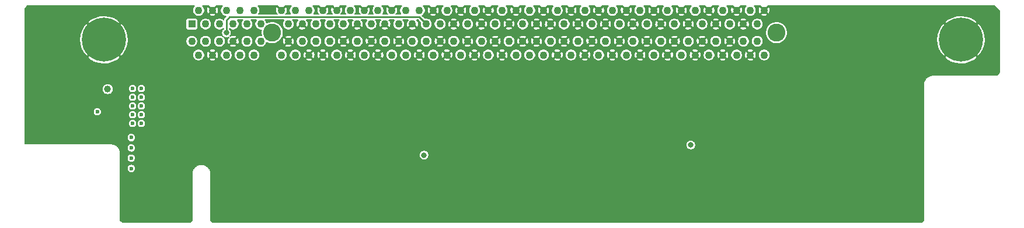
<source format=gbr>
G04 #@! TF.GenerationSoftware,KiCad,Pcbnew,(5.1.5)-3*
G04 #@! TF.CreationDate,2021-02-17T14:45:42+01:00*
G04 #@! TF.ProjectId,riser leopard 1OU,72697365-7220-46c6-956f-706172642031,rev?*
G04 #@! TF.SameCoordinates,PX4a62f80PY5f5e100*
G04 #@! TF.FileFunction,Copper,L2,Inr*
G04 #@! TF.FilePolarity,Positive*
%FSLAX46Y46*%
G04 Gerber Fmt 4.6, Leading zero omitted, Abs format (unit mm)*
G04 Created by KiCad (PCBNEW (5.1.5)-3) date 2021-02-17 14:45:42*
%MOMM*%
%LPD*%
G04 APERTURE LIST*
%ADD10C,0.600000*%
%ADD11C,2.600000*%
%ADD12R,1.100000X1.100000*%
%ADD13C,1.100000*%
%ADD14C,0.800000*%
%ADD15C,6.400000*%
%ADD16C,0.500000*%
%ADD17C,1.000000*%
%ADD18C,0.250000*%
%ADD19C,0.127000*%
G04 APERTURE END LIST*
D10*
X3980000Y-18730000D03*
X3980000Y-17230000D03*
X3980000Y-15730000D03*
X3980000Y-14230000D03*
X-941500Y-10476000D03*
X5435700Y-7091100D03*
X4165700Y-7091100D03*
X5435700Y-8361100D03*
X4165700Y-8361100D03*
X5435700Y-9631100D03*
X4165700Y-9631100D03*
X5435700Y-10901100D03*
X4165700Y-10901100D03*
X5435700Y-12171100D03*
X4165700Y-12171100D03*
D11*
X24400000Y1040000D03*
X97550000Y1040000D03*
D12*
X12750000Y2290000D03*
D13*
X13750000Y4290000D03*
X14750000Y2290000D03*
X15750000Y4290000D03*
X16750000Y2290000D03*
X17750000Y4290000D03*
X18750000Y2290000D03*
X19750000Y4290000D03*
X20750000Y2290000D03*
X21750000Y4290000D03*
X22750000Y2290000D03*
X25750000Y4290000D03*
X26750000Y2290000D03*
X27750000Y4290000D03*
X28750000Y2290000D03*
X29750000Y4290000D03*
X30750000Y2290000D03*
X31750000Y4290000D03*
X32750000Y2290000D03*
X33750000Y4290000D03*
X34750000Y2290000D03*
X35750000Y4290000D03*
X36750000Y2290000D03*
X37750000Y4290000D03*
X38750000Y2290000D03*
X39750000Y4290000D03*
X40750000Y2290000D03*
X41750000Y4290000D03*
X42750000Y2290000D03*
X43750000Y4290000D03*
X44750000Y2290000D03*
X45750000Y4290000D03*
X46750000Y2290000D03*
X47750000Y4290000D03*
X48750000Y2290000D03*
X49750000Y4290000D03*
X50750000Y2290000D03*
X51750000Y4290000D03*
X52750000Y2290000D03*
X53750000Y4290000D03*
X54750000Y2290000D03*
X55750000Y4290000D03*
X56750000Y2290000D03*
X57750000Y4290000D03*
X58750000Y2290000D03*
X59750000Y4290000D03*
X60750000Y2290000D03*
X61750000Y4290000D03*
X62750000Y2290000D03*
X63750000Y4290000D03*
X64750000Y2290000D03*
X65750000Y4290000D03*
X66750000Y2290000D03*
X67750000Y4290000D03*
X68750000Y2290000D03*
X69750000Y4290000D03*
X70750000Y2290000D03*
X71750000Y4290000D03*
X72750000Y2290000D03*
X73750000Y4290000D03*
X74750000Y2290000D03*
X75750000Y4290000D03*
X76750000Y2290000D03*
X77750000Y4290000D03*
X78750000Y2290000D03*
X79750000Y4290000D03*
X80750000Y2290000D03*
X81750000Y4290000D03*
X82750000Y2290000D03*
X83750000Y4290000D03*
X84750000Y2290000D03*
X85750000Y4290000D03*
X86750000Y2290000D03*
X87750000Y4290000D03*
X88750000Y2290000D03*
X89750000Y4290000D03*
X90750000Y2290000D03*
X91750000Y4290000D03*
X92750000Y2290000D03*
X93750000Y4290000D03*
X94750000Y2290000D03*
X12750000Y-210000D03*
X13750000Y-2210000D03*
X14750000Y-210000D03*
X15750000Y-2210000D03*
X16750000Y-210000D03*
X17750000Y-2210000D03*
X18750000Y-210000D03*
X19750000Y-2210000D03*
X20750000Y-210000D03*
X21750000Y-2210000D03*
X22750000Y-210000D03*
X25750000Y-2210000D03*
X26750000Y-210000D03*
X27750000Y-2210000D03*
X28750000Y-210000D03*
X29750000Y-2210000D03*
X30750000Y-210000D03*
X31750000Y-2210000D03*
X32750000Y-210000D03*
X33750000Y-2210000D03*
X34750000Y-210000D03*
X35750000Y-2210000D03*
X36750000Y-210000D03*
X37750000Y-2210000D03*
X38750000Y-210000D03*
X39750000Y-2210000D03*
X40750000Y-210000D03*
X41750000Y-2210000D03*
X42750000Y-210000D03*
X43750000Y-2210000D03*
X44750000Y-210000D03*
X46750000Y-210000D03*
X47750000Y-2210000D03*
X48750000Y-210000D03*
X49750000Y-2210000D03*
X50750000Y-210000D03*
X51750000Y-2210000D03*
X52750000Y-210000D03*
X53750000Y-2210000D03*
X54750000Y-210000D03*
X55750000Y-2210000D03*
X56750000Y-210000D03*
X57750000Y-2210000D03*
X58750000Y-210000D03*
X59750000Y-2210000D03*
X60750000Y-210000D03*
X61750000Y-2210000D03*
X62750000Y-210000D03*
X63750000Y-2210000D03*
X64750000Y-210000D03*
X65750000Y-2210000D03*
X66750000Y-210000D03*
X67750000Y-2210000D03*
X68750000Y-210000D03*
X69750000Y-2210000D03*
X70750000Y-210000D03*
X71750000Y-2210000D03*
X72750000Y-210000D03*
X73750000Y-2210000D03*
X74750000Y-210000D03*
X75750000Y-2210000D03*
X76750000Y-210000D03*
X77750000Y-2210000D03*
X78750000Y-210000D03*
X79750000Y-2210000D03*
X80750000Y-210000D03*
X81750000Y-2210000D03*
X82750000Y-210000D03*
X83750000Y-2210000D03*
X84750000Y-210000D03*
X85750000Y-2210000D03*
X86750000Y-210000D03*
X87750000Y-2210000D03*
X88750000Y-210000D03*
X89750000Y-2210000D03*
X90750000Y-210000D03*
X91750000Y-2210000D03*
X92750000Y-210000D03*
X93750000Y-2210000D03*
X94750000Y-210000D03*
X45750000Y-2210000D03*
X95750000Y4290000D03*
X95750000Y-2210000D03*
D14*
X125997056Y1697056D03*
X124300000Y2400000D03*
X122602944Y1697056D03*
X121900000Y0D03*
X122602944Y-1697056D03*
X124300000Y-2400000D03*
X125997056Y-1697056D03*
X126700000Y0D03*
D15*
X124300000Y0D03*
D14*
X1697056Y1697056D03*
X0Y2400000D03*
X-1697056Y1697056D03*
X-2400000Y0D03*
X-1697056Y-1697056D03*
X0Y-2400000D03*
X1697056Y-1697056D03*
X2400000Y0D03*
D15*
X0Y0D03*
D10*
X8600000Y-20489200D03*
X5600000Y-20466600D03*
D16*
X24280000Y-20032200D03*
X22280000Y-19532200D03*
X19280000Y-19532200D03*
X16280000Y-19532200D03*
X26280000Y-20032200D03*
X28280000Y-20032200D03*
X30280000Y-20032200D03*
X32280000Y-20032200D03*
X35280000Y-20032200D03*
D17*
X-7061680Y-8200160D03*
X10503760Y-6296920D03*
X10585040Y-7953000D03*
X10844120Y-9522720D03*
X23782880Y-9690360D03*
X23711760Y-12692640D03*
X16914720Y-13795000D03*
D16*
X116383660Y-14310620D03*
D17*
X82159700Y-13033000D03*
D16*
X38280000Y-20032200D03*
X40280000Y-20032200D03*
X44280000Y-20032200D03*
X48280000Y-20032200D03*
X52780000Y-20032200D03*
X42280000Y-20032200D03*
X46280000Y-20032200D03*
X50280000Y-20032200D03*
X55280000Y-20032200D03*
X57280000Y-20032200D03*
X59280000Y-20032200D03*
X61280000Y-20032200D03*
X63280000Y-20032200D03*
X65280000Y-20032200D03*
X67280000Y-20032200D03*
X69280000Y-20032200D03*
X71280000Y-20032200D03*
X73280000Y-20032200D03*
X75280000Y-20032200D03*
X77280000Y-20032200D03*
X79280000Y-20032200D03*
X81280000Y-20032200D03*
X83280000Y-20032200D03*
X85280000Y-20032200D03*
X88280000Y-20032200D03*
X90280000Y-20032200D03*
X92280000Y-20032200D03*
X94280000Y-20032200D03*
X96280000Y-20032200D03*
X98280000Y-20032200D03*
X100280000Y-20032200D03*
X102280000Y-20032200D03*
X104280000Y-20032200D03*
X106280000Y-20032200D03*
X108280000Y-20032200D03*
X110280000Y-20032200D03*
X112280000Y-20032200D03*
X114280000Y-20032200D03*
D17*
X41690900Y-16157140D03*
D16*
X33780000Y-20032200D03*
D17*
X4780000Y3245000D03*
X4780000Y1445000D03*
X4780000Y-355000D03*
X4780000Y-2355000D03*
D16*
X116280000Y-20032200D03*
D17*
X548160Y-7179080D03*
D14*
X46420380Y-16789600D03*
X17770000Y1010000D03*
X85101020Y-15311380D03*
D18*
X17770000Y1010000D02*
X17770000Y2870000D01*
X17770000Y2870000D02*
X18230000Y3330000D01*
X45710000Y3330000D02*
X46750000Y2290000D01*
X18230000Y3330000D02*
X45710000Y3330000D01*
D19*
G36*
X13076169Y4842999D02*
G01*
X12981232Y4700915D01*
X12915838Y4543040D01*
X12882500Y4375441D01*
X12882500Y4204559D01*
X12915838Y4036960D01*
X12981232Y3879085D01*
X13076169Y3737001D01*
X13197001Y3616169D01*
X13339085Y3521232D01*
X13496960Y3455838D01*
X13664559Y3422500D01*
X13835441Y3422500D01*
X14003040Y3455838D01*
X14160915Y3521232D01*
X14302999Y3616169D01*
X14373475Y3686645D01*
X15236447Y3686645D01*
X15290363Y3549332D01*
X15443692Y3473893D01*
X15608792Y3429817D01*
X15779319Y3418797D01*
X15948718Y3441257D01*
X16110482Y3496333D01*
X16209637Y3549332D01*
X16263553Y3686645D01*
X15750000Y4200197D01*
X15236447Y3686645D01*
X14373475Y3686645D01*
X14423831Y3737001D01*
X14518768Y3879085D01*
X14584162Y4036960D01*
X14617500Y4204559D01*
X14617500Y4260681D01*
X14878797Y4260681D01*
X14901257Y4091282D01*
X14956333Y3929518D01*
X15009332Y3830363D01*
X15146645Y3776447D01*
X15660197Y4290000D01*
X15839803Y4290000D01*
X16353355Y3776447D01*
X16490668Y3830363D01*
X16566107Y3983692D01*
X16610183Y4148792D01*
X16621203Y4319319D01*
X16598743Y4488718D01*
X16543667Y4650482D01*
X16490668Y4749637D01*
X16353355Y4803553D01*
X15839803Y4290000D01*
X15660197Y4290000D01*
X15146645Y4803553D01*
X15009332Y4749637D01*
X14933893Y4596308D01*
X14889817Y4431208D01*
X14878797Y4260681D01*
X14617500Y4260681D01*
X14617500Y4375441D01*
X14584162Y4543040D01*
X14518768Y4700915D01*
X14423831Y4842999D01*
X14344330Y4922500D01*
X15247891Y4922500D01*
X15236447Y4893355D01*
X15750000Y4379803D01*
X16263553Y4893355D01*
X16252109Y4922500D01*
X17155670Y4922500D01*
X17076169Y4842999D01*
X16981232Y4700915D01*
X16915838Y4543040D01*
X16882500Y4375441D01*
X16882500Y4204559D01*
X16915838Y4036960D01*
X16981232Y3879085D01*
X17076169Y3737001D01*
X17197001Y3616169D01*
X17339085Y3521232D01*
X17496960Y3455838D01*
X17664559Y3422500D01*
X17696711Y3422500D01*
X17472476Y3198265D01*
X17455592Y3184409D01*
X17441736Y3167525D01*
X17441735Y3167524D01*
X17400295Y3117029D01*
X17359205Y3040156D01*
X17333904Y2956745D01*
X17331768Y2935062D01*
X17302999Y2963831D01*
X17160915Y3058768D01*
X17003040Y3124162D01*
X16835441Y3157500D01*
X16664559Y3157500D01*
X16496960Y3124162D01*
X16339085Y3058768D01*
X16197001Y2963831D01*
X16076169Y2842999D01*
X15981232Y2700915D01*
X15915838Y2543040D01*
X15882500Y2375441D01*
X15882500Y2204559D01*
X15915838Y2036960D01*
X15981232Y1879085D01*
X16076169Y1737001D01*
X16197001Y1616169D01*
X16339085Y1521232D01*
X16496960Y1455838D01*
X16664559Y1422500D01*
X16835441Y1422500D01*
X17003040Y1455838D01*
X17160915Y1521232D01*
X17302999Y1616169D01*
X17327500Y1640670D01*
X17327500Y1577262D01*
X17312620Y1567319D01*
X17212681Y1467380D01*
X17134159Y1349864D01*
X17080073Y1219287D01*
X17052500Y1080668D01*
X17052500Y939332D01*
X17080073Y800713D01*
X17134159Y670136D01*
X17212681Y552620D01*
X17298391Y466910D01*
X17160915Y558768D01*
X17003040Y624162D01*
X16835441Y657500D01*
X16664559Y657500D01*
X16496960Y624162D01*
X16339085Y558768D01*
X16197001Y463831D01*
X16076169Y342999D01*
X15981232Y200915D01*
X15915838Y43040D01*
X15882500Y-124559D01*
X15882500Y-295441D01*
X15915838Y-463040D01*
X15981232Y-620915D01*
X16076169Y-762999D01*
X16197001Y-883831D01*
X16339085Y-978768D01*
X16496960Y-1044162D01*
X16664559Y-1077500D01*
X16835441Y-1077500D01*
X17003040Y-1044162D01*
X17160915Y-978768D01*
X17302999Y-883831D01*
X17373475Y-813355D01*
X18236447Y-813355D01*
X18290363Y-950668D01*
X18443692Y-1026107D01*
X18608792Y-1070183D01*
X18779319Y-1081203D01*
X18948718Y-1058743D01*
X19110482Y-1003667D01*
X19209637Y-950668D01*
X19263553Y-813355D01*
X18750000Y-299803D01*
X18236447Y-813355D01*
X17373475Y-813355D01*
X17423831Y-762999D01*
X17518768Y-620915D01*
X17584162Y-463040D01*
X17617500Y-295441D01*
X17617500Y-124559D01*
X17584162Y43040D01*
X17518768Y200915D01*
X17423831Y342999D01*
X17317228Y449602D01*
X17430136Y374159D01*
X17560713Y320073D01*
X17699332Y292500D01*
X17840668Y292500D01*
X17979287Y320073D01*
X18096146Y368477D01*
X18088932Y361263D01*
X18146643Y303552D01*
X18009332Y249637D01*
X17933893Y96308D01*
X17889817Y-68792D01*
X17878797Y-239319D01*
X17901257Y-408718D01*
X17956333Y-570482D01*
X18009332Y-669637D01*
X18146645Y-723553D01*
X18660197Y-210000D01*
X18839803Y-210000D01*
X19353355Y-723553D01*
X19490668Y-669637D01*
X19566107Y-516308D01*
X19610183Y-351208D01*
X19621203Y-180681D01*
X19613762Y-124559D01*
X19882500Y-124559D01*
X19882500Y-295441D01*
X19915838Y-463040D01*
X19981232Y-620915D01*
X20076169Y-762999D01*
X20197001Y-883831D01*
X20339085Y-978768D01*
X20496960Y-1044162D01*
X20664559Y-1077500D01*
X20835441Y-1077500D01*
X21003040Y-1044162D01*
X21160915Y-978768D01*
X21302999Y-883831D01*
X21423831Y-762999D01*
X21518768Y-620915D01*
X21584162Y-463040D01*
X21617500Y-295441D01*
X21617500Y-124559D01*
X21584162Y43040D01*
X21518768Y200915D01*
X21423831Y342999D01*
X21302999Y463831D01*
X21160915Y558768D01*
X21003040Y624162D01*
X20835441Y657500D01*
X20664559Y657500D01*
X20496960Y624162D01*
X20339085Y558768D01*
X20197001Y463831D01*
X20076169Y342999D01*
X19981232Y200915D01*
X19915838Y43040D01*
X19882500Y-124559D01*
X19613762Y-124559D01*
X19598743Y-11282D01*
X19543667Y150482D01*
X19490668Y249637D01*
X19353355Y303553D01*
X18839803Y-210000D01*
X18660197Y-210000D01*
X18646055Y-195858D01*
X18735858Y-106055D01*
X18750000Y-120197D01*
X19263553Y393355D01*
X19209637Y530668D01*
X19056308Y606107D01*
X18891208Y650183D01*
X18720681Y661203D01*
X18551282Y638743D01*
X18389518Y583667D01*
X18322595Y547896D01*
X18327319Y552620D01*
X18405841Y670136D01*
X18459927Y800713D01*
X18487500Y939332D01*
X18487500Y1080668D01*
X18459927Y1219287D01*
X18405841Y1349864D01*
X18327319Y1467380D01*
X18227380Y1567319D01*
X18212500Y1577262D01*
X18212500Y1605813D01*
X18339085Y1521232D01*
X18496960Y1455838D01*
X18664559Y1422500D01*
X18835441Y1422500D01*
X19003040Y1455838D01*
X19160915Y1521232D01*
X19302999Y1616169D01*
X19423831Y1737001D01*
X19518768Y1879085D01*
X19584162Y2036960D01*
X19617500Y2204559D01*
X19617500Y2375441D01*
X19584162Y2543040D01*
X19518768Y2700915D01*
X19423831Y2842999D01*
X19379330Y2887500D01*
X20120670Y2887500D01*
X20076169Y2842999D01*
X19981232Y2700915D01*
X19915838Y2543040D01*
X19882500Y2375441D01*
X19882500Y2204559D01*
X19915838Y2036960D01*
X19981232Y1879085D01*
X20076169Y1737001D01*
X20197001Y1616169D01*
X20339085Y1521232D01*
X20496960Y1455838D01*
X20664559Y1422500D01*
X20835441Y1422500D01*
X21003040Y1455838D01*
X21160915Y1521232D01*
X21302999Y1616169D01*
X21423831Y1737001D01*
X21518768Y1879085D01*
X21584162Y2036960D01*
X21617500Y2204559D01*
X21617500Y2375441D01*
X21584162Y2543040D01*
X21518768Y2700915D01*
X21423831Y2842999D01*
X21379330Y2887500D01*
X22120670Y2887500D01*
X22076169Y2842999D01*
X21981232Y2700915D01*
X21915838Y2543040D01*
X21882500Y2375441D01*
X21882500Y2204559D01*
X21915838Y2036960D01*
X21981232Y1879085D01*
X22076169Y1737001D01*
X22197001Y1616169D01*
X22339085Y1521232D01*
X22496960Y1455838D01*
X22664559Y1422500D01*
X22826896Y1422500D01*
X22782500Y1199310D01*
X22782500Y880690D01*
X22826896Y657500D01*
X22664559Y657500D01*
X22496960Y624162D01*
X22339085Y558768D01*
X22197001Y463831D01*
X22076169Y342999D01*
X21981232Y200915D01*
X21915838Y43040D01*
X21882500Y-124559D01*
X21882500Y-295441D01*
X21915838Y-463040D01*
X21981232Y-620915D01*
X22076169Y-762999D01*
X22197001Y-883831D01*
X22339085Y-978768D01*
X22496960Y-1044162D01*
X22664559Y-1077500D01*
X22835441Y-1077500D01*
X23003040Y-1044162D01*
X23160915Y-978768D01*
X23302999Y-883831D01*
X23373475Y-813355D01*
X26236447Y-813355D01*
X26290363Y-950668D01*
X26443692Y-1026107D01*
X26608792Y-1070183D01*
X26779319Y-1081203D01*
X26948718Y-1058743D01*
X27110482Y-1003667D01*
X27209637Y-950668D01*
X27263553Y-813355D01*
X26750000Y-299803D01*
X26236447Y-813355D01*
X23373475Y-813355D01*
X23423831Y-762999D01*
X23518768Y-620915D01*
X23584162Y-463040D01*
X23602214Y-372287D01*
X23633827Y-393410D01*
X23928193Y-515340D01*
X24240690Y-577500D01*
X24559310Y-577500D01*
X24871807Y-515340D01*
X25166173Y-393410D01*
X25396786Y-239319D01*
X25878797Y-239319D01*
X25901257Y-408718D01*
X25956333Y-570482D01*
X26009332Y-669637D01*
X26146645Y-723553D01*
X26660197Y-210000D01*
X26839803Y-210000D01*
X27353355Y-723553D01*
X27490668Y-669637D01*
X27566107Y-516308D01*
X27610183Y-351208D01*
X27621203Y-180681D01*
X27613762Y-124559D01*
X27882500Y-124559D01*
X27882500Y-295441D01*
X27915838Y-463040D01*
X27981232Y-620915D01*
X28076169Y-762999D01*
X28197001Y-883831D01*
X28339085Y-978768D01*
X28496960Y-1044162D01*
X28664559Y-1077500D01*
X28835441Y-1077500D01*
X29003040Y-1044162D01*
X29160915Y-978768D01*
X29302999Y-883831D01*
X29423831Y-762999D01*
X29518768Y-620915D01*
X29584162Y-463040D01*
X29617500Y-295441D01*
X29617500Y-124559D01*
X29882500Y-124559D01*
X29882500Y-295441D01*
X29915838Y-463040D01*
X29981232Y-620915D01*
X30076169Y-762999D01*
X30197001Y-883831D01*
X30339085Y-978768D01*
X30496960Y-1044162D01*
X30664559Y-1077500D01*
X30835441Y-1077500D01*
X31003040Y-1044162D01*
X31160915Y-978768D01*
X31302999Y-883831D01*
X31423831Y-762999D01*
X31518768Y-620915D01*
X31584162Y-463040D01*
X31617500Y-295441D01*
X31617500Y-124559D01*
X31882500Y-124559D01*
X31882500Y-295441D01*
X31915838Y-463040D01*
X31981232Y-620915D01*
X32076169Y-762999D01*
X32197001Y-883831D01*
X32339085Y-978768D01*
X32496960Y-1044162D01*
X32664559Y-1077500D01*
X32835441Y-1077500D01*
X33003040Y-1044162D01*
X33160915Y-978768D01*
X33302999Y-883831D01*
X33373475Y-813355D01*
X34236447Y-813355D01*
X34290363Y-950668D01*
X34443692Y-1026107D01*
X34608792Y-1070183D01*
X34779319Y-1081203D01*
X34948718Y-1058743D01*
X35110482Y-1003667D01*
X35209637Y-950668D01*
X35263553Y-813355D01*
X34750000Y-299803D01*
X34236447Y-813355D01*
X33373475Y-813355D01*
X33423831Y-762999D01*
X33518768Y-620915D01*
X33584162Y-463040D01*
X33617500Y-295441D01*
X33617500Y-239319D01*
X33878797Y-239319D01*
X33901257Y-408718D01*
X33956333Y-570482D01*
X34009332Y-669637D01*
X34146645Y-723553D01*
X34660197Y-210000D01*
X34839803Y-210000D01*
X35353355Y-723553D01*
X35490668Y-669637D01*
X35566107Y-516308D01*
X35610183Y-351208D01*
X35621203Y-180681D01*
X35613762Y-124559D01*
X35882500Y-124559D01*
X35882500Y-295441D01*
X35915838Y-463040D01*
X35981232Y-620915D01*
X36076169Y-762999D01*
X36197001Y-883831D01*
X36339085Y-978768D01*
X36496960Y-1044162D01*
X36664559Y-1077500D01*
X36835441Y-1077500D01*
X37003040Y-1044162D01*
X37160915Y-978768D01*
X37302999Y-883831D01*
X37373475Y-813355D01*
X38236447Y-813355D01*
X38290363Y-950668D01*
X38443692Y-1026107D01*
X38608792Y-1070183D01*
X38779319Y-1081203D01*
X38948718Y-1058743D01*
X39110482Y-1003667D01*
X39209637Y-950668D01*
X39263553Y-813355D01*
X38750000Y-299803D01*
X38236447Y-813355D01*
X37373475Y-813355D01*
X37423831Y-762999D01*
X37518768Y-620915D01*
X37584162Y-463040D01*
X37617500Y-295441D01*
X37617500Y-239319D01*
X37878797Y-239319D01*
X37901257Y-408718D01*
X37956333Y-570482D01*
X38009332Y-669637D01*
X38146645Y-723553D01*
X38660197Y-210000D01*
X38839803Y-210000D01*
X39353355Y-723553D01*
X39490668Y-669637D01*
X39566107Y-516308D01*
X39610183Y-351208D01*
X39621203Y-180681D01*
X39613762Y-124559D01*
X39882500Y-124559D01*
X39882500Y-295441D01*
X39915838Y-463040D01*
X39981232Y-620915D01*
X40076169Y-762999D01*
X40197001Y-883831D01*
X40339085Y-978768D01*
X40496960Y-1044162D01*
X40664559Y-1077500D01*
X40835441Y-1077500D01*
X41003040Y-1044162D01*
X41160915Y-978768D01*
X41302999Y-883831D01*
X41373475Y-813355D01*
X42236447Y-813355D01*
X42290363Y-950668D01*
X42443692Y-1026107D01*
X42608792Y-1070183D01*
X42779319Y-1081203D01*
X42948718Y-1058743D01*
X43110482Y-1003667D01*
X43209637Y-950668D01*
X43263553Y-813355D01*
X42750000Y-299803D01*
X42236447Y-813355D01*
X41373475Y-813355D01*
X41423831Y-762999D01*
X41518768Y-620915D01*
X41584162Y-463040D01*
X41617500Y-295441D01*
X41617500Y-239319D01*
X41878797Y-239319D01*
X41901257Y-408718D01*
X41956333Y-570482D01*
X42009332Y-669637D01*
X42146645Y-723553D01*
X42660197Y-210000D01*
X42839803Y-210000D01*
X43353355Y-723553D01*
X43490668Y-669637D01*
X43566107Y-516308D01*
X43610183Y-351208D01*
X43621203Y-180681D01*
X43613762Y-124559D01*
X43882500Y-124559D01*
X43882500Y-295441D01*
X43915838Y-463040D01*
X43981232Y-620915D01*
X44076169Y-762999D01*
X44197001Y-883831D01*
X44339085Y-978768D01*
X44496960Y-1044162D01*
X44664559Y-1077500D01*
X44835441Y-1077500D01*
X45003040Y-1044162D01*
X45160915Y-978768D01*
X45302999Y-883831D01*
X45423831Y-762999D01*
X45518768Y-620915D01*
X45584162Y-463040D01*
X45617500Y-295441D01*
X45617500Y-124559D01*
X45882500Y-124559D01*
X45882500Y-295441D01*
X45915838Y-463040D01*
X45981232Y-620915D01*
X46076169Y-762999D01*
X46197001Y-883831D01*
X46339085Y-978768D01*
X46496960Y-1044162D01*
X46664559Y-1077500D01*
X46835441Y-1077500D01*
X47003040Y-1044162D01*
X47160915Y-978768D01*
X47302999Y-883831D01*
X47373475Y-813355D01*
X48236447Y-813355D01*
X48290363Y-950668D01*
X48443692Y-1026107D01*
X48608792Y-1070183D01*
X48779319Y-1081203D01*
X48948718Y-1058743D01*
X49110482Y-1003667D01*
X49209637Y-950668D01*
X49263553Y-813355D01*
X48750000Y-299803D01*
X48236447Y-813355D01*
X47373475Y-813355D01*
X47423831Y-762999D01*
X47518768Y-620915D01*
X47584162Y-463040D01*
X47617500Y-295441D01*
X47617500Y-239319D01*
X47878797Y-239319D01*
X47901257Y-408718D01*
X47956333Y-570482D01*
X48009332Y-669637D01*
X48146645Y-723553D01*
X48660197Y-210000D01*
X48839803Y-210000D01*
X49353355Y-723553D01*
X49490668Y-669637D01*
X49566107Y-516308D01*
X49610183Y-351208D01*
X49621203Y-180681D01*
X49613762Y-124559D01*
X49882500Y-124559D01*
X49882500Y-295441D01*
X49915838Y-463040D01*
X49981232Y-620915D01*
X50076169Y-762999D01*
X50197001Y-883831D01*
X50339085Y-978768D01*
X50496960Y-1044162D01*
X50664559Y-1077500D01*
X50835441Y-1077500D01*
X51003040Y-1044162D01*
X51160915Y-978768D01*
X51302999Y-883831D01*
X51373475Y-813355D01*
X52236447Y-813355D01*
X52290363Y-950668D01*
X52443692Y-1026107D01*
X52608792Y-1070183D01*
X52779319Y-1081203D01*
X52948718Y-1058743D01*
X53110482Y-1003667D01*
X53209637Y-950668D01*
X53263553Y-813355D01*
X52750000Y-299803D01*
X52236447Y-813355D01*
X51373475Y-813355D01*
X51423831Y-762999D01*
X51518768Y-620915D01*
X51584162Y-463040D01*
X51617500Y-295441D01*
X51617500Y-239319D01*
X51878797Y-239319D01*
X51901257Y-408718D01*
X51956333Y-570482D01*
X52009332Y-669637D01*
X52146645Y-723553D01*
X52660197Y-210000D01*
X52839803Y-210000D01*
X53353355Y-723553D01*
X53490668Y-669637D01*
X53566107Y-516308D01*
X53610183Y-351208D01*
X53621203Y-180681D01*
X53613762Y-124559D01*
X53882500Y-124559D01*
X53882500Y-295441D01*
X53915838Y-463040D01*
X53981232Y-620915D01*
X54076169Y-762999D01*
X54197001Y-883831D01*
X54339085Y-978768D01*
X54496960Y-1044162D01*
X54664559Y-1077500D01*
X54835441Y-1077500D01*
X55003040Y-1044162D01*
X55160915Y-978768D01*
X55302999Y-883831D01*
X55373475Y-813355D01*
X56236447Y-813355D01*
X56290363Y-950668D01*
X56443692Y-1026107D01*
X56608792Y-1070183D01*
X56779319Y-1081203D01*
X56948718Y-1058743D01*
X57110482Y-1003667D01*
X57209637Y-950668D01*
X57263553Y-813355D01*
X56750000Y-299803D01*
X56236447Y-813355D01*
X55373475Y-813355D01*
X55423831Y-762999D01*
X55518768Y-620915D01*
X55584162Y-463040D01*
X55617500Y-295441D01*
X55617500Y-239319D01*
X55878797Y-239319D01*
X55901257Y-408718D01*
X55956333Y-570482D01*
X56009332Y-669637D01*
X56146645Y-723553D01*
X56660197Y-210000D01*
X56839803Y-210000D01*
X57353355Y-723553D01*
X57490668Y-669637D01*
X57566107Y-516308D01*
X57610183Y-351208D01*
X57621203Y-180681D01*
X57613762Y-124559D01*
X57882500Y-124559D01*
X57882500Y-295441D01*
X57915838Y-463040D01*
X57981232Y-620915D01*
X58076169Y-762999D01*
X58197001Y-883831D01*
X58339085Y-978768D01*
X58496960Y-1044162D01*
X58664559Y-1077500D01*
X58835441Y-1077500D01*
X59003040Y-1044162D01*
X59160915Y-978768D01*
X59302999Y-883831D01*
X59373475Y-813355D01*
X60236447Y-813355D01*
X60290363Y-950668D01*
X60443692Y-1026107D01*
X60608792Y-1070183D01*
X60779319Y-1081203D01*
X60948718Y-1058743D01*
X61110482Y-1003667D01*
X61209637Y-950668D01*
X61263553Y-813355D01*
X62236447Y-813355D01*
X62290363Y-950668D01*
X62443692Y-1026107D01*
X62608792Y-1070183D01*
X62779319Y-1081203D01*
X62948718Y-1058743D01*
X63110482Y-1003667D01*
X63209637Y-950668D01*
X63263553Y-813355D01*
X62750000Y-299803D01*
X62236447Y-813355D01*
X61263553Y-813355D01*
X60750000Y-299803D01*
X60236447Y-813355D01*
X59373475Y-813355D01*
X59423831Y-762999D01*
X59518768Y-620915D01*
X59584162Y-463040D01*
X59617500Y-295441D01*
X59617500Y-239319D01*
X59878797Y-239319D01*
X59901257Y-408718D01*
X59956333Y-570482D01*
X60009332Y-669637D01*
X60146645Y-723553D01*
X60660197Y-210000D01*
X60839803Y-210000D01*
X61353355Y-723553D01*
X61490668Y-669637D01*
X61566107Y-516308D01*
X61610183Y-351208D01*
X61617413Y-239319D01*
X61878797Y-239319D01*
X61901257Y-408718D01*
X61956333Y-570482D01*
X62009332Y-669637D01*
X62146645Y-723553D01*
X62660197Y-210000D01*
X62839803Y-210000D01*
X63353355Y-723553D01*
X63490668Y-669637D01*
X63566107Y-516308D01*
X63610183Y-351208D01*
X63621203Y-180681D01*
X63613762Y-124559D01*
X63882500Y-124559D01*
X63882500Y-295441D01*
X63915838Y-463040D01*
X63981232Y-620915D01*
X64076169Y-762999D01*
X64197001Y-883831D01*
X64339085Y-978768D01*
X64496960Y-1044162D01*
X64664559Y-1077500D01*
X64835441Y-1077500D01*
X65003040Y-1044162D01*
X65160915Y-978768D01*
X65302999Y-883831D01*
X65373475Y-813355D01*
X66236447Y-813355D01*
X66290363Y-950668D01*
X66443692Y-1026107D01*
X66608792Y-1070183D01*
X66779319Y-1081203D01*
X66948718Y-1058743D01*
X67110482Y-1003667D01*
X67209637Y-950668D01*
X67263553Y-813355D01*
X66750000Y-299803D01*
X66236447Y-813355D01*
X65373475Y-813355D01*
X65423831Y-762999D01*
X65518768Y-620915D01*
X65584162Y-463040D01*
X65617500Y-295441D01*
X65617500Y-239319D01*
X65878797Y-239319D01*
X65901257Y-408718D01*
X65956333Y-570482D01*
X66009332Y-669637D01*
X66146645Y-723553D01*
X66660197Y-210000D01*
X66839803Y-210000D01*
X67353355Y-723553D01*
X67490668Y-669637D01*
X67566107Y-516308D01*
X67610183Y-351208D01*
X67621203Y-180681D01*
X67613762Y-124559D01*
X67882500Y-124559D01*
X67882500Y-295441D01*
X67915838Y-463040D01*
X67981232Y-620915D01*
X68076169Y-762999D01*
X68197001Y-883831D01*
X68339085Y-978768D01*
X68496960Y-1044162D01*
X68664559Y-1077500D01*
X68835441Y-1077500D01*
X69003040Y-1044162D01*
X69160915Y-978768D01*
X69302999Y-883831D01*
X69373475Y-813355D01*
X70236447Y-813355D01*
X70290363Y-950668D01*
X70443692Y-1026107D01*
X70608792Y-1070183D01*
X70779319Y-1081203D01*
X70948718Y-1058743D01*
X71110482Y-1003667D01*
X71209637Y-950668D01*
X71263553Y-813355D01*
X70750000Y-299803D01*
X70236447Y-813355D01*
X69373475Y-813355D01*
X69423831Y-762999D01*
X69518768Y-620915D01*
X69584162Y-463040D01*
X69617500Y-295441D01*
X69617500Y-239319D01*
X69878797Y-239319D01*
X69901257Y-408718D01*
X69956333Y-570482D01*
X70009332Y-669637D01*
X70146645Y-723553D01*
X70660197Y-210000D01*
X70839803Y-210000D01*
X71353355Y-723553D01*
X71490668Y-669637D01*
X71566107Y-516308D01*
X71610183Y-351208D01*
X71621203Y-180681D01*
X71613762Y-124559D01*
X71882500Y-124559D01*
X71882500Y-295441D01*
X71915838Y-463040D01*
X71981232Y-620915D01*
X72076169Y-762999D01*
X72197001Y-883831D01*
X72339085Y-978768D01*
X72496960Y-1044162D01*
X72664559Y-1077500D01*
X72835441Y-1077500D01*
X73003040Y-1044162D01*
X73160915Y-978768D01*
X73302999Y-883831D01*
X73373475Y-813355D01*
X74236447Y-813355D01*
X74290363Y-950668D01*
X74443692Y-1026107D01*
X74608792Y-1070183D01*
X74779319Y-1081203D01*
X74948718Y-1058743D01*
X75110482Y-1003667D01*
X75209637Y-950668D01*
X75263553Y-813355D01*
X74750000Y-299803D01*
X74236447Y-813355D01*
X73373475Y-813355D01*
X73423831Y-762999D01*
X73518768Y-620915D01*
X73584162Y-463040D01*
X73617500Y-295441D01*
X73617500Y-239319D01*
X73878797Y-239319D01*
X73901257Y-408718D01*
X73956333Y-570482D01*
X74009332Y-669637D01*
X74146645Y-723553D01*
X74660197Y-210000D01*
X74839803Y-210000D01*
X75353355Y-723553D01*
X75490668Y-669637D01*
X75566107Y-516308D01*
X75610183Y-351208D01*
X75621203Y-180681D01*
X75613762Y-124559D01*
X75882500Y-124559D01*
X75882500Y-295441D01*
X75915838Y-463040D01*
X75981232Y-620915D01*
X76076169Y-762999D01*
X76197001Y-883831D01*
X76339085Y-978768D01*
X76496960Y-1044162D01*
X76664559Y-1077500D01*
X76835441Y-1077500D01*
X77003040Y-1044162D01*
X77160915Y-978768D01*
X77302999Y-883831D01*
X77373475Y-813355D01*
X78236447Y-813355D01*
X78290363Y-950668D01*
X78443692Y-1026107D01*
X78608792Y-1070183D01*
X78779319Y-1081203D01*
X78948718Y-1058743D01*
X79110482Y-1003667D01*
X79209637Y-950668D01*
X79263553Y-813355D01*
X78750000Y-299803D01*
X78236447Y-813355D01*
X77373475Y-813355D01*
X77423831Y-762999D01*
X77518768Y-620915D01*
X77584162Y-463040D01*
X77617500Y-295441D01*
X77617500Y-239319D01*
X77878797Y-239319D01*
X77901257Y-408718D01*
X77956333Y-570482D01*
X78009332Y-669637D01*
X78146645Y-723553D01*
X78660197Y-210000D01*
X78839803Y-210000D01*
X79353355Y-723553D01*
X79490668Y-669637D01*
X79566107Y-516308D01*
X79610183Y-351208D01*
X79621203Y-180681D01*
X79613762Y-124559D01*
X79882500Y-124559D01*
X79882500Y-295441D01*
X79915838Y-463040D01*
X79981232Y-620915D01*
X80076169Y-762999D01*
X80197001Y-883831D01*
X80339085Y-978768D01*
X80496960Y-1044162D01*
X80664559Y-1077500D01*
X80835441Y-1077500D01*
X81003040Y-1044162D01*
X81160915Y-978768D01*
X81302999Y-883831D01*
X81373475Y-813355D01*
X82236447Y-813355D01*
X82290363Y-950668D01*
X82443692Y-1026107D01*
X82608792Y-1070183D01*
X82779319Y-1081203D01*
X82948718Y-1058743D01*
X83110482Y-1003667D01*
X83209637Y-950668D01*
X83263553Y-813355D01*
X82750000Y-299803D01*
X82236447Y-813355D01*
X81373475Y-813355D01*
X81423831Y-762999D01*
X81518768Y-620915D01*
X81584162Y-463040D01*
X81617500Y-295441D01*
X81617500Y-239319D01*
X81878797Y-239319D01*
X81901257Y-408718D01*
X81956333Y-570482D01*
X82009332Y-669637D01*
X82146645Y-723553D01*
X82660197Y-210000D01*
X82839803Y-210000D01*
X83353355Y-723553D01*
X83490668Y-669637D01*
X83566107Y-516308D01*
X83610183Y-351208D01*
X83621203Y-180681D01*
X83613762Y-124559D01*
X83882500Y-124559D01*
X83882500Y-295441D01*
X83915838Y-463040D01*
X83981232Y-620915D01*
X84076169Y-762999D01*
X84197001Y-883831D01*
X84339085Y-978768D01*
X84496960Y-1044162D01*
X84664559Y-1077500D01*
X84835441Y-1077500D01*
X85003040Y-1044162D01*
X85160915Y-978768D01*
X85302999Y-883831D01*
X85373475Y-813355D01*
X86236447Y-813355D01*
X86290363Y-950668D01*
X86443692Y-1026107D01*
X86608792Y-1070183D01*
X86779319Y-1081203D01*
X86948718Y-1058743D01*
X87110482Y-1003667D01*
X87209637Y-950668D01*
X87263553Y-813355D01*
X86750000Y-299803D01*
X86236447Y-813355D01*
X85373475Y-813355D01*
X85423831Y-762999D01*
X85518768Y-620915D01*
X85584162Y-463040D01*
X85617500Y-295441D01*
X85617500Y-239319D01*
X85878797Y-239319D01*
X85901257Y-408718D01*
X85956333Y-570482D01*
X86009332Y-669637D01*
X86146645Y-723553D01*
X86660197Y-210000D01*
X86839803Y-210000D01*
X87353355Y-723553D01*
X87490668Y-669637D01*
X87566107Y-516308D01*
X87610183Y-351208D01*
X87621203Y-180681D01*
X87613762Y-124559D01*
X87882500Y-124559D01*
X87882500Y-295441D01*
X87915838Y-463040D01*
X87981232Y-620915D01*
X88076169Y-762999D01*
X88197001Y-883831D01*
X88339085Y-978768D01*
X88496960Y-1044162D01*
X88664559Y-1077500D01*
X88835441Y-1077500D01*
X89003040Y-1044162D01*
X89160915Y-978768D01*
X89302999Y-883831D01*
X89373475Y-813355D01*
X90236447Y-813355D01*
X90290363Y-950668D01*
X90443692Y-1026107D01*
X90608792Y-1070183D01*
X90779319Y-1081203D01*
X90948718Y-1058743D01*
X91110482Y-1003667D01*
X91209637Y-950668D01*
X91263553Y-813355D01*
X90750000Y-299803D01*
X90236447Y-813355D01*
X89373475Y-813355D01*
X89423831Y-762999D01*
X89518768Y-620915D01*
X89584162Y-463040D01*
X89617500Y-295441D01*
X89617500Y-239319D01*
X89878797Y-239319D01*
X89901257Y-408718D01*
X89956333Y-570482D01*
X90009332Y-669637D01*
X90146645Y-723553D01*
X90660197Y-210000D01*
X90839803Y-210000D01*
X91353355Y-723553D01*
X91490668Y-669637D01*
X91566107Y-516308D01*
X91610183Y-351208D01*
X91621203Y-180681D01*
X91613762Y-124559D01*
X91882500Y-124559D01*
X91882500Y-295441D01*
X91915838Y-463040D01*
X91981232Y-620915D01*
X92076169Y-762999D01*
X92197001Y-883831D01*
X92339085Y-978768D01*
X92496960Y-1044162D01*
X92664559Y-1077500D01*
X92835441Y-1077500D01*
X93003040Y-1044162D01*
X93160915Y-978768D01*
X93302999Y-883831D01*
X93423831Y-762999D01*
X93518768Y-620915D01*
X93584162Y-463040D01*
X93617500Y-295441D01*
X93617500Y-124559D01*
X93882500Y-124559D01*
X93882500Y-295441D01*
X93915838Y-463040D01*
X93981232Y-620915D01*
X94076169Y-762999D01*
X94197001Y-883831D01*
X94339085Y-978768D01*
X94496960Y-1044162D01*
X94664559Y-1077500D01*
X94835441Y-1077500D01*
X95003040Y-1044162D01*
X95160915Y-978768D01*
X95302999Y-883831D01*
X95423831Y-762999D01*
X95518768Y-620915D01*
X95584162Y-463040D01*
X95617500Y-295441D01*
X95617500Y-124559D01*
X95584162Y43040D01*
X95518768Y200915D01*
X95423831Y342999D01*
X95302999Y463831D01*
X95160915Y558768D01*
X95003040Y624162D01*
X94835441Y657500D01*
X94664559Y657500D01*
X94496960Y624162D01*
X94339085Y558768D01*
X94197001Y463831D01*
X94076169Y342999D01*
X93981232Y200915D01*
X93915838Y43040D01*
X93882500Y-124559D01*
X93617500Y-124559D01*
X93584162Y43040D01*
X93518768Y200915D01*
X93423831Y342999D01*
X93302999Y463831D01*
X93160915Y558768D01*
X93003040Y624162D01*
X92835441Y657500D01*
X92664559Y657500D01*
X92496960Y624162D01*
X92339085Y558768D01*
X92197001Y463831D01*
X92076169Y342999D01*
X91981232Y200915D01*
X91915838Y43040D01*
X91882500Y-124559D01*
X91613762Y-124559D01*
X91598743Y-11282D01*
X91543667Y150482D01*
X91490668Y249637D01*
X91353355Y303553D01*
X90839803Y-210000D01*
X90660197Y-210000D01*
X90146645Y303553D01*
X90009332Y249637D01*
X89933893Y96308D01*
X89889817Y-68792D01*
X89878797Y-239319D01*
X89617500Y-239319D01*
X89617500Y-124559D01*
X89584162Y43040D01*
X89518768Y200915D01*
X89423831Y342999D01*
X89373475Y393355D01*
X90236447Y393355D01*
X90750000Y-120197D01*
X91263553Y393355D01*
X91209637Y530668D01*
X91056308Y606107D01*
X90891208Y650183D01*
X90720681Y661203D01*
X90551282Y638743D01*
X90389518Y583667D01*
X90290363Y530668D01*
X90236447Y393355D01*
X89373475Y393355D01*
X89302999Y463831D01*
X89160915Y558768D01*
X89003040Y624162D01*
X88835441Y657500D01*
X88664559Y657500D01*
X88496960Y624162D01*
X88339085Y558768D01*
X88197001Y463831D01*
X88076169Y342999D01*
X87981232Y200915D01*
X87915838Y43040D01*
X87882500Y-124559D01*
X87613762Y-124559D01*
X87598743Y-11282D01*
X87543667Y150482D01*
X87490668Y249637D01*
X87353355Y303553D01*
X86839803Y-210000D01*
X86660197Y-210000D01*
X86146645Y303553D01*
X86009332Y249637D01*
X85933893Y96308D01*
X85889817Y-68792D01*
X85878797Y-239319D01*
X85617500Y-239319D01*
X85617500Y-124559D01*
X85584162Y43040D01*
X85518768Y200915D01*
X85423831Y342999D01*
X85373475Y393355D01*
X86236447Y393355D01*
X86750000Y-120197D01*
X87263553Y393355D01*
X87209637Y530668D01*
X87056308Y606107D01*
X86891208Y650183D01*
X86720681Y661203D01*
X86551282Y638743D01*
X86389518Y583667D01*
X86290363Y530668D01*
X86236447Y393355D01*
X85373475Y393355D01*
X85302999Y463831D01*
X85160915Y558768D01*
X85003040Y624162D01*
X84835441Y657500D01*
X84664559Y657500D01*
X84496960Y624162D01*
X84339085Y558768D01*
X84197001Y463831D01*
X84076169Y342999D01*
X83981232Y200915D01*
X83915838Y43040D01*
X83882500Y-124559D01*
X83613762Y-124559D01*
X83598743Y-11282D01*
X83543667Y150482D01*
X83490668Y249637D01*
X83353355Y303553D01*
X82839803Y-210000D01*
X82660197Y-210000D01*
X82146645Y303553D01*
X82009332Y249637D01*
X81933893Y96308D01*
X81889817Y-68792D01*
X81878797Y-239319D01*
X81617500Y-239319D01*
X81617500Y-124559D01*
X81584162Y43040D01*
X81518768Y200915D01*
X81423831Y342999D01*
X81373475Y393355D01*
X82236447Y393355D01*
X82750000Y-120197D01*
X83263553Y393355D01*
X83209637Y530668D01*
X83056308Y606107D01*
X82891208Y650183D01*
X82720681Y661203D01*
X82551282Y638743D01*
X82389518Y583667D01*
X82290363Y530668D01*
X82236447Y393355D01*
X81373475Y393355D01*
X81302999Y463831D01*
X81160915Y558768D01*
X81003040Y624162D01*
X80835441Y657500D01*
X80664559Y657500D01*
X80496960Y624162D01*
X80339085Y558768D01*
X80197001Y463831D01*
X80076169Y342999D01*
X79981232Y200915D01*
X79915838Y43040D01*
X79882500Y-124559D01*
X79613762Y-124559D01*
X79598743Y-11282D01*
X79543667Y150482D01*
X79490668Y249637D01*
X79353355Y303553D01*
X78839803Y-210000D01*
X78660197Y-210000D01*
X78146645Y303553D01*
X78009332Y249637D01*
X77933893Y96308D01*
X77889817Y-68792D01*
X77878797Y-239319D01*
X77617500Y-239319D01*
X77617500Y-124559D01*
X77584162Y43040D01*
X77518768Y200915D01*
X77423831Y342999D01*
X77373475Y393355D01*
X78236447Y393355D01*
X78750000Y-120197D01*
X79263553Y393355D01*
X79209637Y530668D01*
X79056308Y606107D01*
X78891208Y650183D01*
X78720681Y661203D01*
X78551282Y638743D01*
X78389518Y583667D01*
X78290363Y530668D01*
X78236447Y393355D01*
X77373475Y393355D01*
X77302999Y463831D01*
X77160915Y558768D01*
X77003040Y624162D01*
X76835441Y657500D01*
X76664559Y657500D01*
X76496960Y624162D01*
X76339085Y558768D01*
X76197001Y463831D01*
X76076169Y342999D01*
X75981232Y200915D01*
X75915838Y43040D01*
X75882500Y-124559D01*
X75613762Y-124559D01*
X75598743Y-11282D01*
X75543667Y150482D01*
X75490668Y249637D01*
X75353355Y303553D01*
X74839803Y-210000D01*
X74660197Y-210000D01*
X74146645Y303553D01*
X74009332Y249637D01*
X73933893Y96308D01*
X73889817Y-68792D01*
X73878797Y-239319D01*
X73617500Y-239319D01*
X73617500Y-124559D01*
X73584162Y43040D01*
X73518768Y200915D01*
X73423831Y342999D01*
X73373475Y393355D01*
X74236447Y393355D01*
X74750000Y-120197D01*
X75263553Y393355D01*
X75209637Y530668D01*
X75056308Y606107D01*
X74891208Y650183D01*
X74720681Y661203D01*
X74551282Y638743D01*
X74389518Y583667D01*
X74290363Y530668D01*
X74236447Y393355D01*
X73373475Y393355D01*
X73302999Y463831D01*
X73160915Y558768D01*
X73003040Y624162D01*
X72835441Y657500D01*
X72664559Y657500D01*
X72496960Y624162D01*
X72339085Y558768D01*
X72197001Y463831D01*
X72076169Y342999D01*
X71981232Y200915D01*
X71915838Y43040D01*
X71882500Y-124559D01*
X71613762Y-124559D01*
X71598743Y-11282D01*
X71543667Y150482D01*
X71490668Y249637D01*
X71353355Y303553D01*
X70839803Y-210000D01*
X70660197Y-210000D01*
X70146645Y303553D01*
X70009332Y249637D01*
X69933893Y96308D01*
X69889817Y-68792D01*
X69878797Y-239319D01*
X69617500Y-239319D01*
X69617500Y-124559D01*
X69584162Y43040D01*
X69518768Y200915D01*
X69423831Y342999D01*
X69373475Y393355D01*
X70236447Y393355D01*
X70750000Y-120197D01*
X71263553Y393355D01*
X71209637Y530668D01*
X71056308Y606107D01*
X70891208Y650183D01*
X70720681Y661203D01*
X70551282Y638743D01*
X70389518Y583667D01*
X70290363Y530668D01*
X70236447Y393355D01*
X69373475Y393355D01*
X69302999Y463831D01*
X69160915Y558768D01*
X69003040Y624162D01*
X68835441Y657500D01*
X68664559Y657500D01*
X68496960Y624162D01*
X68339085Y558768D01*
X68197001Y463831D01*
X68076169Y342999D01*
X67981232Y200915D01*
X67915838Y43040D01*
X67882500Y-124559D01*
X67613762Y-124559D01*
X67598743Y-11282D01*
X67543667Y150482D01*
X67490668Y249637D01*
X67353355Y303553D01*
X66839803Y-210000D01*
X66660197Y-210000D01*
X66146645Y303553D01*
X66009332Y249637D01*
X65933893Y96308D01*
X65889817Y-68792D01*
X65878797Y-239319D01*
X65617500Y-239319D01*
X65617500Y-124559D01*
X65584162Y43040D01*
X65518768Y200915D01*
X65423831Y342999D01*
X65373475Y393355D01*
X66236447Y393355D01*
X66750000Y-120197D01*
X67263553Y393355D01*
X67209637Y530668D01*
X67056308Y606107D01*
X66891208Y650183D01*
X66720681Y661203D01*
X66551282Y638743D01*
X66389518Y583667D01*
X66290363Y530668D01*
X66236447Y393355D01*
X65373475Y393355D01*
X65302999Y463831D01*
X65160915Y558768D01*
X65003040Y624162D01*
X64835441Y657500D01*
X64664559Y657500D01*
X64496960Y624162D01*
X64339085Y558768D01*
X64197001Y463831D01*
X64076169Y342999D01*
X63981232Y200915D01*
X63915838Y43040D01*
X63882500Y-124559D01*
X63613762Y-124559D01*
X63598743Y-11282D01*
X63543667Y150482D01*
X63490668Y249637D01*
X63353355Y303553D01*
X62839803Y-210000D01*
X62660197Y-210000D01*
X62146645Y303553D01*
X62009332Y249637D01*
X61933893Y96308D01*
X61889817Y-68792D01*
X61878797Y-239319D01*
X61617413Y-239319D01*
X61621203Y-180681D01*
X61598743Y-11282D01*
X61543667Y150482D01*
X61490668Y249637D01*
X61353355Y303553D01*
X60839803Y-210000D01*
X60660197Y-210000D01*
X60146645Y303553D01*
X60009332Y249637D01*
X59933893Y96308D01*
X59889817Y-68792D01*
X59878797Y-239319D01*
X59617500Y-239319D01*
X59617500Y-124559D01*
X59584162Y43040D01*
X59518768Y200915D01*
X59423831Y342999D01*
X59373475Y393355D01*
X60236447Y393355D01*
X60750000Y-120197D01*
X61263553Y393355D01*
X62236447Y393355D01*
X62750000Y-120197D01*
X63263553Y393355D01*
X63209637Y530668D01*
X63056308Y606107D01*
X62891208Y650183D01*
X62720681Y661203D01*
X62551282Y638743D01*
X62389518Y583667D01*
X62290363Y530668D01*
X62236447Y393355D01*
X61263553Y393355D01*
X61209637Y530668D01*
X61056308Y606107D01*
X60891208Y650183D01*
X60720681Y661203D01*
X60551282Y638743D01*
X60389518Y583667D01*
X60290363Y530668D01*
X60236447Y393355D01*
X59373475Y393355D01*
X59302999Y463831D01*
X59160915Y558768D01*
X59003040Y624162D01*
X58835441Y657500D01*
X58664559Y657500D01*
X58496960Y624162D01*
X58339085Y558768D01*
X58197001Y463831D01*
X58076169Y342999D01*
X57981232Y200915D01*
X57915838Y43040D01*
X57882500Y-124559D01*
X57613762Y-124559D01*
X57598743Y-11282D01*
X57543667Y150482D01*
X57490668Y249637D01*
X57353355Y303553D01*
X56839803Y-210000D01*
X56660197Y-210000D01*
X56146645Y303553D01*
X56009332Y249637D01*
X55933893Y96308D01*
X55889817Y-68792D01*
X55878797Y-239319D01*
X55617500Y-239319D01*
X55617500Y-124559D01*
X55584162Y43040D01*
X55518768Y200915D01*
X55423831Y342999D01*
X55373475Y393355D01*
X56236447Y393355D01*
X56750000Y-120197D01*
X57263553Y393355D01*
X57209637Y530668D01*
X57056308Y606107D01*
X56891208Y650183D01*
X56720681Y661203D01*
X56551282Y638743D01*
X56389518Y583667D01*
X56290363Y530668D01*
X56236447Y393355D01*
X55373475Y393355D01*
X55302999Y463831D01*
X55160915Y558768D01*
X55003040Y624162D01*
X54835441Y657500D01*
X54664559Y657500D01*
X54496960Y624162D01*
X54339085Y558768D01*
X54197001Y463831D01*
X54076169Y342999D01*
X53981232Y200915D01*
X53915838Y43040D01*
X53882500Y-124559D01*
X53613762Y-124559D01*
X53598743Y-11282D01*
X53543667Y150482D01*
X53490668Y249637D01*
X53353355Y303553D01*
X52839803Y-210000D01*
X52660197Y-210000D01*
X52146645Y303553D01*
X52009332Y249637D01*
X51933893Y96308D01*
X51889817Y-68792D01*
X51878797Y-239319D01*
X51617500Y-239319D01*
X51617500Y-124559D01*
X51584162Y43040D01*
X51518768Y200915D01*
X51423831Y342999D01*
X51373475Y393355D01*
X52236447Y393355D01*
X52750000Y-120197D01*
X53263553Y393355D01*
X53209637Y530668D01*
X53056308Y606107D01*
X52891208Y650183D01*
X52720681Y661203D01*
X52551282Y638743D01*
X52389518Y583667D01*
X52290363Y530668D01*
X52236447Y393355D01*
X51373475Y393355D01*
X51302999Y463831D01*
X51160915Y558768D01*
X51003040Y624162D01*
X50835441Y657500D01*
X50664559Y657500D01*
X50496960Y624162D01*
X50339085Y558768D01*
X50197001Y463831D01*
X50076169Y342999D01*
X49981232Y200915D01*
X49915838Y43040D01*
X49882500Y-124559D01*
X49613762Y-124559D01*
X49598743Y-11282D01*
X49543667Y150482D01*
X49490668Y249637D01*
X49353355Y303553D01*
X48839803Y-210000D01*
X48660197Y-210000D01*
X48146645Y303553D01*
X48009332Y249637D01*
X47933893Y96308D01*
X47889817Y-68792D01*
X47878797Y-239319D01*
X47617500Y-239319D01*
X47617500Y-124559D01*
X47584162Y43040D01*
X47518768Y200915D01*
X47423831Y342999D01*
X47373475Y393355D01*
X48236447Y393355D01*
X48750000Y-120197D01*
X49263553Y393355D01*
X49209637Y530668D01*
X49056308Y606107D01*
X48891208Y650183D01*
X48720681Y661203D01*
X48551282Y638743D01*
X48389518Y583667D01*
X48290363Y530668D01*
X48236447Y393355D01*
X47373475Y393355D01*
X47302999Y463831D01*
X47160915Y558768D01*
X47003040Y624162D01*
X46835441Y657500D01*
X46664559Y657500D01*
X46496960Y624162D01*
X46339085Y558768D01*
X46197001Y463831D01*
X46076169Y342999D01*
X45981232Y200915D01*
X45915838Y43040D01*
X45882500Y-124559D01*
X45617500Y-124559D01*
X45584162Y43040D01*
X45518768Y200915D01*
X45423831Y342999D01*
X45302999Y463831D01*
X45160915Y558768D01*
X45003040Y624162D01*
X44835441Y657500D01*
X44664559Y657500D01*
X44496960Y624162D01*
X44339085Y558768D01*
X44197001Y463831D01*
X44076169Y342999D01*
X43981232Y200915D01*
X43915838Y43040D01*
X43882500Y-124559D01*
X43613762Y-124559D01*
X43598743Y-11282D01*
X43543667Y150482D01*
X43490668Y249637D01*
X43353355Y303553D01*
X42839803Y-210000D01*
X42660197Y-210000D01*
X42146645Y303553D01*
X42009332Y249637D01*
X41933893Y96308D01*
X41889817Y-68792D01*
X41878797Y-239319D01*
X41617500Y-239319D01*
X41617500Y-124559D01*
X41584162Y43040D01*
X41518768Y200915D01*
X41423831Y342999D01*
X41373475Y393355D01*
X42236447Y393355D01*
X42750000Y-120197D01*
X43263553Y393355D01*
X43209637Y530668D01*
X43056308Y606107D01*
X42891208Y650183D01*
X42720681Y661203D01*
X42551282Y638743D01*
X42389518Y583667D01*
X42290363Y530668D01*
X42236447Y393355D01*
X41373475Y393355D01*
X41302999Y463831D01*
X41160915Y558768D01*
X41003040Y624162D01*
X40835441Y657500D01*
X40664559Y657500D01*
X40496960Y624162D01*
X40339085Y558768D01*
X40197001Y463831D01*
X40076169Y342999D01*
X39981232Y200915D01*
X39915838Y43040D01*
X39882500Y-124559D01*
X39613762Y-124559D01*
X39598743Y-11282D01*
X39543667Y150482D01*
X39490668Y249637D01*
X39353355Y303553D01*
X38839803Y-210000D01*
X38660197Y-210000D01*
X38146645Y303553D01*
X38009332Y249637D01*
X37933893Y96308D01*
X37889817Y-68792D01*
X37878797Y-239319D01*
X37617500Y-239319D01*
X37617500Y-124559D01*
X37584162Y43040D01*
X37518768Y200915D01*
X37423831Y342999D01*
X37373475Y393355D01*
X38236447Y393355D01*
X38750000Y-120197D01*
X39263553Y393355D01*
X39209637Y530668D01*
X39056308Y606107D01*
X38891208Y650183D01*
X38720681Y661203D01*
X38551282Y638743D01*
X38389518Y583667D01*
X38290363Y530668D01*
X38236447Y393355D01*
X37373475Y393355D01*
X37302999Y463831D01*
X37160915Y558768D01*
X37003040Y624162D01*
X36835441Y657500D01*
X36664559Y657500D01*
X36496960Y624162D01*
X36339085Y558768D01*
X36197001Y463831D01*
X36076169Y342999D01*
X35981232Y200915D01*
X35915838Y43040D01*
X35882500Y-124559D01*
X35613762Y-124559D01*
X35598743Y-11282D01*
X35543667Y150482D01*
X35490668Y249637D01*
X35353355Y303553D01*
X34839803Y-210000D01*
X34660197Y-210000D01*
X34146645Y303553D01*
X34009332Y249637D01*
X33933893Y96308D01*
X33889817Y-68792D01*
X33878797Y-239319D01*
X33617500Y-239319D01*
X33617500Y-124559D01*
X33584162Y43040D01*
X33518768Y200915D01*
X33423831Y342999D01*
X33373475Y393355D01*
X34236447Y393355D01*
X34750000Y-120197D01*
X35263553Y393355D01*
X35209637Y530668D01*
X35056308Y606107D01*
X34891208Y650183D01*
X34720681Y661203D01*
X34551282Y638743D01*
X34389518Y583667D01*
X34290363Y530668D01*
X34236447Y393355D01*
X33373475Y393355D01*
X33302999Y463831D01*
X33160915Y558768D01*
X33003040Y624162D01*
X32835441Y657500D01*
X32664559Y657500D01*
X32496960Y624162D01*
X32339085Y558768D01*
X32197001Y463831D01*
X32076169Y342999D01*
X31981232Y200915D01*
X31915838Y43040D01*
X31882500Y-124559D01*
X31617500Y-124559D01*
X31584162Y43040D01*
X31518768Y200915D01*
X31423831Y342999D01*
X31302999Y463831D01*
X31160915Y558768D01*
X31003040Y624162D01*
X30835441Y657500D01*
X30664559Y657500D01*
X30496960Y624162D01*
X30339085Y558768D01*
X30197001Y463831D01*
X30076169Y342999D01*
X29981232Y200915D01*
X29915838Y43040D01*
X29882500Y-124559D01*
X29617500Y-124559D01*
X29584162Y43040D01*
X29518768Y200915D01*
X29423831Y342999D01*
X29302999Y463831D01*
X29160915Y558768D01*
X29003040Y624162D01*
X28835441Y657500D01*
X28664559Y657500D01*
X28496960Y624162D01*
X28339085Y558768D01*
X28197001Y463831D01*
X28076169Y342999D01*
X27981232Y200915D01*
X27915838Y43040D01*
X27882500Y-124559D01*
X27613762Y-124559D01*
X27598743Y-11282D01*
X27543667Y150482D01*
X27490668Y249637D01*
X27353355Y303553D01*
X26839803Y-210000D01*
X26660197Y-210000D01*
X26146645Y303553D01*
X26009332Y249637D01*
X25933893Y96308D01*
X25889817Y-68792D01*
X25878797Y-239319D01*
X25396786Y-239319D01*
X25431096Y-216394D01*
X25656394Y8904D01*
X25833410Y273827D01*
X25882919Y393355D01*
X26236447Y393355D01*
X26750000Y-120197D01*
X27263553Y393355D01*
X27209637Y530668D01*
X27056308Y606107D01*
X26891208Y650183D01*
X26720681Y661203D01*
X26551282Y638743D01*
X26389518Y583667D01*
X26290363Y530668D01*
X26236447Y393355D01*
X25882919Y393355D01*
X25955340Y568193D01*
X26017500Y880690D01*
X26017500Y1199310D01*
X95932500Y1199310D01*
X95932500Y880690D01*
X95994660Y568193D01*
X96116590Y273827D01*
X96293606Y8904D01*
X96518904Y-216394D01*
X96783827Y-393410D01*
X97078193Y-515340D01*
X97390690Y-577500D01*
X97709310Y-577500D01*
X98021807Y-515340D01*
X98316173Y-393410D01*
X98581096Y-216394D01*
X98806394Y8904D01*
X98850752Y75291D01*
X120766281Y75291D01*
X120819492Y-615551D01*
X121006457Y-1282736D01*
X121319991Y-1900627D01*
X121403650Y-2025831D01*
X121812355Y-2397842D01*
X122106592Y-2103605D01*
X122106593Y-2103605D01*
X122513141Y-1697056D01*
X122602944Y-1607253D01*
X123009493Y-1200705D01*
X123009493Y-1200704D01*
X124210197Y0D01*
X124389803Y0D01*
X125590507Y-1200704D01*
X125590507Y-1200705D01*
X125997056Y-1607253D01*
X126086859Y-1697056D01*
X126493407Y-2103605D01*
X126493408Y-2103605D01*
X126787645Y-2397842D01*
X127196350Y-2025831D01*
X127535918Y-1421855D01*
X127751131Y-763238D01*
X127833719Y-75291D01*
X127780508Y615551D01*
X127593543Y1282736D01*
X127280009Y1900627D01*
X127196350Y2025831D01*
X126787645Y2397842D01*
X126493408Y2103605D01*
X126493407Y2103605D01*
X126269008Y1879205D01*
X125997056Y1607253D01*
X125590507Y1200705D01*
X125590507Y1200704D01*
X124389803Y0D01*
X124210197Y0D01*
X123009493Y1200704D01*
X123009493Y1200705D01*
X122602944Y1607253D01*
X122330992Y1879205D01*
X122106593Y2103605D01*
X122106592Y2103605D01*
X121812355Y2397842D01*
X121403650Y2025831D01*
X121064082Y1421855D01*
X120848869Y763238D01*
X120766281Y75291D01*
X98850752Y75291D01*
X98983410Y273827D01*
X99105340Y568193D01*
X99167500Y880690D01*
X99167500Y1199310D01*
X99105340Y1511807D01*
X98983410Y1806173D01*
X98806394Y2071096D01*
X98581096Y2296394D01*
X98316173Y2473410D01*
X98281807Y2487645D01*
X121902158Y2487645D01*
X122196395Y2193408D01*
X122196395Y2193407D01*
X122602944Y1786859D01*
X122692747Y1697056D01*
X123099295Y1290507D01*
X123099296Y1290507D01*
X124300000Y89803D01*
X125500704Y1290507D01*
X125500705Y1290507D01*
X125907253Y1697056D01*
X125997056Y1786859D01*
X126403605Y2193407D01*
X126403605Y2193408D01*
X126697842Y2487645D01*
X126325831Y2896350D01*
X125721855Y3235918D01*
X125063238Y3451131D01*
X124375291Y3533719D01*
X123684449Y3480508D01*
X123017264Y3293543D01*
X122399373Y2980009D01*
X122274169Y2896350D01*
X121902158Y2487645D01*
X98281807Y2487645D01*
X98021807Y2595340D01*
X97709310Y2657500D01*
X97390690Y2657500D01*
X97078193Y2595340D01*
X96783827Y2473410D01*
X96518904Y2296394D01*
X96293606Y2071096D01*
X96116590Y1806173D01*
X95994660Y1511807D01*
X95932500Y1199310D01*
X26017500Y1199310D01*
X25955340Y1511807D01*
X25833410Y1806173D01*
X25656394Y2071096D01*
X25431096Y2296394D01*
X25166173Y2473410D01*
X24871807Y2595340D01*
X24559310Y2657500D01*
X24240690Y2657500D01*
X23928193Y2595340D01*
X23633827Y2473410D01*
X23602214Y2452287D01*
X23584162Y2543040D01*
X23518768Y2700915D01*
X23423831Y2842999D01*
X23379330Y2887500D01*
X26120670Y2887500D01*
X26076169Y2842999D01*
X25981232Y2700915D01*
X25915838Y2543040D01*
X25882500Y2375441D01*
X25882500Y2204559D01*
X25915838Y2036960D01*
X25981232Y1879085D01*
X26076169Y1737001D01*
X26197001Y1616169D01*
X26339085Y1521232D01*
X26496960Y1455838D01*
X26664559Y1422500D01*
X26835441Y1422500D01*
X27003040Y1455838D01*
X27160915Y1521232D01*
X27302999Y1616169D01*
X27373475Y1686645D01*
X28236447Y1686645D01*
X28290363Y1549332D01*
X28443692Y1473893D01*
X28608792Y1429817D01*
X28779319Y1418797D01*
X28948718Y1441257D01*
X29110482Y1496333D01*
X29209637Y1549332D01*
X29263553Y1686645D01*
X28750000Y2200197D01*
X28236447Y1686645D01*
X27373475Y1686645D01*
X27423831Y1737001D01*
X27518768Y1879085D01*
X27584162Y2036960D01*
X27617500Y2204559D01*
X27617500Y2375441D01*
X27584162Y2543040D01*
X27518768Y2700915D01*
X27423831Y2842999D01*
X27379330Y2887500D01*
X28115169Y2887500D01*
X28088932Y2861263D01*
X28146643Y2803552D01*
X28009332Y2749637D01*
X27933893Y2596308D01*
X27889817Y2431208D01*
X27878797Y2260681D01*
X27901257Y2091282D01*
X27956333Y1929518D01*
X28009332Y1830363D01*
X28146645Y1776447D01*
X28660197Y2290000D01*
X28646055Y2304142D01*
X28735858Y2393945D01*
X28750000Y2379803D01*
X28764142Y2393945D01*
X28853945Y2304142D01*
X28839803Y2290000D01*
X29353355Y1776447D01*
X29490668Y1830363D01*
X29566107Y1983692D01*
X29610183Y2148792D01*
X29621203Y2319319D01*
X29598743Y2488718D01*
X29543667Y2650482D01*
X29490668Y2749637D01*
X29353357Y2803552D01*
X29411068Y2861263D01*
X29384831Y2887500D01*
X30120670Y2887500D01*
X30076169Y2842999D01*
X29981232Y2700915D01*
X29915838Y2543040D01*
X29882500Y2375441D01*
X29882500Y2204559D01*
X29915838Y2036960D01*
X29981232Y1879085D01*
X30076169Y1737001D01*
X30197001Y1616169D01*
X30339085Y1521232D01*
X30496960Y1455838D01*
X30664559Y1422500D01*
X30835441Y1422500D01*
X31003040Y1455838D01*
X31160915Y1521232D01*
X31302999Y1616169D01*
X31423831Y1737001D01*
X31518768Y1879085D01*
X31584162Y2036960D01*
X31617500Y2204559D01*
X31617500Y2375441D01*
X31584162Y2543040D01*
X31518768Y2700915D01*
X31423831Y2842999D01*
X31379330Y2887500D01*
X32120670Y2887500D01*
X32076169Y2842999D01*
X31981232Y2700915D01*
X31915838Y2543040D01*
X31882500Y2375441D01*
X31882500Y2204559D01*
X31915838Y2036960D01*
X31981232Y1879085D01*
X32076169Y1737001D01*
X32197001Y1616169D01*
X32339085Y1521232D01*
X32496960Y1455838D01*
X32664559Y1422500D01*
X32835441Y1422500D01*
X33003040Y1455838D01*
X33160915Y1521232D01*
X33302999Y1616169D01*
X33423831Y1737001D01*
X33518768Y1879085D01*
X33584162Y2036960D01*
X33617500Y2204559D01*
X33617500Y2375441D01*
X33584162Y2543040D01*
X33518768Y2700915D01*
X33423831Y2842999D01*
X33379330Y2887500D01*
X34120670Y2887500D01*
X34076169Y2842999D01*
X33981232Y2700915D01*
X33915838Y2543040D01*
X33882500Y2375441D01*
X33882500Y2204559D01*
X33915838Y2036960D01*
X33981232Y1879085D01*
X34076169Y1737001D01*
X34197001Y1616169D01*
X34339085Y1521232D01*
X34496960Y1455838D01*
X34664559Y1422500D01*
X34835441Y1422500D01*
X35003040Y1455838D01*
X35160915Y1521232D01*
X35302999Y1616169D01*
X35373475Y1686645D01*
X36236447Y1686645D01*
X36290363Y1549332D01*
X36443692Y1473893D01*
X36608792Y1429817D01*
X36779319Y1418797D01*
X36948718Y1441257D01*
X37110482Y1496333D01*
X37209637Y1549332D01*
X37263553Y1686645D01*
X36750000Y2200197D01*
X36236447Y1686645D01*
X35373475Y1686645D01*
X35423831Y1737001D01*
X35518768Y1879085D01*
X35584162Y2036960D01*
X35617500Y2204559D01*
X35617500Y2375441D01*
X35584162Y2543040D01*
X35518768Y2700915D01*
X35423831Y2842999D01*
X35379330Y2887500D01*
X36115169Y2887500D01*
X36088932Y2861263D01*
X36146643Y2803552D01*
X36009332Y2749637D01*
X35933893Y2596308D01*
X35889817Y2431208D01*
X35878797Y2260681D01*
X35901257Y2091282D01*
X35956333Y1929518D01*
X36009332Y1830363D01*
X36146645Y1776447D01*
X36660197Y2290000D01*
X36646055Y2304142D01*
X36735858Y2393945D01*
X36750000Y2379803D01*
X36764142Y2393945D01*
X36853945Y2304142D01*
X36839803Y2290000D01*
X37353355Y1776447D01*
X37490668Y1830363D01*
X37566107Y1983692D01*
X37610183Y2148792D01*
X37621203Y2319319D01*
X37598743Y2488718D01*
X37543667Y2650482D01*
X37490668Y2749637D01*
X37353357Y2803552D01*
X37411068Y2861263D01*
X37384831Y2887500D01*
X38120670Y2887500D01*
X38076169Y2842999D01*
X37981232Y2700915D01*
X37915838Y2543040D01*
X37882500Y2375441D01*
X37882500Y2204559D01*
X37915838Y2036960D01*
X37981232Y1879085D01*
X38076169Y1737001D01*
X38197001Y1616169D01*
X38339085Y1521232D01*
X38496960Y1455838D01*
X38664559Y1422500D01*
X38835441Y1422500D01*
X39003040Y1455838D01*
X39160915Y1521232D01*
X39302999Y1616169D01*
X39373475Y1686645D01*
X40236447Y1686645D01*
X40290363Y1549332D01*
X40443692Y1473893D01*
X40608792Y1429817D01*
X40779319Y1418797D01*
X40948718Y1441257D01*
X41110482Y1496333D01*
X41209637Y1549332D01*
X41263553Y1686645D01*
X40750000Y2200197D01*
X40236447Y1686645D01*
X39373475Y1686645D01*
X39423831Y1737001D01*
X39518768Y1879085D01*
X39584162Y2036960D01*
X39617500Y2204559D01*
X39617500Y2375441D01*
X39584162Y2543040D01*
X39518768Y2700915D01*
X39423831Y2842999D01*
X39379330Y2887500D01*
X40115169Y2887500D01*
X40088932Y2861263D01*
X40146643Y2803552D01*
X40009332Y2749637D01*
X39933893Y2596308D01*
X39889817Y2431208D01*
X39878797Y2260681D01*
X39901257Y2091282D01*
X39956333Y1929518D01*
X40009332Y1830363D01*
X40146645Y1776447D01*
X40660197Y2290000D01*
X40646055Y2304142D01*
X40735858Y2393945D01*
X40750000Y2379803D01*
X40764142Y2393945D01*
X40853945Y2304142D01*
X40839803Y2290000D01*
X41353355Y1776447D01*
X41490668Y1830363D01*
X41566107Y1983692D01*
X41610183Y2148792D01*
X41621203Y2319319D01*
X41598743Y2488718D01*
X41543667Y2650482D01*
X41490668Y2749637D01*
X41353357Y2803552D01*
X41411068Y2861263D01*
X41384831Y2887500D01*
X42120670Y2887500D01*
X42076169Y2842999D01*
X41981232Y2700915D01*
X41915838Y2543040D01*
X41882500Y2375441D01*
X41882500Y2204559D01*
X41915838Y2036960D01*
X41981232Y1879085D01*
X42076169Y1737001D01*
X42197001Y1616169D01*
X42339085Y1521232D01*
X42496960Y1455838D01*
X42664559Y1422500D01*
X42835441Y1422500D01*
X43003040Y1455838D01*
X43160915Y1521232D01*
X43302999Y1616169D01*
X43373475Y1686645D01*
X44236447Y1686645D01*
X44290363Y1549332D01*
X44443692Y1473893D01*
X44608792Y1429817D01*
X44779319Y1418797D01*
X44948718Y1441257D01*
X45110482Y1496333D01*
X45209637Y1549332D01*
X45263553Y1686645D01*
X44750000Y2200197D01*
X44236447Y1686645D01*
X43373475Y1686645D01*
X43423831Y1737001D01*
X43518768Y1879085D01*
X43584162Y2036960D01*
X43617500Y2204559D01*
X43617500Y2375441D01*
X43584162Y2543040D01*
X43518768Y2700915D01*
X43423831Y2842999D01*
X43379330Y2887500D01*
X44115169Y2887500D01*
X44088932Y2861263D01*
X44146643Y2803552D01*
X44009332Y2749637D01*
X43933893Y2596308D01*
X43889817Y2431208D01*
X43878797Y2260681D01*
X43901257Y2091282D01*
X43956333Y1929518D01*
X44009332Y1830363D01*
X44146645Y1776447D01*
X44660197Y2290000D01*
X44646055Y2304142D01*
X44735858Y2393945D01*
X44750000Y2379803D01*
X44764142Y2393945D01*
X44853945Y2304142D01*
X44839803Y2290000D01*
X45353355Y1776447D01*
X45490668Y1830363D01*
X45566107Y1983692D01*
X45610183Y2148792D01*
X45621203Y2319319D01*
X45598743Y2488718D01*
X45543667Y2650482D01*
X45490668Y2749637D01*
X45353357Y2803552D01*
X45411068Y2861263D01*
X45384831Y2887500D01*
X45526711Y2887500D01*
X45908427Y2505783D01*
X45882500Y2375441D01*
X45882500Y2204559D01*
X45915838Y2036960D01*
X45981232Y1879085D01*
X46076169Y1737001D01*
X46197001Y1616169D01*
X46339085Y1521232D01*
X46496960Y1455838D01*
X46664559Y1422500D01*
X46835441Y1422500D01*
X47003040Y1455838D01*
X47160915Y1521232D01*
X47302999Y1616169D01*
X47423831Y1737001D01*
X47518768Y1879085D01*
X47584162Y2036960D01*
X47617500Y2204559D01*
X47617500Y2375441D01*
X47882500Y2375441D01*
X47882500Y2204559D01*
X47915838Y2036960D01*
X47981232Y1879085D01*
X48076169Y1737001D01*
X48197001Y1616169D01*
X48339085Y1521232D01*
X48496960Y1455838D01*
X48664559Y1422500D01*
X48835441Y1422500D01*
X49003040Y1455838D01*
X49160915Y1521232D01*
X49302999Y1616169D01*
X49373475Y1686645D01*
X50236447Y1686645D01*
X50290363Y1549332D01*
X50443692Y1473893D01*
X50608792Y1429817D01*
X50779319Y1418797D01*
X50948718Y1441257D01*
X51110482Y1496333D01*
X51209637Y1549332D01*
X51263553Y1686645D01*
X50750000Y2200197D01*
X50236447Y1686645D01*
X49373475Y1686645D01*
X49423831Y1737001D01*
X49518768Y1879085D01*
X49584162Y2036960D01*
X49617500Y2204559D01*
X49617500Y2260681D01*
X49878797Y2260681D01*
X49901257Y2091282D01*
X49956333Y1929518D01*
X50009332Y1830363D01*
X50146645Y1776447D01*
X50660197Y2290000D01*
X50839803Y2290000D01*
X51353355Y1776447D01*
X51490668Y1830363D01*
X51566107Y1983692D01*
X51610183Y2148792D01*
X51621203Y2319319D01*
X51613762Y2375441D01*
X51882500Y2375441D01*
X51882500Y2204559D01*
X51915838Y2036960D01*
X51981232Y1879085D01*
X52076169Y1737001D01*
X52197001Y1616169D01*
X52339085Y1521232D01*
X52496960Y1455838D01*
X52664559Y1422500D01*
X52835441Y1422500D01*
X53003040Y1455838D01*
X53160915Y1521232D01*
X53302999Y1616169D01*
X53373475Y1686645D01*
X54236447Y1686645D01*
X54290363Y1549332D01*
X54443692Y1473893D01*
X54608792Y1429817D01*
X54779319Y1418797D01*
X54948718Y1441257D01*
X55110482Y1496333D01*
X55209637Y1549332D01*
X55263553Y1686645D01*
X54750000Y2200197D01*
X54236447Y1686645D01*
X53373475Y1686645D01*
X53423831Y1737001D01*
X53518768Y1879085D01*
X53584162Y2036960D01*
X53617500Y2204559D01*
X53617500Y2260681D01*
X53878797Y2260681D01*
X53901257Y2091282D01*
X53956333Y1929518D01*
X54009332Y1830363D01*
X54146645Y1776447D01*
X54660197Y2290000D01*
X54839803Y2290000D01*
X55353355Y1776447D01*
X55490668Y1830363D01*
X55566107Y1983692D01*
X55610183Y2148792D01*
X55621203Y2319319D01*
X55613762Y2375441D01*
X55882500Y2375441D01*
X55882500Y2204559D01*
X55915838Y2036960D01*
X55981232Y1879085D01*
X56076169Y1737001D01*
X56197001Y1616169D01*
X56339085Y1521232D01*
X56496960Y1455838D01*
X56664559Y1422500D01*
X56835441Y1422500D01*
X57003040Y1455838D01*
X57160915Y1521232D01*
X57302999Y1616169D01*
X57373475Y1686645D01*
X58236447Y1686645D01*
X58290363Y1549332D01*
X58443692Y1473893D01*
X58608792Y1429817D01*
X58779319Y1418797D01*
X58948718Y1441257D01*
X59110482Y1496333D01*
X59209637Y1549332D01*
X59263553Y1686645D01*
X58750000Y2200197D01*
X58236447Y1686645D01*
X57373475Y1686645D01*
X57423831Y1737001D01*
X57518768Y1879085D01*
X57584162Y2036960D01*
X57617500Y2204559D01*
X57617500Y2260681D01*
X57878797Y2260681D01*
X57901257Y2091282D01*
X57956333Y1929518D01*
X58009332Y1830363D01*
X58146645Y1776447D01*
X58660197Y2290000D01*
X58839803Y2290000D01*
X59353355Y1776447D01*
X59490668Y1830363D01*
X59566107Y1983692D01*
X59610183Y2148792D01*
X59621203Y2319319D01*
X59613762Y2375441D01*
X59882500Y2375441D01*
X59882500Y2204559D01*
X59915838Y2036960D01*
X59981232Y1879085D01*
X60076169Y1737001D01*
X60197001Y1616169D01*
X60339085Y1521232D01*
X60496960Y1455838D01*
X60664559Y1422500D01*
X60835441Y1422500D01*
X61003040Y1455838D01*
X61160915Y1521232D01*
X61302999Y1616169D01*
X61373475Y1686645D01*
X62236447Y1686645D01*
X62290363Y1549332D01*
X62443692Y1473893D01*
X62608792Y1429817D01*
X62779319Y1418797D01*
X62948718Y1441257D01*
X63110482Y1496333D01*
X63209637Y1549332D01*
X63263553Y1686645D01*
X64236447Y1686645D01*
X64290363Y1549332D01*
X64443692Y1473893D01*
X64608792Y1429817D01*
X64779319Y1418797D01*
X64948718Y1441257D01*
X65110482Y1496333D01*
X65209637Y1549332D01*
X65263553Y1686645D01*
X64750000Y2200197D01*
X64236447Y1686645D01*
X63263553Y1686645D01*
X62750000Y2200197D01*
X62236447Y1686645D01*
X61373475Y1686645D01*
X61423831Y1737001D01*
X61518768Y1879085D01*
X61584162Y2036960D01*
X61617500Y2204559D01*
X61617500Y2260681D01*
X61878797Y2260681D01*
X61901257Y2091282D01*
X61956333Y1929518D01*
X62009332Y1830363D01*
X62146645Y1776447D01*
X62660197Y2290000D01*
X62839803Y2290000D01*
X63353355Y1776447D01*
X63490668Y1830363D01*
X63566107Y1983692D01*
X63610183Y2148792D01*
X63617413Y2260681D01*
X63878797Y2260681D01*
X63901257Y2091282D01*
X63956333Y1929518D01*
X64009332Y1830363D01*
X64146645Y1776447D01*
X64660197Y2290000D01*
X64839803Y2290000D01*
X65353355Y1776447D01*
X65490668Y1830363D01*
X65566107Y1983692D01*
X65610183Y2148792D01*
X65621203Y2319319D01*
X65613762Y2375441D01*
X65882500Y2375441D01*
X65882500Y2204559D01*
X65915838Y2036960D01*
X65981232Y1879085D01*
X66076169Y1737001D01*
X66197001Y1616169D01*
X66339085Y1521232D01*
X66496960Y1455838D01*
X66664559Y1422500D01*
X66835441Y1422500D01*
X67003040Y1455838D01*
X67160915Y1521232D01*
X67302999Y1616169D01*
X67373475Y1686645D01*
X68236447Y1686645D01*
X68290363Y1549332D01*
X68443692Y1473893D01*
X68608792Y1429817D01*
X68779319Y1418797D01*
X68948718Y1441257D01*
X69110482Y1496333D01*
X69209637Y1549332D01*
X69263553Y1686645D01*
X68750000Y2200197D01*
X68236447Y1686645D01*
X67373475Y1686645D01*
X67423831Y1737001D01*
X67518768Y1879085D01*
X67584162Y2036960D01*
X67617500Y2204559D01*
X67617500Y2260681D01*
X67878797Y2260681D01*
X67901257Y2091282D01*
X67956333Y1929518D01*
X68009332Y1830363D01*
X68146645Y1776447D01*
X68660197Y2290000D01*
X68839803Y2290000D01*
X69353355Y1776447D01*
X69490668Y1830363D01*
X69566107Y1983692D01*
X69610183Y2148792D01*
X69621203Y2319319D01*
X69613762Y2375441D01*
X69882500Y2375441D01*
X69882500Y2204559D01*
X69915838Y2036960D01*
X69981232Y1879085D01*
X70076169Y1737001D01*
X70197001Y1616169D01*
X70339085Y1521232D01*
X70496960Y1455838D01*
X70664559Y1422500D01*
X70835441Y1422500D01*
X71003040Y1455838D01*
X71160915Y1521232D01*
X71302999Y1616169D01*
X71373475Y1686645D01*
X72236447Y1686645D01*
X72290363Y1549332D01*
X72443692Y1473893D01*
X72608792Y1429817D01*
X72779319Y1418797D01*
X72948718Y1441257D01*
X73110482Y1496333D01*
X73209637Y1549332D01*
X73263553Y1686645D01*
X72750000Y2200197D01*
X72236447Y1686645D01*
X71373475Y1686645D01*
X71423831Y1737001D01*
X71518768Y1879085D01*
X71584162Y2036960D01*
X71617500Y2204559D01*
X71617500Y2260681D01*
X71878797Y2260681D01*
X71901257Y2091282D01*
X71956333Y1929518D01*
X72009332Y1830363D01*
X72146645Y1776447D01*
X72660197Y2290000D01*
X72839803Y2290000D01*
X73353355Y1776447D01*
X73490668Y1830363D01*
X73566107Y1983692D01*
X73610183Y2148792D01*
X73621203Y2319319D01*
X73613762Y2375441D01*
X73882500Y2375441D01*
X73882500Y2204559D01*
X73915838Y2036960D01*
X73981232Y1879085D01*
X74076169Y1737001D01*
X74197001Y1616169D01*
X74339085Y1521232D01*
X74496960Y1455838D01*
X74664559Y1422500D01*
X74835441Y1422500D01*
X75003040Y1455838D01*
X75160915Y1521232D01*
X75302999Y1616169D01*
X75373475Y1686645D01*
X76236447Y1686645D01*
X76290363Y1549332D01*
X76443692Y1473893D01*
X76608792Y1429817D01*
X76779319Y1418797D01*
X76948718Y1441257D01*
X77110482Y1496333D01*
X77209637Y1549332D01*
X77263553Y1686645D01*
X76750000Y2200197D01*
X76236447Y1686645D01*
X75373475Y1686645D01*
X75423831Y1737001D01*
X75518768Y1879085D01*
X75584162Y2036960D01*
X75617500Y2204559D01*
X75617500Y2260681D01*
X75878797Y2260681D01*
X75901257Y2091282D01*
X75956333Y1929518D01*
X76009332Y1830363D01*
X76146645Y1776447D01*
X76660197Y2290000D01*
X76839803Y2290000D01*
X77353355Y1776447D01*
X77490668Y1830363D01*
X77566107Y1983692D01*
X77610183Y2148792D01*
X77621203Y2319319D01*
X77613762Y2375441D01*
X77882500Y2375441D01*
X77882500Y2204559D01*
X77915838Y2036960D01*
X77981232Y1879085D01*
X78076169Y1737001D01*
X78197001Y1616169D01*
X78339085Y1521232D01*
X78496960Y1455838D01*
X78664559Y1422500D01*
X78835441Y1422500D01*
X79003040Y1455838D01*
X79160915Y1521232D01*
X79302999Y1616169D01*
X79373475Y1686645D01*
X80236447Y1686645D01*
X80290363Y1549332D01*
X80443692Y1473893D01*
X80608792Y1429817D01*
X80779319Y1418797D01*
X80948718Y1441257D01*
X81110482Y1496333D01*
X81209637Y1549332D01*
X81263553Y1686645D01*
X80750000Y2200197D01*
X80236447Y1686645D01*
X79373475Y1686645D01*
X79423831Y1737001D01*
X79518768Y1879085D01*
X79584162Y2036960D01*
X79617500Y2204559D01*
X79617500Y2260681D01*
X79878797Y2260681D01*
X79901257Y2091282D01*
X79956333Y1929518D01*
X80009332Y1830363D01*
X80146645Y1776447D01*
X80660197Y2290000D01*
X80839803Y2290000D01*
X81353355Y1776447D01*
X81490668Y1830363D01*
X81566107Y1983692D01*
X81610183Y2148792D01*
X81621203Y2319319D01*
X81613762Y2375441D01*
X81882500Y2375441D01*
X81882500Y2204559D01*
X81915838Y2036960D01*
X81981232Y1879085D01*
X82076169Y1737001D01*
X82197001Y1616169D01*
X82339085Y1521232D01*
X82496960Y1455838D01*
X82664559Y1422500D01*
X82835441Y1422500D01*
X83003040Y1455838D01*
X83160915Y1521232D01*
X83302999Y1616169D01*
X83373475Y1686645D01*
X84236447Y1686645D01*
X84290363Y1549332D01*
X84443692Y1473893D01*
X84608792Y1429817D01*
X84779319Y1418797D01*
X84948718Y1441257D01*
X85110482Y1496333D01*
X85209637Y1549332D01*
X85263553Y1686645D01*
X84750000Y2200197D01*
X84236447Y1686645D01*
X83373475Y1686645D01*
X83423831Y1737001D01*
X83518768Y1879085D01*
X83584162Y2036960D01*
X83617500Y2204559D01*
X83617500Y2260681D01*
X83878797Y2260681D01*
X83901257Y2091282D01*
X83956333Y1929518D01*
X84009332Y1830363D01*
X84146645Y1776447D01*
X84660197Y2290000D01*
X84839803Y2290000D01*
X85353355Y1776447D01*
X85490668Y1830363D01*
X85566107Y1983692D01*
X85610183Y2148792D01*
X85621203Y2319319D01*
X85613762Y2375441D01*
X85882500Y2375441D01*
X85882500Y2204559D01*
X85915838Y2036960D01*
X85981232Y1879085D01*
X86076169Y1737001D01*
X86197001Y1616169D01*
X86339085Y1521232D01*
X86496960Y1455838D01*
X86664559Y1422500D01*
X86835441Y1422500D01*
X87003040Y1455838D01*
X87160915Y1521232D01*
X87302999Y1616169D01*
X87373475Y1686645D01*
X88236447Y1686645D01*
X88290363Y1549332D01*
X88443692Y1473893D01*
X88608792Y1429817D01*
X88779319Y1418797D01*
X88948718Y1441257D01*
X89110482Y1496333D01*
X89209637Y1549332D01*
X89263553Y1686645D01*
X88750000Y2200197D01*
X88236447Y1686645D01*
X87373475Y1686645D01*
X87423831Y1737001D01*
X87518768Y1879085D01*
X87584162Y2036960D01*
X87617500Y2204559D01*
X87617500Y2260681D01*
X87878797Y2260681D01*
X87901257Y2091282D01*
X87956333Y1929518D01*
X88009332Y1830363D01*
X88146645Y1776447D01*
X88660197Y2290000D01*
X88839803Y2290000D01*
X89353355Y1776447D01*
X89490668Y1830363D01*
X89566107Y1983692D01*
X89610183Y2148792D01*
X89621203Y2319319D01*
X89613762Y2375441D01*
X89882500Y2375441D01*
X89882500Y2204559D01*
X89915838Y2036960D01*
X89981232Y1879085D01*
X90076169Y1737001D01*
X90197001Y1616169D01*
X90339085Y1521232D01*
X90496960Y1455838D01*
X90664559Y1422500D01*
X90835441Y1422500D01*
X91003040Y1455838D01*
X91160915Y1521232D01*
X91302999Y1616169D01*
X91373475Y1686645D01*
X92236447Y1686645D01*
X92290363Y1549332D01*
X92443692Y1473893D01*
X92608792Y1429817D01*
X92779319Y1418797D01*
X92948718Y1441257D01*
X93110482Y1496333D01*
X93209637Y1549332D01*
X93263553Y1686645D01*
X92750000Y2200197D01*
X92236447Y1686645D01*
X91373475Y1686645D01*
X91423831Y1737001D01*
X91518768Y1879085D01*
X91584162Y2036960D01*
X91617500Y2204559D01*
X91617500Y2260681D01*
X91878797Y2260681D01*
X91901257Y2091282D01*
X91956333Y1929518D01*
X92009332Y1830363D01*
X92146645Y1776447D01*
X92660197Y2290000D01*
X92839803Y2290000D01*
X93353355Y1776447D01*
X93490668Y1830363D01*
X93566107Y1983692D01*
X93610183Y2148792D01*
X93621203Y2319319D01*
X93613762Y2375441D01*
X93882500Y2375441D01*
X93882500Y2204559D01*
X93915838Y2036960D01*
X93981232Y1879085D01*
X94076169Y1737001D01*
X94197001Y1616169D01*
X94339085Y1521232D01*
X94496960Y1455838D01*
X94664559Y1422500D01*
X94835441Y1422500D01*
X95003040Y1455838D01*
X95160915Y1521232D01*
X95302999Y1616169D01*
X95423831Y1737001D01*
X95518768Y1879085D01*
X95584162Y2036960D01*
X95617500Y2204559D01*
X95617500Y2375441D01*
X95584162Y2543040D01*
X95518768Y2700915D01*
X95423831Y2842999D01*
X95302999Y2963831D01*
X95160915Y3058768D01*
X95003040Y3124162D01*
X94835441Y3157500D01*
X94664559Y3157500D01*
X94496960Y3124162D01*
X94339085Y3058768D01*
X94197001Y2963831D01*
X94076169Y2842999D01*
X93981232Y2700915D01*
X93915838Y2543040D01*
X93882500Y2375441D01*
X93613762Y2375441D01*
X93598743Y2488718D01*
X93543667Y2650482D01*
X93490668Y2749637D01*
X93353355Y2803553D01*
X92839803Y2290000D01*
X92660197Y2290000D01*
X92146645Y2803553D01*
X92009332Y2749637D01*
X91933893Y2596308D01*
X91889817Y2431208D01*
X91878797Y2260681D01*
X91617500Y2260681D01*
X91617500Y2375441D01*
X91584162Y2543040D01*
X91518768Y2700915D01*
X91423831Y2842999D01*
X91373475Y2893355D01*
X92236447Y2893355D01*
X92750000Y2379803D01*
X93263553Y2893355D01*
X93209637Y3030668D01*
X93056308Y3106107D01*
X92891208Y3150183D01*
X92720681Y3161203D01*
X92551282Y3138743D01*
X92389518Y3083667D01*
X92290363Y3030668D01*
X92236447Y2893355D01*
X91373475Y2893355D01*
X91302999Y2963831D01*
X91160915Y3058768D01*
X91003040Y3124162D01*
X90835441Y3157500D01*
X90664559Y3157500D01*
X90496960Y3124162D01*
X90339085Y3058768D01*
X90197001Y2963831D01*
X90076169Y2842999D01*
X89981232Y2700915D01*
X89915838Y2543040D01*
X89882500Y2375441D01*
X89613762Y2375441D01*
X89598743Y2488718D01*
X89543667Y2650482D01*
X89490668Y2749637D01*
X89353355Y2803553D01*
X88839803Y2290000D01*
X88660197Y2290000D01*
X88146645Y2803553D01*
X88009332Y2749637D01*
X87933893Y2596308D01*
X87889817Y2431208D01*
X87878797Y2260681D01*
X87617500Y2260681D01*
X87617500Y2375441D01*
X87584162Y2543040D01*
X87518768Y2700915D01*
X87423831Y2842999D01*
X87373475Y2893355D01*
X88236447Y2893355D01*
X88750000Y2379803D01*
X89263553Y2893355D01*
X89209637Y3030668D01*
X89056308Y3106107D01*
X88891208Y3150183D01*
X88720681Y3161203D01*
X88551282Y3138743D01*
X88389518Y3083667D01*
X88290363Y3030668D01*
X88236447Y2893355D01*
X87373475Y2893355D01*
X87302999Y2963831D01*
X87160915Y3058768D01*
X87003040Y3124162D01*
X86835441Y3157500D01*
X86664559Y3157500D01*
X86496960Y3124162D01*
X86339085Y3058768D01*
X86197001Y2963831D01*
X86076169Y2842999D01*
X85981232Y2700915D01*
X85915838Y2543040D01*
X85882500Y2375441D01*
X85613762Y2375441D01*
X85598743Y2488718D01*
X85543667Y2650482D01*
X85490668Y2749637D01*
X85353355Y2803553D01*
X84839803Y2290000D01*
X84660197Y2290000D01*
X84146645Y2803553D01*
X84009332Y2749637D01*
X83933893Y2596308D01*
X83889817Y2431208D01*
X83878797Y2260681D01*
X83617500Y2260681D01*
X83617500Y2375441D01*
X83584162Y2543040D01*
X83518768Y2700915D01*
X83423831Y2842999D01*
X83373475Y2893355D01*
X84236447Y2893355D01*
X84750000Y2379803D01*
X85263553Y2893355D01*
X85209637Y3030668D01*
X85056308Y3106107D01*
X84891208Y3150183D01*
X84720681Y3161203D01*
X84551282Y3138743D01*
X84389518Y3083667D01*
X84290363Y3030668D01*
X84236447Y2893355D01*
X83373475Y2893355D01*
X83302999Y2963831D01*
X83160915Y3058768D01*
X83003040Y3124162D01*
X82835441Y3157500D01*
X82664559Y3157500D01*
X82496960Y3124162D01*
X82339085Y3058768D01*
X82197001Y2963831D01*
X82076169Y2842999D01*
X81981232Y2700915D01*
X81915838Y2543040D01*
X81882500Y2375441D01*
X81613762Y2375441D01*
X81598743Y2488718D01*
X81543667Y2650482D01*
X81490668Y2749637D01*
X81353355Y2803553D01*
X80839803Y2290000D01*
X80660197Y2290000D01*
X80146645Y2803553D01*
X80009332Y2749637D01*
X79933893Y2596308D01*
X79889817Y2431208D01*
X79878797Y2260681D01*
X79617500Y2260681D01*
X79617500Y2375441D01*
X79584162Y2543040D01*
X79518768Y2700915D01*
X79423831Y2842999D01*
X79373475Y2893355D01*
X80236447Y2893355D01*
X80750000Y2379803D01*
X81263553Y2893355D01*
X81209637Y3030668D01*
X81056308Y3106107D01*
X80891208Y3150183D01*
X80720681Y3161203D01*
X80551282Y3138743D01*
X80389518Y3083667D01*
X80290363Y3030668D01*
X80236447Y2893355D01*
X79373475Y2893355D01*
X79302999Y2963831D01*
X79160915Y3058768D01*
X79003040Y3124162D01*
X78835441Y3157500D01*
X78664559Y3157500D01*
X78496960Y3124162D01*
X78339085Y3058768D01*
X78197001Y2963831D01*
X78076169Y2842999D01*
X77981232Y2700915D01*
X77915838Y2543040D01*
X77882500Y2375441D01*
X77613762Y2375441D01*
X77598743Y2488718D01*
X77543667Y2650482D01*
X77490668Y2749637D01*
X77353355Y2803553D01*
X76839803Y2290000D01*
X76660197Y2290000D01*
X76146645Y2803553D01*
X76009332Y2749637D01*
X75933893Y2596308D01*
X75889817Y2431208D01*
X75878797Y2260681D01*
X75617500Y2260681D01*
X75617500Y2375441D01*
X75584162Y2543040D01*
X75518768Y2700915D01*
X75423831Y2842999D01*
X75373475Y2893355D01*
X76236447Y2893355D01*
X76750000Y2379803D01*
X77263553Y2893355D01*
X77209637Y3030668D01*
X77056308Y3106107D01*
X76891208Y3150183D01*
X76720681Y3161203D01*
X76551282Y3138743D01*
X76389518Y3083667D01*
X76290363Y3030668D01*
X76236447Y2893355D01*
X75373475Y2893355D01*
X75302999Y2963831D01*
X75160915Y3058768D01*
X75003040Y3124162D01*
X74835441Y3157500D01*
X74664559Y3157500D01*
X74496960Y3124162D01*
X74339085Y3058768D01*
X74197001Y2963831D01*
X74076169Y2842999D01*
X73981232Y2700915D01*
X73915838Y2543040D01*
X73882500Y2375441D01*
X73613762Y2375441D01*
X73598743Y2488718D01*
X73543667Y2650482D01*
X73490668Y2749637D01*
X73353355Y2803553D01*
X72839803Y2290000D01*
X72660197Y2290000D01*
X72146645Y2803553D01*
X72009332Y2749637D01*
X71933893Y2596308D01*
X71889817Y2431208D01*
X71878797Y2260681D01*
X71617500Y2260681D01*
X71617500Y2375441D01*
X71584162Y2543040D01*
X71518768Y2700915D01*
X71423831Y2842999D01*
X71373475Y2893355D01*
X72236447Y2893355D01*
X72750000Y2379803D01*
X73263553Y2893355D01*
X73209637Y3030668D01*
X73056308Y3106107D01*
X72891208Y3150183D01*
X72720681Y3161203D01*
X72551282Y3138743D01*
X72389518Y3083667D01*
X72290363Y3030668D01*
X72236447Y2893355D01*
X71373475Y2893355D01*
X71302999Y2963831D01*
X71160915Y3058768D01*
X71003040Y3124162D01*
X70835441Y3157500D01*
X70664559Y3157500D01*
X70496960Y3124162D01*
X70339085Y3058768D01*
X70197001Y2963831D01*
X70076169Y2842999D01*
X69981232Y2700915D01*
X69915838Y2543040D01*
X69882500Y2375441D01*
X69613762Y2375441D01*
X69598743Y2488718D01*
X69543667Y2650482D01*
X69490668Y2749637D01*
X69353355Y2803553D01*
X68839803Y2290000D01*
X68660197Y2290000D01*
X68146645Y2803553D01*
X68009332Y2749637D01*
X67933893Y2596308D01*
X67889817Y2431208D01*
X67878797Y2260681D01*
X67617500Y2260681D01*
X67617500Y2375441D01*
X67584162Y2543040D01*
X67518768Y2700915D01*
X67423831Y2842999D01*
X67373475Y2893355D01*
X68236447Y2893355D01*
X68750000Y2379803D01*
X69263553Y2893355D01*
X69209637Y3030668D01*
X69056308Y3106107D01*
X68891208Y3150183D01*
X68720681Y3161203D01*
X68551282Y3138743D01*
X68389518Y3083667D01*
X68290363Y3030668D01*
X68236447Y2893355D01*
X67373475Y2893355D01*
X67302999Y2963831D01*
X67160915Y3058768D01*
X67003040Y3124162D01*
X66835441Y3157500D01*
X66664559Y3157500D01*
X66496960Y3124162D01*
X66339085Y3058768D01*
X66197001Y2963831D01*
X66076169Y2842999D01*
X65981232Y2700915D01*
X65915838Y2543040D01*
X65882500Y2375441D01*
X65613762Y2375441D01*
X65598743Y2488718D01*
X65543667Y2650482D01*
X65490668Y2749637D01*
X65353355Y2803553D01*
X64839803Y2290000D01*
X64660197Y2290000D01*
X64146645Y2803553D01*
X64009332Y2749637D01*
X63933893Y2596308D01*
X63889817Y2431208D01*
X63878797Y2260681D01*
X63617413Y2260681D01*
X63621203Y2319319D01*
X63598743Y2488718D01*
X63543667Y2650482D01*
X63490668Y2749637D01*
X63353355Y2803553D01*
X62839803Y2290000D01*
X62660197Y2290000D01*
X62146645Y2803553D01*
X62009332Y2749637D01*
X61933893Y2596308D01*
X61889817Y2431208D01*
X61878797Y2260681D01*
X61617500Y2260681D01*
X61617500Y2375441D01*
X61584162Y2543040D01*
X61518768Y2700915D01*
X61423831Y2842999D01*
X61373475Y2893355D01*
X62236447Y2893355D01*
X62750000Y2379803D01*
X63263553Y2893355D01*
X64236447Y2893355D01*
X64750000Y2379803D01*
X65263553Y2893355D01*
X65209637Y3030668D01*
X65056308Y3106107D01*
X64891208Y3150183D01*
X64720681Y3161203D01*
X64551282Y3138743D01*
X64389518Y3083667D01*
X64290363Y3030668D01*
X64236447Y2893355D01*
X63263553Y2893355D01*
X63209637Y3030668D01*
X63056308Y3106107D01*
X62891208Y3150183D01*
X62720681Y3161203D01*
X62551282Y3138743D01*
X62389518Y3083667D01*
X62290363Y3030668D01*
X62236447Y2893355D01*
X61373475Y2893355D01*
X61302999Y2963831D01*
X61160915Y3058768D01*
X61003040Y3124162D01*
X60835441Y3157500D01*
X60664559Y3157500D01*
X60496960Y3124162D01*
X60339085Y3058768D01*
X60197001Y2963831D01*
X60076169Y2842999D01*
X59981232Y2700915D01*
X59915838Y2543040D01*
X59882500Y2375441D01*
X59613762Y2375441D01*
X59598743Y2488718D01*
X59543667Y2650482D01*
X59490668Y2749637D01*
X59353355Y2803553D01*
X58839803Y2290000D01*
X58660197Y2290000D01*
X58146645Y2803553D01*
X58009332Y2749637D01*
X57933893Y2596308D01*
X57889817Y2431208D01*
X57878797Y2260681D01*
X57617500Y2260681D01*
X57617500Y2375441D01*
X57584162Y2543040D01*
X57518768Y2700915D01*
X57423831Y2842999D01*
X57373475Y2893355D01*
X58236447Y2893355D01*
X58750000Y2379803D01*
X59263553Y2893355D01*
X59209637Y3030668D01*
X59056308Y3106107D01*
X58891208Y3150183D01*
X58720681Y3161203D01*
X58551282Y3138743D01*
X58389518Y3083667D01*
X58290363Y3030668D01*
X58236447Y2893355D01*
X57373475Y2893355D01*
X57302999Y2963831D01*
X57160915Y3058768D01*
X57003040Y3124162D01*
X56835441Y3157500D01*
X56664559Y3157500D01*
X56496960Y3124162D01*
X56339085Y3058768D01*
X56197001Y2963831D01*
X56076169Y2842999D01*
X55981232Y2700915D01*
X55915838Y2543040D01*
X55882500Y2375441D01*
X55613762Y2375441D01*
X55598743Y2488718D01*
X55543667Y2650482D01*
X55490668Y2749637D01*
X55353355Y2803553D01*
X54839803Y2290000D01*
X54660197Y2290000D01*
X54146645Y2803553D01*
X54009332Y2749637D01*
X53933893Y2596308D01*
X53889817Y2431208D01*
X53878797Y2260681D01*
X53617500Y2260681D01*
X53617500Y2375441D01*
X53584162Y2543040D01*
X53518768Y2700915D01*
X53423831Y2842999D01*
X53373475Y2893355D01*
X54236447Y2893355D01*
X54750000Y2379803D01*
X55263553Y2893355D01*
X55209637Y3030668D01*
X55056308Y3106107D01*
X54891208Y3150183D01*
X54720681Y3161203D01*
X54551282Y3138743D01*
X54389518Y3083667D01*
X54290363Y3030668D01*
X54236447Y2893355D01*
X53373475Y2893355D01*
X53302999Y2963831D01*
X53160915Y3058768D01*
X53003040Y3124162D01*
X52835441Y3157500D01*
X52664559Y3157500D01*
X52496960Y3124162D01*
X52339085Y3058768D01*
X52197001Y2963831D01*
X52076169Y2842999D01*
X51981232Y2700915D01*
X51915838Y2543040D01*
X51882500Y2375441D01*
X51613762Y2375441D01*
X51598743Y2488718D01*
X51543667Y2650482D01*
X51490668Y2749637D01*
X51353355Y2803553D01*
X50839803Y2290000D01*
X50660197Y2290000D01*
X50146645Y2803553D01*
X50009332Y2749637D01*
X49933893Y2596308D01*
X49889817Y2431208D01*
X49878797Y2260681D01*
X49617500Y2260681D01*
X49617500Y2375441D01*
X49584162Y2543040D01*
X49518768Y2700915D01*
X49423831Y2842999D01*
X49373475Y2893355D01*
X50236447Y2893355D01*
X50750000Y2379803D01*
X51263553Y2893355D01*
X51209637Y3030668D01*
X51056308Y3106107D01*
X50891208Y3150183D01*
X50720681Y3161203D01*
X50551282Y3138743D01*
X50389518Y3083667D01*
X50290363Y3030668D01*
X50236447Y2893355D01*
X49373475Y2893355D01*
X49302999Y2963831D01*
X49160915Y3058768D01*
X49003040Y3124162D01*
X48835441Y3157500D01*
X48664559Y3157500D01*
X48496960Y3124162D01*
X48339085Y3058768D01*
X48197001Y2963831D01*
X48076169Y2842999D01*
X47981232Y2700915D01*
X47915838Y2543040D01*
X47882500Y2375441D01*
X47617500Y2375441D01*
X47584162Y2543040D01*
X47518768Y2700915D01*
X47423831Y2842999D01*
X47302999Y2963831D01*
X47160915Y3058768D01*
X47003040Y3124162D01*
X46835441Y3157500D01*
X46664559Y3157500D01*
X46534217Y3131573D01*
X46149348Y3516441D01*
X46160915Y3521232D01*
X46302999Y3616169D01*
X46373475Y3686645D01*
X47236447Y3686645D01*
X47290363Y3549332D01*
X47443692Y3473893D01*
X47608792Y3429817D01*
X47779319Y3418797D01*
X47948718Y3441257D01*
X48110482Y3496333D01*
X48209637Y3549332D01*
X48263553Y3686645D01*
X47750000Y4200197D01*
X47236447Y3686645D01*
X46373475Y3686645D01*
X46423831Y3737001D01*
X46518768Y3879085D01*
X46584162Y4036960D01*
X46617500Y4204559D01*
X46617500Y4260681D01*
X46878797Y4260681D01*
X46901257Y4091282D01*
X46956333Y3929518D01*
X47009332Y3830363D01*
X47146645Y3776447D01*
X47660197Y4290000D01*
X47839803Y4290000D01*
X48353355Y3776447D01*
X48490668Y3830363D01*
X48566107Y3983692D01*
X48610183Y4148792D01*
X48621203Y4319319D01*
X48598743Y4488718D01*
X48543667Y4650482D01*
X48490668Y4749637D01*
X48353355Y4803553D01*
X47839803Y4290000D01*
X47660197Y4290000D01*
X47146645Y4803553D01*
X47009332Y4749637D01*
X46933893Y4596308D01*
X46889817Y4431208D01*
X46878797Y4260681D01*
X46617500Y4260681D01*
X46617500Y4375441D01*
X46584162Y4543040D01*
X46518768Y4700915D01*
X46423831Y4842999D01*
X46344330Y4922500D01*
X47247891Y4922500D01*
X47236447Y4893355D01*
X47750000Y4379803D01*
X48263553Y4893355D01*
X48252109Y4922500D01*
X49155670Y4922500D01*
X49076169Y4842999D01*
X48981232Y4700915D01*
X48915838Y4543040D01*
X48882500Y4375441D01*
X48882500Y4204559D01*
X48915838Y4036960D01*
X48981232Y3879085D01*
X49076169Y3737001D01*
X49197001Y3616169D01*
X49339085Y3521232D01*
X49496960Y3455838D01*
X49664559Y3422500D01*
X49835441Y3422500D01*
X50003040Y3455838D01*
X50160915Y3521232D01*
X50302999Y3616169D01*
X50373475Y3686645D01*
X51236447Y3686645D01*
X51290363Y3549332D01*
X51443692Y3473893D01*
X51608792Y3429817D01*
X51779319Y3418797D01*
X51948718Y3441257D01*
X52110482Y3496333D01*
X52209637Y3549332D01*
X52263553Y3686645D01*
X51750000Y4200197D01*
X51236447Y3686645D01*
X50373475Y3686645D01*
X50423831Y3737001D01*
X50518768Y3879085D01*
X50584162Y4036960D01*
X50617500Y4204559D01*
X50617500Y4260681D01*
X50878797Y4260681D01*
X50901257Y4091282D01*
X50956333Y3929518D01*
X51009332Y3830363D01*
X51146645Y3776447D01*
X51660197Y4290000D01*
X51839803Y4290000D01*
X52353355Y3776447D01*
X52490668Y3830363D01*
X52566107Y3983692D01*
X52610183Y4148792D01*
X52621203Y4319319D01*
X52598743Y4488718D01*
X52543667Y4650482D01*
X52490668Y4749637D01*
X52353355Y4803553D01*
X51839803Y4290000D01*
X51660197Y4290000D01*
X51146645Y4803553D01*
X51009332Y4749637D01*
X50933893Y4596308D01*
X50889817Y4431208D01*
X50878797Y4260681D01*
X50617500Y4260681D01*
X50617500Y4375441D01*
X50584162Y4543040D01*
X50518768Y4700915D01*
X50423831Y4842999D01*
X50344330Y4922500D01*
X51247891Y4922500D01*
X51236447Y4893355D01*
X51750000Y4379803D01*
X52263553Y4893355D01*
X52252109Y4922500D01*
X53155670Y4922500D01*
X53076169Y4842999D01*
X52981232Y4700915D01*
X52915838Y4543040D01*
X52882500Y4375441D01*
X52882500Y4204559D01*
X52915838Y4036960D01*
X52981232Y3879085D01*
X53076169Y3737001D01*
X53197001Y3616169D01*
X53339085Y3521232D01*
X53496960Y3455838D01*
X53664559Y3422500D01*
X53835441Y3422500D01*
X54003040Y3455838D01*
X54160915Y3521232D01*
X54302999Y3616169D01*
X54373475Y3686645D01*
X55236447Y3686645D01*
X55290363Y3549332D01*
X55443692Y3473893D01*
X55608792Y3429817D01*
X55779319Y3418797D01*
X55948718Y3441257D01*
X56110482Y3496333D01*
X56209637Y3549332D01*
X56263553Y3686645D01*
X55750000Y4200197D01*
X55236447Y3686645D01*
X54373475Y3686645D01*
X54423831Y3737001D01*
X54518768Y3879085D01*
X54584162Y4036960D01*
X54617500Y4204559D01*
X54617500Y4260681D01*
X54878797Y4260681D01*
X54901257Y4091282D01*
X54956333Y3929518D01*
X55009332Y3830363D01*
X55146645Y3776447D01*
X55660197Y4290000D01*
X55839803Y4290000D01*
X56353355Y3776447D01*
X56490668Y3830363D01*
X56566107Y3983692D01*
X56610183Y4148792D01*
X56621203Y4319319D01*
X56598743Y4488718D01*
X56543667Y4650482D01*
X56490668Y4749637D01*
X56353355Y4803553D01*
X55839803Y4290000D01*
X55660197Y4290000D01*
X55146645Y4803553D01*
X55009332Y4749637D01*
X54933893Y4596308D01*
X54889817Y4431208D01*
X54878797Y4260681D01*
X54617500Y4260681D01*
X54617500Y4375441D01*
X54584162Y4543040D01*
X54518768Y4700915D01*
X54423831Y4842999D01*
X54344330Y4922500D01*
X55247891Y4922500D01*
X55236447Y4893355D01*
X55750000Y4379803D01*
X56263553Y4893355D01*
X56252109Y4922500D01*
X57155670Y4922500D01*
X57076169Y4842999D01*
X56981232Y4700915D01*
X56915838Y4543040D01*
X56882500Y4375441D01*
X56882500Y4204559D01*
X56915838Y4036960D01*
X56981232Y3879085D01*
X57076169Y3737001D01*
X57197001Y3616169D01*
X57339085Y3521232D01*
X57496960Y3455838D01*
X57664559Y3422500D01*
X57835441Y3422500D01*
X58003040Y3455838D01*
X58160915Y3521232D01*
X58302999Y3616169D01*
X58373475Y3686645D01*
X59236447Y3686645D01*
X59290363Y3549332D01*
X59443692Y3473893D01*
X59608792Y3429817D01*
X59779319Y3418797D01*
X59948718Y3441257D01*
X60110482Y3496333D01*
X60209637Y3549332D01*
X60263553Y3686645D01*
X59750000Y4200197D01*
X59236447Y3686645D01*
X58373475Y3686645D01*
X58423831Y3737001D01*
X58518768Y3879085D01*
X58584162Y4036960D01*
X58617500Y4204559D01*
X58617500Y4260681D01*
X58878797Y4260681D01*
X58901257Y4091282D01*
X58956333Y3929518D01*
X59009332Y3830363D01*
X59146645Y3776447D01*
X59660197Y4290000D01*
X59839803Y4290000D01*
X60353355Y3776447D01*
X60490668Y3830363D01*
X60566107Y3983692D01*
X60610183Y4148792D01*
X60621203Y4319319D01*
X60598743Y4488718D01*
X60543667Y4650482D01*
X60490668Y4749637D01*
X60353355Y4803553D01*
X59839803Y4290000D01*
X59660197Y4290000D01*
X59146645Y4803553D01*
X59009332Y4749637D01*
X58933893Y4596308D01*
X58889817Y4431208D01*
X58878797Y4260681D01*
X58617500Y4260681D01*
X58617500Y4375441D01*
X58584162Y4543040D01*
X58518768Y4700915D01*
X58423831Y4842999D01*
X58344330Y4922500D01*
X59247891Y4922500D01*
X59236447Y4893355D01*
X59750000Y4379803D01*
X60263553Y4893355D01*
X60252109Y4922500D01*
X61155670Y4922500D01*
X61076169Y4842999D01*
X60981232Y4700915D01*
X60915838Y4543040D01*
X60882500Y4375441D01*
X60882500Y4204559D01*
X60915838Y4036960D01*
X60981232Y3879085D01*
X61076169Y3737001D01*
X61197001Y3616169D01*
X61339085Y3521232D01*
X61496960Y3455838D01*
X61664559Y3422500D01*
X61835441Y3422500D01*
X62003040Y3455838D01*
X62160915Y3521232D01*
X62302999Y3616169D01*
X62373475Y3686645D01*
X63236447Y3686645D01*
X63290363Y3549332D01*
X63443692Y3473893D01*
X63608792Y3429817D01*
X63779319Y3418797D01*
X63948718Y3441257D01*
X64110482Y3496333D01*
X64209637Y3549332D01*
X64263553Y3686645D01*
X63750000Y4200197D01*
X63236447Y3686645D01*
X62373475Y3686645D01*
X62423831Y3737001D01*
X62518768Y3879085D01*
X62584162Y4036960D01*
X62617500Y4204559D01*
X62617500Y4260681D01*
X62878797Y4260681D01*
X62901257Y4091282D01*
X62956333Y3929518D01*
X63009332Y3830363D01*
X63146645Y3776447D01*
X63660197Y4290000D01*
X63839803Y4290000D01*
X64353355Y3776447D01*
X64490668Y3830363D01*
X64566107Y3983692D01*
X64610183Y4148792D01*
X64621203Y4319319D01*
X64598743Y4488718D01*
X64543667Y4650482D01*
X64490668Y4749637D01*
X64353355Y4803553D01*
X63839803Y4290000D01*
X63660197Y4290000D01*
X63146645Y4803553D01*
X63009332Y4749637D01*
X62933893Y4596308D01*
X62889817Y4431208D01*
X62878797Y4260681D01*
X62617500Y4260681D01*
X62617500Y4375441D01*
X62584162Y4543040D01*
X62518768Y4700915D01*
X62423831Y4842999D01*
X62344330Y4922500D01*
X63247891Y4922500D01*
X63236447Y4893355D01*
X63750000Y4379803D01*
X64263553Y4893355D01*
X64252109Y4922500D01*
X65155670Y4922500D01*
X65076169Y4842999D01*
X64981232Y4700915D01*
X64915838Y4543040D01*
X64882500Y4375441D01*
X64882500Y4204559D01*
X64915838Y4036960D01*
X64981232Y3879085D01*
X65076169Y3737001D01*
X65197001Y3616169D01*
X65339085Y3521232D01*
X65496960Y3455838D01*
X65664559Y3422500D01*
X65835441Y3422500D01*
X66003040Y3455838D01*
X66160915Y3521232D01*
X66302999Y3616169D01*
X66373475Y3686645D01*
X67236447Y3686645D01*
X67290363Y3549332D01*
X67443692Y3473893D01*
X67608792Y3429817D01*
X67779319Y3418797D01*
X67948718Y3441257D01*
X68110482Y3496333D01*
X68209637Y3549332D01*
X68263553Y3686645D01*
X67750000Y4200197D01*
X67236447Y3686645D01*
X66373475Y3686645D01*
X66423831Y3737001D01*
X66518768Y3879085D01*
X66584162Y4036960D01*
X66617500Y4204559D01*
X66617500Y4260681D01*
X66878797Y4260681D01*
X66901257Y4091282D01*
X66956333Y3929518D01*
X67009332Y3830363D01*
X67146645Y3776447D01*
X67660197Y4290000D01*
X67839803Y4290000D01*
X68353355Y3776447D01*
X68490668Y3830363D01*
X68566107Y3983692D01*
X68610183Y4148792D01*
X68621203Y4319319D01*
X68598743Y4488718D01*
X68543667Y4650482D01*
X68490668Y4749637D01*
X68353355Y4803553D01*
X67839803Y4290000D01*
X67660197Y4290000D01*
X67146645Y4803553D01*
X67009332Y4749637D01*
X66933893Y4596308D01*
X66889817Y4431208D01*
X66878797Y4260681D01*
X66617500Y4260681D01*
X66617500Y4375441D01*
X66584162Y4543040D01*
X66518768Y4700915D01*
X66423831Y4842999D01*
X66344330Y4922500D01*
X67247891Y4922500D01*
X67236447Y4893355D01*
X67750000Y4379803D01*
X68263553Y4893355D01*
X68252109Y4922500D01*
X69155670Y4922500D01*
X69076169Y4842999D01*
X68981232Y4700915D01*
X68915838Y4543040D01*
X68882500Y4375441D01*
X68882500Y4204559D01*
X68915838Y4036960D01*
X68981232Y3879085D01*
X69076169Y3737001D01*
X69197001Y3616169D01*
X69339085Y3521232D01*
X69496960Y3455838D01*
X69664559Y3422500D01*
X69835441Y3422500D01*
X70003040Y3455838D01*
X70160915Y3521232D01*
X70302999Y3616169D01*
X70373475Y3686645D01*
X71236447Y3686645D01*
X71290363Y3549332D01*
X71443692Y3473893D01*
X71608792Y3429817D01*
X71779319Y3418797D01*
X71948718Y3441257D01*
X72110482Y3496333D01*
X72209637Y3549332D01*
X72263553Y3686645D01*
X71750000Y4200197D01*
X71236447Y3686645D01*
X70373475Y3686645D01*
X70423831Y3737001D01*
X70518768Y3879085D01*
X70584162Y4036960D01*
X70617500Y4204559D01*
X70617500Y4260681D01*
X70878797Y4260681D01*
X70901257Y4091282D01*
X70956333Y3929518D01*
X71009332Y3830363D01*
X71146645Y3776447D01*
X71660197Y4290000D01*
X71839803Y4290000D01*
X72353355Y3776447D01*
X72490668Y3830363D01*
X72566107Y3983692D01*
X72610183Y4148792D01*
X72621203Y4319319D01*
X72598743Y4488718D01*
X72543667Y4650482D01*
X72490668Y4749637D01*
X72353355Y4803553D01*
X71839803Y4290000D01*
X71660197Y4290000D01*
X71146645Y4803553D01*
X71009332Y4749637D01*
X70933893Y4596308D01*
X70889817Y4431208D01*
X70878797Y4260681D01*
X70617500Y4260681D01*
X70617500Y4375441D01*
X70584162Y4543040D01*
X70518768Y4700915D01*
X70423831Y4842999D01*
X70344330Y4922500D01*
X71247891Y4922500D01*
X71236447Y4893355D01*
X71750000Y4379803D01*
X72263553Y4893355D01*
X72252109Y4922500D01*
X73155670Y4922500D01*
X73076169Y4842999D01*
X72981232Y4700915D01*
X72915838Y4543040D01*
X72882500Y4375441D01*
X72882500Y4204559D01*
X72915838Y4036960D01*
X72981232Y3879085D01*
X73076169Y3737001D01*
X73197001Y3616169D01*
X73339085Y3521232D01*
X73496960Y3455838D01*
X73664559Y3422500D01*
X73835441Y3422500D01*
X74003040Y3455838D01*
X74160915Y3521232D01*
X74302999Y3616169D01*
X74373475Y3686645D01*
X75236447Y3686645D01*
X75290363Y3549332D01*
X75443692Y3473893D01*
X75608792Y3429817D01*
X75779319Y3418797D01*
X75948718Y3441257D01*
X76110482Y3496333D01*
X76209637Y3549332D01*
X76263553Y3686645D01*
X75750000Y4200197D01*
X75236447Y3686645D01*
X74373475Y3686645D01*
X74423831Y3737001D01*
X74518768Y3879085D01*
X74584162Y4036960D01*
X74617500Y4204559D01*
X74617500Y4260681D01*
X74878797Y4260681D01*
X74901257Y4091282D01*
X74956333Y3929518D01*
X75009332Y3830363D01*
X75146645Y3776447D01*
X75660197Y4290000D01*
X75839803Y4290000D01*
X76353355Y3776447D01*
X76490668Y3830363D01*
X76566107Y3983692D01*
X76610183Y4148792D01*
X76621203Y4319319D01*
X76598743Y4488718D01*
X76543667Y4650482D01*
X76490668Y4749637D01*
X76353355Y4803553D01*
X75839803Y4290000D01*
X75660197Y4290000D01*
X75146645Y4803553D01*
X75009332Y4749637D01*
X74933893Y4596308D01*
X74889817Y4431208D01*
X74878797Y4260681D01*
X74617500Y4260681D01*
X74617500Y4375441D01*
X74584162Y4543040D01*
X74518768Y4700915D01*
X74423831Y4842999D01*
X74344330Y4922500D01*
X75247891Y4922500D01*
X75236447Y4893355D01*
X75750000Y4379803D01*
X76263553Y4893355D01*
X76252109Y4922500D01*
X77155670Y4922500D01*
X77076169Y4842999D01*
X76981232Y4700915D01*
X76915838Y4543040D01*
X76882500Y4375441D01*
X76882500Y4204559D01*
X76915838Y4036960D01*
X76981232Y3879085D01*
X77076169Y3737001D01*
X77197001Y3616169D01*
X77339085Y3521232D01*
X77496960Y3455838D01*
X77664559Y3422500D01*
X77835441Y3422500D01*
X78003040Y3455838D01*
X78160915Y3521232D01*
X78302999Y3616169D01*
X78373475Y3686645D01*
X79236447Y3686645D01*
X79290363Y3549332D01*
X79443692Y3473893D01*
X79608792Y3429817D01*
X79779319Y3418797D01*
X79948718Y3441257D01*
X80110482Y3496333D01*
X80209637Y3549332D01*
X80263553Y3686645D01*
X79750000Y4200197D01*
X79236447Y3686645D01*
X78373475Y3686645D01*
X78423831Y3737001D01*
X78518768Y3879085D01*
X78584162Y4036960D01*
X78617500Y4204559D01*
X78617500Y4260681D01*
X78878797Y4260681D01*
X78901257Y4091282D01*
X78956333Y3929518D01*
X79009332Y3830363D01*
X79146645Y3776447D01*
X79660197Y4290000D01*
X79839803Y4290000D01*
X80353355Y3776447D01*
X80490668Y3830363D01*
X80566107Y3983692D01*
X80610183Y4148792D01*
X80621203Y4319319D01*
X80598743Y4488718D01*
X80543667Y4650482D01*
X80490668Y4749637D01*
X80353355Y4803553D01*
X79839803Y4290000D01*
X79660197Y4290000D01*
X79146645Y4803553D01*
X79009332Y4749637D01*
X78933893Y4596308D01*
X78889817Y4431208D01*
X78878797Y4260681D01*
X78617500Y4260681D01*
X78617500Y4375441D01*
X78584162Y4543040D01*
X78518768Y4700915D01*
X78423831Y4842999D01*
X78344330Y4922500D01*
X79247891Y4922500D01*
X79236447Y4893355D01*
X79750000Y4379803D01*
X80263553Y4893355D01*
X80252109Y4922500D01*
X81155670Y4922500D01*
X81076169Y4842999D01*
X80981232Y4700915D01*
X80915838Y4543040D01*
X80882500Y4375441D01*
X80882500Y4204559D01*
X80915838Y4036960D01*
X80981232Y3879085D01*
X81076169Y3737001D01*
X81197001Y3616169D01*
X81339085Y3521232D01*
X81496960Y3455838D01*
X81664559Y3422500D01*
X81835441Y3422500D01*
X82003040Y3455838D01*
X82160915Y3521232D01*
X82302999Y3616169D01*
X82373475Y3686645D01*
X83236447Y3686645D01*
X83290363Y3549332D01*
X83443692Y3473893D01*
X83608792Y3429817D01*
X83779319Y3418797D01*
X83948718Y3441257D01*
X84110482Y3496333D01*
X84209637Y3549332D01*
X84263553Y3686645D01*
X83750000Y4200197D01*
X83236447Y3686645D01*
X82373475Y3686645D01*
X82423831Y3737001D01*
X82518768Y3879085D01*
X82584162Y4036960D01*
X82617500Y4204559D01*
X82617500Y4260681D01*
X82878797Y4260681D01*
X82901257Y4091282D01*
X82956333Y3929518D01*
X83009332Y3830363D01*
X83146645Y3776447D01*
X83660197Y4290000D01*
X83839803Y4290000D01*
X84353355Y3776447D01*
X84490668Y3830363D01*
X84566107Y3983692D01*
X84610183Y4148792D01*
X84621203Y4319319D01*
X84598743Y4488718D01*
X84543667Y4650482D01*
X84490668Y4749637D01*
X84353355Y4803553D01*
X83839803Y4290000D01*
X83660197Y4290000D01*
X83146645Y4803553D01*
X83009332Y4749637D01*
X82933893Y4596308D01*
X82889817Y4431208D01*
X82878797Y4260681D01*
X82617500Y4260681D01*
X82617500Y4375441D01*
X82584162Y4543040D01*
X82518768Y4700915D01*
X82423831Y4842999D01*
X82344330Y4922500D01*
X83247891Y4922500D01*
X83236447Y4893355D01*
X83750000Y4379803D01*
X84263553Y4893355D01*
X84252109Y4922500D01*
X85155670Y4922500D01*
X85076169Y4842999D01*
X84981232Y4700915D01*
X84915838Y4543040D01*
X84882500Y4375441D01*
X84882500Y4204559D01*
X84915838Y4036960D01*
X84981232Y3879085D01*
X85076169Y3737001D01*
X85197001Y3616169D01*
X85339085Y3521232D01*
X85496960Y3455838D01*
X85664559Y3422500D01*
X85835441Y3422500D01*
X86003040Y3455838D01*
X86160915Y3521232D01*
X86302999Y3616169D01*
X86373475Y3686645D01*
X87236447Y3686645D01*
X87290363Y3549332D01*
X87443692Y3473893D01*
X87608792Y3429817D01*
X87779319Y3418797D01*
X87948718Y3441257D01*
X88110482Y3496333D01*
X88209637Y3549332D01*
X88263553Y3686645D01*
X87750000Y4200197D01*
X87236447Y3686645D01*
X86373475Y3686645D01*
X86423831Y3737001D01*
X86518768Y3879085D01*
X86584162Y4036960D01*
X86617500Y4204559D01*
X86617500Y4260681D01*
X86878797Y4260681D01*
X86901257Y4091282D01*
X86956333Y3929518D01*
X87009332Y3830363D01*
X87146645Y3776447D01*
X87660197Y4290000D01*
X87839803Y4290000D01*
X88353355Y3776447D01*
X88490668Y3830363D01*
X88566107Y3983692D01*
X88610183Y4148792D01*
X88621203Y4319319D01*
X88598743Y4488718D01*
X88543667Y4650482D01*
X88490668Y4749637D01*
X88353355Y4803553D01*
X87839803Y4290000D01*
X87660197Y4290000D01*
X87146645Y4803553D01*
X87009332Y4749637D01*
X86933893Y4596308D01*
X86889817Y4431208D01*
X86878797Y4260681D01*
X86617500Y4260681D01*
X86617500Y4375441D01*
X86584162Y4543040D01*
X86518768Y4700915D01*
X86423831Y4842999D01*
X86344330Y4922500D01*
X87247891Y4922500D01*
X87236447Y4893355D01*
X87750000Y4379803D01*
X88263553Y4893355D01*
X88252109Y4922500D01*
X89155670Y4922500D01*
X89076169Y4842999D01*
X88981232Y4700915D01*
X88915838Y4543040D01*
X88882500Y4375441D01*
X88882500Y4204559D01*
X88915838Y4036960D01*
X88981232Y3879085D01*
X89076169Y3737001D01*
X89197001Y3616169D01*
X89339085Y3521232D01*
X89496960Y3455838D01*
X89664559Y3422500D01*
X89835441Y3422500D01*
X90003040Y3455838D01*
X90160915Y3521232D01*
X90302999Y3616169D01*
X90373475Y3686645D01*
X91236447Y3686645D01*
X91290363Y3549332D01*
X91443692Y3473893D01*
X91608792Y3429817D01*
X91779319Y3418797D01*
X91948718Y3441257D01*
X92110482Y3496333D01*
X92209637Y3549332D01*
X92263553Y3686645D01*
X91750000Y4200197D01*
X91236447Y3686645D01*
X90373475Y3686645D01*
X90423831Y3737001D01*
X90518768Y3879085D01*
X90584162Y4036960D01*
X90617500Y4204559D01*
X90617500Y4260681D01*
X90878797Y4260681D01*
X90901257Y4091282D01*
X90956333Y3929518D01*
X91009332Y3830363D01*
X91146645Y3776447D01*
X91660197Y4290000D01*
X91839803Y4290000D01*
X92353355Y3776447D01*
X92490668Y3830363D01*
X92566107Y3983692D01*
X92610183Y4148792D01*
X92621203Y4319319D01*
X92598743Y4488718D01*
X92543667Y4650482D01*
X92490668Y4749637D01*
X92353355Y4803553D01*
X91839803Y4290000D01*
X91660197Y4290000D01*
X91146645Y4803553D01*
X91009332Y4749637D01*
X90933893Y4596308D01*
X90889817Y4431208D01*
X90878797Y4260681D01*
X90617500Y4260681D01*
X90617500Y4375441D01*
X90584162Y4543040D01*
X90518768Y4700915D01*
X90423831Y4842999D01*
X90344330Y4922500D01*
X91247891Y4922500D01*
X91236447Y4893355D01*
X91750000Y4379803D01*
X92263553Y4893355D01*
X92252109Y4922500D01*
X93155670Y4922500D01*
X93076169Y4842999D01*
X92981232Y4700915D01*
X92915838Y4543040D01*
X92882500Y4375441D01*
X92882500Y4204559D01*
X92915838Y4036960D01*
X92981232Y3879085D01*
X93076169Y3737001D01*
X93197001Y3616169D01*
X93339085Y3521232D01*
X93496960Y3455838D01*
X93664559Y3422500D01*
X93835441Y3422500D01*
X94003040Y3455838D01*
X94160915Y3521232D01*
X94302999Y3616169D01*
X94373475Y3686645D01*
X95236447Y3686645D01*
X95290363Y3549332D01*
X95443692Y3473893D01*
X95608792Y3429817D01*
X95779319Y3418797D01*
X95948718Y3441257D01*
X96110482Y3496333D01*
X96209637Y3549332D01*
X96263553Y3686645D01*
X95750000Y4200197D01*
X95236447Y3686645D01*
X94373475Y3686645D01*
X94423831Y3737001D01*
X94518768Y3879085D01*
X94584162Y4036960D01*
X94617500Y4204559D01*
X94617500Y4260681D01*
X94878797Y4260681D01*
X94901257Y4091282D01*
X94956333Y3929518D01*
X95009332Y3830363D01*
X95146645Y3776447D01*
X95660197Y4290000D01*
X95839803Y4290000D01*
X96353355Y3776447D01*
X96490668Y3830363D01*
X96566107Y3983692D01*
X96610183Y4148792D01*
X96621203Y4319319D01*
X96598743Y4488718D01*
X96543667Y4650482D01*
X96490668Y4749637D01*
X96353355Y4803553D01*
X95839803Y4290000D01*
X95660197Y4290000D01*
X95146645Y4803553D01*
X95009332Y4749637D01*
X94933893Y4596308D01*
X94889817Y4431208D01*
X94878797Y4260681D01*
X94617500Y4260681D01*
X94617500Y4375441D01*
X94584162Y4543040D01*
X94518768Y4700915D01*
X94423831Y4842999D01*
X94344330Y4922500D01*
X95247891Y4922500D01*
X95236447Y4893355D01*
X95750000Y4379803D01*
X96263553Y4893355D01*
X96252109Y4922500D01*
X129127066Y4922500D01*
X129882501Y4167065D01*
X129882500Y-4589584D01*
X129870395Y-4713042D01*
X129840470Y-4812156D01*
X129791864Y-4903571D01*
X129726424Y-4983808D01*
X129646649Y-5049804D01*
X129555578Y-5099046D01*
X129456673Y-5129662D01*
X129334530Y-5142500D01*
X120229491Y-5142500D01*
X120211389Y-5144283D01*
X120205528Y-5144242D01*
X120199726Y-5144810D01*
X120015334Y-5164191D01*
X119978238Y-5171805D01*
X119941100Y-5178890D01*
X119935525Y-5180573D01*
X119935516Y-5180575D01*
X119935508Y-5180579D01*
X119758403Y-5235401D01*
X119723533Y-5250059D01*
X119688434Y-5264240D01*
X119683292Y-5266974D01*
X119683288Y-5266976D01*
X119683287Y-5266977D01*
X119520194Y-5355161D01*
X119488834Y-5376314D01*
X119457159Y-5397042D01*
X119452641Y-5400726D01*
X119309782Y-5518910D01*
X119283123Y-5545756D01*
X119256085Y-5572234D01*
X119252369Y-5576725D01*
X119135186Y-5720405D01*
X119114225Y-5751953D01*
X119092868Y-5783145D01*
X119090095Y-5788272D01*
X119003051Y-5951978D01*
X118988624Y-5986979D01*
X118973724Y-6021745D01*
X118972004Y-6027302D01*
X118972000Y-6027311D01*
X118971998Y-6027320D01*
X118918412Y-6204807D01*
X118911062Y-6241928D01*
X118903195Y-6278938D01*
X118902586Y-6284731D01*
X118902585Y-6284738D01*
X118902585Y-6284745D01*
X118884493Y-6469258D01*
X118884493Y-6469266D01*
X118882501Y-6489491D01*
X118882500Y-26287066D01*
X118627066Y-26542500D01*
X15772934Y-26542500D01*
X15517500Y-26287066D01*
X15517500Y-19489491D01*
X15515414Y-19468313D01*
X15515414Y-19455995D01*
X15514805Y-19450198D01*
X15494138Y-19265946D01*
X15486273Y-19228942D01*
X15478921Y-19191815D01*
X15477198Y-19186246D01*
X15421137Y-19009517D01*
X15406212Y-18974693D01*
X15391809Y-18939751D01*
X15389037Y-18934623D01*
X15299716Y-18772149D01*
X15278339Y-18740929D01*
X15257396Y-18709408D01*
X15253681Y-18704916D01*
X15134503Y-18562886D01*
X15107442Y-18536386D01*
X15080804Y-18509562D01*
X15076287Y-18505877D01*
X14931792Y-18389700D01*
X14900113Y-18368970D01*
X14868758Y-18347821D01*
X14863612Y-18345084D01*
X14699303Y-18259185D01*
X14664190Y-18244998D01*
X14629333Y-18230346D01*
X14623757Y-18228662D01*
X14623751Y-18228660D01*
X14445889Y-18176313D01*
X14408716Y-18169222D01*
X14371653Y-18161614D01*
X14365851Y-18161045D01*
X14181207Y-18144241D01*
X14143329Y-18144506D01*
X14105528Y-18144242D01*
X14099726Y-18144810D01*
X13915334Y-18164191D01*
X13878238Y-18171805D01*
X13841100Y-18178890D01*
X13835525Y-18180573D01*
X13835516Y-18180575D01*
X13835508Y-18180579D01*
X13658403Y-18235401D01*
X13623533Y-18250059D01*
X13588434Y-18264240D01*
X13583292Y-18266974D01*
X13583288Y-18266976D01*
X13583287Y-18266977D01*
X13420194Y-18355161D01*
X13388834Y-18376314D01*
X13357159Y-18397042D01*
X13352641Y-18400726D01*
X13209782Y-18518910D01*
X13183123Y-18545756D01*
X13156085Y-18572234D01*
X13152369Y-18576725D01*
X13035186Y-18720405D01*
X13014225Y-18751953D01*
X12992868Y-18783145D01*
X12990095Y-18788272D01*
X12903051Y-18951978D01*
X12888624Y-18986979D01*
X12873724Y-19021745D01*
X12872004Y-19027302D01*
X12872000Y-19027311D01*
X12871998Y-19027320D01*
X12818412Y-19204807D01*
X12811062Y-19241928D01*
X12803195Y-19278938D01*
X12802586Y-19284731D01*
X12802585Y-19284738D01*
X12802585Y-19284745D01*
X12784493Y-19469258D01*
X12784493Y-19469266D01*
X12782501Y-19489491D01*
X12782500Y-26287066D01*
X12527066Y-26542500D01*
X2672934Y-26542500D01*
X2417500Y-26287066D01*
X2417500Y-18669182D01*
X3362500Y-18669182D01*
X3362500Y-18790818D01*
X3386230Y-18910118D01*
X3432778Y-19022496D01*
X3500356Y-19123633D01*
X3586367Y-19209644D01*
X3687504Y-19277222D01*
X3799882Y-19323770D01*
X3919182Y-19347500D01*
X4040818Y-19347500D01*
X4160118Y-19323770D01*
X4272496Y-19277222D01*
X4373633Y-19209644D01*
X4459644Y-19123633D01*
X4527222Y-19022496D01*
X4573770Y-18910118D01*
X4597500Y-18790818D01*
X4597500Y-18669182D01*
X4573770Y-18549882D01*
X4527222Y-18437504D01*
X4459644Y-18336367D01*
X4373633Y-18250356D01*
X4272496Y-18182778D01*
X4160118Y-18136230D01*
X4040818Y-18112500D01*
X3919182Y-18112500D01*
X3799882Y-18136230D01*
X3687504Y-18182778D01*
X3586367Y-18250356D01*
X3500356Y-18336367D01*
X3432778Y-18437504D01*
X3386230Y-18549882D01*
X3362500Y-18669182D01*
X2417500Y-18669182D01*
X2417500Y-17169182D01*
X3362500Y-17169182D01*
X3362500Y-17290818D01*
X3386230Y-17410118D01*
X3432778Y-17522496D01*
X3500356Y-17623633D01*
X3586367Y-17709644D01*
X3687504Y-17777222D01*
X3799882Y-17823770D01*
X3919182Y-17847500D01*
X4040818Y-17847500D01*
X4160118Y-17823770D01*
X4272496Y-17777222D01*
X4373633Y-17709644D01*
X4459644Y-17623633D01*
X4527222Y-17522496D01*
X4573770Y-17410118D01*
X4597500Y-17290818D01*
X4597500Y-17169182D01*
X4573770Y-17049882D01*
X4527222Y-16937504D01*
X4459644Y-16836367D01*
X4373633Y-16750356D01*
X4326604Y-16718932D01*
X45702880Y-16718932D01*
X45702880Y-16860268D01*
X45730453Y-16998887D01*
X45784539Y-17129464D01*
X45863061Y-17246980D01*
X45963000Y-17346919D01*
X46080516Y-17425441D01*
X46211093Y-17479527D01*
X46349712Y-17507100D01*
X46491048Y-17507100D01*
X46629667Y-17479527D01*
X46760244Y-17425441D01*
X46877760Y-17346919D01*
X46977699Y-17246980D01*
X47056221Y-17129464D01*
X47110307Y-16998887D01*
X47137880Y-16860268D01*
X47137880Y-16718932D01*
X47110307Y-16580313D01*
X47056221Y-16449736D01*
X46977699Y-16332220D01*
X46877760Y-16232281D01*
X46760244Y-16153759D01*
X46629667Y-16099673D01*
X46491048Y-16072100D01*
X46349712Y-16072100D01*
X46211093Y-16099673D01*
X46080516Y-16153759D01*
X45963000Y-16232281D01*
X45863061Y-16332220D01*
X45784539Y-16449736D01*
X45730453Y-16580313D01*
X45702880Y-16718932D01*
X4326604Y-16718932D01*
X4272496Y-16682778D01*
X4160118Y-16636230D01*
X4040818Y-16612500D01*
X3919182Y-16612500D01*
X3799882Y-16636230D01*
X3687504Y-16682778D01*
X3586367Y-16750356D01*
X3500356Y-16836367D01*
X3432778Y-16937504D01*
X3386230Y-17049882D01*
X3362500Y-17169182D01*
X2417500Y-17169182D01*
X2417500Y-16489491D01*
X2415717Y-16471389D01*
X2415758Y-16465528D01*
X2415190Y-16459726D01*
X2395809Y-16275334D01*
X2388195Y-16238238D01*
X2381110Y-16201100D01*
X2379427Y-16195525D01*
X2379425Y-16195516D01*
X2379421Y-16195508D01*
X2324599Y-16018403D01*
X2309941Y-15983533D01*
X2295760Y-15948434D01*
X2293023Y-15943287D01*
X2293023Y-15943286D01*
X2293022Y-15943285D01*
X2204839Y-15780194D01*
X2183686Y-15748834D01*
X2162958Y-15717159D01*
X2159274Y-15712641D01*
X2123322Y-15669182D01*
X3362500Y-15669182D01*
X3362500Y-15790818D01*
X3386230Y-15910118D01*
X3432778Y-16022496D01*
X3500356Y-16123633D01*
X3586367Y-16209644D01*
X3687504Y-16277222D01*
X3799882Y-16323770D01*
X3919182Y-16347500D01*
X4040818Y-16347500D01*
X4160118Y-16323770D01*
X4272496Y-16277222D01*
X4373633Y-16209644D01*
X4459644Y-16123633D01*
X4527222Y-16022496D01*
X4573770Y-15910118D01*
X4597500Y-15790818D01*
X4597500Y-15669182D01*
X4573770Y-15549882D01*
X4527222Y-15437504D01*
X4459644Y-15336367D01*
X4373633Y-15250356D01*
X4359200Y-15240712D01*
X84383520Y-15240712D01*
X84383520Y-15382048D01*
X84411093Y-15520667D01*
X84465179Y-15651244D01*
X84543701Y-15768760D01*
X84643640Y-15868699D01*
X84761156Y-15947221D01*
X84891733Y-16001307D01*
X85030352Y-16028880D01*
X85171688Y-16028880D01*
X85310307Y-16001307D01*
X85440884Y-15947221D01*
X85558400Y-15868699D01*
X85658339Y-15768760D01*
X85736861Y-15651244D01*
X85790947Y-15520667D01*
X85818520Y-15382048D01*
X85818520Y-15240712D01*
X85790947Y-15102093D01*
X85736861Y-14971516D01*
X85658339Y-14854000D01*
X85558400Y-14754061D01*
X85440884Y-14675539D01*
X85310307Y-14621453D01*
X85171688Y-14593880D01*
X85030352Y-14593880D01*
X84891733Y-14621453D01*
X84761156Y-14675539D01*
X84643640Y-14754061D01*
X84543701Y-14854000D01*
X84465179Y-14971516D01*
X84411093Y-15102093D01*
X84383520Y-15240712D01*
X4359200Y-15240712D01*
X4272496Y-15182778D01*
X4160118Y-15136230D01*
X4040818Y-15112500D01*
X3919182Y-15112500D01*
X3799882Y-15136230D01*
X3687504Y-15182778D01*
X3586367Y-15250356D01*
X3500356Y-15336367D01*
X3432778Y-15437504D01*
X3386230Y-15549882D01*
X3362500Y-15669182D01*
X2123322Y-15669182D01*
X2041090Y-15569782D01*
X2014244Y-15543123D01*
X1987766Y-15516085D01*
X1983275Y-15512369D01*
X1839595Y-15395186D01*
X1808047Y-15374225D01*
X1776855Y-15352868D01*
X1771731Y-15350096D01*
X1771723Y-15350092D01*
X1608022Y-15263051D01*
X1573021Y-15248624D01*
X1538255Y-15233724D01*
X1532698Y-15232004D01*
X1532689Y-15232000D01*
X1532680Y-15231998D01*
X1355193Y-15178412D01*
X1318072Y-15171062D01*
X1281062Y-15163195D01*
X1275269Y-15162586D01*
X1275262Y-15162585D01*
X1275255Y-15162585D01*
X1091229Y-15144541D01*
X1070509Y-15142500D01*
X-11464700Y-15142500D01*
X-11464700Y-14169182D01*
X3362500Y-14169182D01*
X3362500Y-14290818D01*
X3386230Y-14410118D01*
X3432778Y-14522496D01*
X3500356Y-14623633D01*
X3586367Y-14709644D01*
X3687504Y-14777222D01*
X3799882Y-14823770D01*
X3919182Y-14847500D01*
X4040818Y-14847500D01*
X4160118Y-14823770D01*
X4272496Y-14777222D01*
X4373633Y-14709644D01*
X4459644Y-14623633D01*
X4527222Y-14522496D01*
X4573770Y-14410118D01*
X4597500Y-14290818D01*
X4597500Y-14169182D01*
X4573770Y-14049882D01*
X4527222Y-13937504D01*
X4459644Y-13836367D01*
X4373633Y-13750356D01*
X4272496Y-13682778D01*
X4160118Y-13636230D01*
X4040818Y-13612500D01*
X3919182Y-13612500D01*
X3799882Y-13636230D01*
X3687504Y-13682778D01*
X3586367Y-13750356D01*
X3500356Y-13836367D01*
X3432778Y-13937504D01*
X3386230Y-14049882D01*
X3362500Y-14169182D01*
X-11464700Y-14169182D01*
X-11464700Y-12110282D01*
X3548200Y-12110282D01*
X3548200Y-12231918D01*
X3571930Y-12351218D01*
X3618478Y-12463596D01*
X3686056Y-12564733D01*
X3772067Y-12650744D01*
X3873204Y-12718322D01*
X3985582Y-12764870D01*
X4104882Y-12788600D01*
X4226518Y-12788600D01*
X4345818Y-12764870D01*
X4458196Y-12718322D01*
X4559333Y-12650744D01*
X4645344Y-12564733D01*
X4712922Y-12463596D01*
X4759470Y-12351218D01*
X4783200Y-12231918D01*
X4783200Y-12110282D01*
X4818200Y-12110282D01*
X4818200Y-12231918D01*
X4841930Y-12351218D01*
X4888478Y-12463596D01*
X4956056Y-12564733D01*
X5042067Y-12650744D01*
X5143204Y-12718322D01*
X5255582Y-12764870D01*
X5374882Y-12788600D01*
X5496518Y-12788600D01*
X5615818Y-12764870D01*
X5728196Y-12718322D01*
X5829333Y-12650744D01*
X5915344Y-12564733D01*
X5982922Y-12463596D01*
X6029470Y-12351218D01*
X6053200Y-12231918D01*
X6053200Y-12110282D01*
X6029470Y-11990982D01*
X5982922Y-11878604D01*
X5915344Y-11777467D01*
X5829333Y-11691456D01*
X5728196Y-11623878D01*
X5615818Y-11577330D01*
X5496518Y-11553600D01*
X5374882Y-11553600D01*
X5255582Y-11577330D01*
X5143204Y-11623878D01*
X5042067Y-11691456D01*
X4956056Y-11777467D01*
X4888478Y-11878604D01*
X4841930Y-11990982D01*
X4818200Y-12110282D01*
X4783200Y-12110282D01*
X4759470Y-11990982D01*
X4712922Y-11878604D01*
X4645344Y-11777467D01*
X4559333Y-11691456D01*
X4458196Y-11623878D01*
X4345818Y-11577330D01*
X4226518Y-11553600D01*
X4104882Y-11553600D01*
X3985582Y-11577330D01*
X3873204Y-11623878D01*
X3772067Y-11691456D01*
X3686056Y-11777467D01*
X3618478Y-11878604D01*
X3571930Y-11990982D01*
X3548200Y-12110282D01*
X-11464700Y-12110282D01*
X-11464700Y-10415182D01*
X-1559000Y-10415182D01*
X-1559000Y-10536818D01*
X-1535270Y-10656118D01*
X-1488722Y-10768496D01*
X-1421144Y-10869633D01*
X-1335133Y-10955644D01*
X-1233996Y-11023222D01*
X-1121618Y-11069770D01*
X-1002318Y-11093500D01*
X-880682Y-11093500D01*
X-761382Y-11069770D01*
X-649004Y-11023222D01*
X-547867Y-10955644D01*
X-461856Y-10869633D01*
X-442245Y-10840282D01*
X3548200Y-10840282D01*
X3548200Y-10961918D01*
X3571930Y-11081218D01*
X3618478Y-11193596D01*
X3686056Y-11294733D01*
X3772067Y-11380744D01*
X3873204Y-11448322D01*
X3985582Y-11494870D01*
X4104882Y-11518600D01*
X4226518Y-11518600D01*
X4345818Y-11494870D01*
X4458196Y-11448322D01*
X4559333Y-11380744D01*
X4645344Y-11294733D01*
X4712922Y-11193596D01*
X4759470Y-11081218D01*
X4783200Y-10961918D01*
X4783200Y-10840282D01*
X4818200Y-10840282D01*
X4818200Y-10961918D01*
X4841930Y-11081218D01*
X4888478Y-11193596D01*
X4956056Y-11294733D01*
X5042067Y-11380744D01*
X5143204Y-11448322D01*
X5255582Y-11494870D01*
X5374882Y-11518600D01*
X5496518Y-11518600D01*
X5615818Y-11494870D01*
X5728196Y-11448322D01*
X5829333Y-11380744D01*
X5915344Y-11294733D01*
X5982922Y-11193596D01*
X6029470Y-11081218D01*
X6053200Y-10961918D01*
X6053200Y-10840282D01*
X6029470Y-10720982D01*
X5982922Y-10608604D01*
X5915344Y-10507467D01*
X5829333Y-10421456D01*
X5728196Y-10353878D01*
X5615818Y-10307330D01*
X5496518Y-10283600D01*
X5374882Y-10283600D01*
X5255582Y-10307330D01*
X5143204Y-10353878D01*
X5042067Y-10421456D01*
X4956056Y-10507467D01*
X4888478Y-10608604D01*
X4841930Y-10720982D01*
X4818200Y-10840282D01*
X4783200Y-10840282D01*
X4759470Y-10720982D01*
X4712922Y-10608604D01*
X4645344Y-10507467D01*
X4559333Y-10421456D01*
X4458196Y-10353878D01*
X4345818Y-10307330D01*
X4226518Y-10283600D01*
X4104882Y-10283600D01*
X3985582Y-10307330D01*
X3873204Y-10353878D01*
X3772067Y-10421456D01*
X3686056Y-10507467D01*
X3618478Y-10608604D01*
X3571930Y-10720982D01*
X3548200Y-10840282D01*
X-442245Y-10840282D01*
X-394278Y-10768496D01*
X-347730Y-10656118D01*
X-324000Y-10536818D01*
X-324000Y-10415182D01*
X-347730Y-10295882D01*
X-394278Y-10183504D01*
X-461856Y-10082367D01*
X-547867Y-9996356D01*
X-649004Y-9928778D01*
X-761382Y-9882230D01*
X-880682Y-9858500D01*
X-1002318Y-9858500D01*
X-1121618Y-9882230D01*
X-1233996Y-9928778D01*
X-1335133Y-9996356D01*
X-1421144Y-10082367D01*
X-1488722Y-10183504D01*
X-1535270Y-10295882D01*
X-1559000Y-10415182D01*
X-11464700Y-10415182D01*
X-11464700Y-9570282D01*
X3548200Y-9570282D01*
X3548200Y-9691918D01*
X3571930Y-9811218D01*
X3618478Y-9923596D01*
X3686056Y-10024733D01*
X3772067Y-10110744D01*
X3873204Y-10178322D01*
X3985582Y-10224870D01*
X4104882Y-10248600D01*
X4226518Y-10248600D01*
X4345818Y-10224870D01*
X4458196Y-10178322D01*
X4559333Y-10110744D01*
X4645344Y-10024733D01*
X4712922Y-9923596D01*
X4759470Y-9811218D01*
X4783200Y-9691918D01*
X4783200Y-9570282D01*
X4818200Y-9570282D01*
X4818200Y-9691918D01*
X4841930Y-9811218D01*
X4888478Y-9923596D01*
X4956056Y-10024733D01*
X5042067Y-10110744D01*
X5143204Y-10178322D01*
X5255582Y-10224870D01*
X5374882Y-10248600D01*
X5496518Y-10248600D01*
X5615818Y-10224870D01*
X5728196Y-10178322D01*
X5829333Y-10110744D01*
X5915344Y-10024733D01*
X5982922Y-9923596D01*
X6029470Y-9811218D01*
X6053200Y-9691918D01*
X6053200Y-9570282D01*
X6029470Y-9450982D01*
X5982922Y-9338604D01*
X5915344Y-9237467D01*
X5829333Y-9151456D01*
X5728196Y-9083878D01*
X5615818Y-9037330D01*
X5496518Y-9013600D01*
X5374882Y-9013600D01*
X5255582Y-9037330D01*
X5143204Y-9083878D01*
X5042067Y-9151456D01*
X4956056Y-9237467D01*
X4888478Y-9338604D01*
X4841930Y-9450982D01*
X4818200Y-9570282D01*
X4783200Y-9570282D01*
X4759470Y-9450982D01*
X4712922Y-9338604D01*
X4645344Y-9237467D01*
X4559333Y-9151456D01*
X4458196Y-9083878D01*
X4345818Y-9037330D01*
X4226518Y-9013600D01*
X4104882Y-9013600D01*
X3985582Y-9037330D01*
X3873204Y-9083878D01*
X3772067Y-9151456D01*
X3686056Y-9237467D01*
X3618478Y-9338604D01*
X3571930Y-9450982D01*
X3548200Y-9570282D01*
X-11464700Y-9570282D01*
X-11464700Y-8300282D01*
X3548200Y-8300282D01*
X3548200Y-8421918D01*
X3571930Y-8541218D01*
X3618478Y-8653596D01*
X3686056Y-8754733D01*
X3772067Y-8840744D01*
X3873204Y-8908322D01*
X3985582Y-8954870D01*
X4104882Y-8978600D01*
X4226518Y-8978600D01*
X4345818Y-8954870D01*
X4458196Y-8908322D01*
X4559333Y-8840744D01*
X4645344Y-8754733D01*
X4712922Y-8653596D01*
X4759470Y-8541218D01*
X4783200Y-8421918D01*
X4783200Y-8300282D01*
X4818200Y-8300282D01*
X4818200Y-8421918D01*
X4841930Y-8541218D01*
X4888478Y-8653596D01*
X4956056Y-8754733D01*
X5042067Y-8840744D01*
X5143204Y-8908322D01*
X5255582Y-8954870D01*
X5374882Y-8978600D01*
X5496518Y-8978600D01*
X5615818Y-8954870D01*
X5728196Y-8908322D01*
X5829333Y-8840744D01*
X5915344Y-8754733D01*
X5982922Y-8653596D01*
X6029470Y-8541218D01*
X6053200Y-8421918D01*
X6053200Y-8300282D01*
X6029470Y-8180982D01*
X5982922Y-8068604D01*
X5915344Y-7967467D01*
X5829333Y-7881456D01*
X5728196Y-7813878D01*
X5615818Y-7767330D01*
X5496518Y-7743600D01*
X5374882Y-7743600D01*
X5255582Y-7767330D01*
X5143204Y-7813878D01*
X5042067Y-7881456D01*
X4956056Y-7967467D01*
X4888478Y-8068604D01*
X4841930Y-8180982D01*
X4818200Y-8300282D01*
X4783200Y-8300282D01*
X4759470Y-8180982D01*
X4712922Y-8068604D01*
X4645344Y-7967467D01*
X4559333Y-7881456D01*
X4458196Y-7813878D01*
X4345818Y-7767330D01*
X4226518Y-7743600D01*
X4104882Y-7743600D01*
X3985582Y-7767330D01*
X3873204Y-7813878D01*
X3772067Y-7881456D01*
X3686056Y-7967467D01*
X3618478Y-8068604D01*
X3571930Y-8180982D01*
X3548200Y-8300282D01*
X-11464700Y-8300282D01*
X-11464700Y-7098563D01*
X-269340Y-7098563D01*
X-269340Y-7259597D01*
X-237924Y-7417536D01*
X-176300Y-7566312D01*
X-86834Y-7700206D01*
X27034Y-7814074D01*
X160928Y-7903540D01*
X309704Y-7965164D01*
X467643Y-7996580D01*
X628677Y-7996580D01*
X786616Y-7965164D01*
X935392Y-7903540D01*
X1069286Y-7814074D01*
X1183154Y-7700206D01*
X1272620Y-7566312D01*
X1334244Y-7417536D01*
X1365660Y-7259597D01*
X1365660Y-7098563D01*
X1352079Y-7030282D01*
X3548200Y-7030282D01*
X3548200Y-7151918D01*
X3571930Y-7271218D01*
X3618478Y-7383596D01*
X3686056Y-7484733D01*
X3772067Y-7570744D01*
X3873204Y-7638322D01*
X3985582Y-7684870D01*
X4104882Y-7708600D01*
X4226518Y-7708600D01*
X4345818Y-7684870D01*
X4458196Y-7638322D01*
X4559333Y-7570744D01*
X4645344Y-7484733D01*
X4712922Y-7383596D01*
X4759470Y-7271218D01*
X4783200Y-7151918D01*
X4783200Y-7030282D01*
X4818200Y-7030282D01*
X4818200Y-7151918D01*
X4841930Y-7271218D01*
X4888478Y-7383596D01*
X4956056Y-7484733D01*
X5042067Y-7570744D01*
X5143204Y-7638322D01*
X5255582Y-7684870D01*
X5374882Y-7708600D01*
X5496518Y-7708600D01*
X5615818Y-7684870D01*
X5728196Y-7638322D01*
X5829333Y-7570744D01*
X5915344Y-7484733D01*
X5982922Y-7383596D01*
X6029470Y-7271218D01*
X6053200Y-7151918D01*
X6053200Y-7030282D01*
X6029470Y-6910982D01*
X5982922Y-6798604D01*
X5915344Y-6697467D01*
X5829333Y-6611456D01*
X5728196Y-6543878D01*
X5615818Y-6497330D01*
X5496518Y-6473600D01*
X5374882Y-6473600D01*
X5255582Y-6497330D01*
X5143204Y-6543878D01*
X5042067Y-6611456D01*
X4956056Y-6697467D01*
X4888478Y-6798604D01*
X4841930Y-6910982D01*
X4818200Y-7030282D01*
X4783200Y-7030282D01*
X4759470Y-6910982D01*
X4712922Y-6798604D01*
X4645344Y-6697467D01*
X4559333Y-6611456D01*
X4458196Y-6543878D01*
X4345818Y-6497330D01*
X4226518Y-6473600D01*
X4104882Y-6473600D01*
X3985582Y-6497330D01*
X3873204Y-6543878D01*
X3772067Y-6611456D01*
X3686056Y-6697467D01*
X3618478Y-6798604D01*
X3571930Y-6910982D01*
X3548200Y-7030282D01*
X1352079Y-7030282D01*
X1334244Y-6940624D01*
X1272620Y-6791848D01*
X1183154Y-6657954D01*
X1069286Y-6544086D01*
X935392Y-6454620D01*
X786616Y-6392996D01*
X628677Y-6361580D01*
X467643Y-6361580D01*
X309704Y-6392996D01*
X160928Y-6454620D01*
X27034Y-6544086D01*
X-86834Y-6657954D01*
X-176300Y-6791848D01*
X-237924Y-6940624D01*
X-269340Y-7098563D01*
X-11464700Y-7098563D01*
X-11464700Y-2487645D01*
X-2397842Y-2487645D01*
X-2025831Y-2896350D01*
X-1421855Y-3235918D01*
X-763238Y-3451131D01*
X-75291Y-3533719D01*
X615551Y-3480508D01*
X1282736Y-3293543D01*
X1900627Y-2980009D01*
X2025831Y-2896350D01*
X2397842Y-2487645D01*
X2103605Y-2193408D01*
X2103605Y-2193407D01*
X1697056Y-1786859D01*
X1432189Y-1521992D01*
X1200705Y-1290507D01*
X1200704Y-1290507D01*
X0Y-89803D01*
X-1200704Y-1290507D01*
X-1200705Y-1290507D01*
X-1432189Y-1521992D01*
X-1697056Y-1786859D01*
X-2103605Y-2193407D01*
X-2103605Y-2193408D01*
X-2397842Y-2487645D01*
X-11464700Y-2487645D01*
X-11464700Y75291D01*
X-3533719Y75291D01*
X-3480508Y-615551D01*
X-3293543Y-1282736D01*
X-2980009Y-1900627D01*
X-2896350Y-2025831D01*
X-2487645Y-2397842D01*
X-2193408Y-2103605D01*
X-2193407Y-2103605D01*
X-1786859Y-1697056D01*
X-1697056Y-1607253D01*
X-1290507Y-1200705D01*
X-1290507Y-1200704D01*
X-89803Y0D01*
X89803Y0D01*
X1290507Y-1200704D01*
X1290507Y-1200705D01*
X1697056Y-1607253D01*
X1786859Y-1697056D01*
X2193407Y-2103605D01*
X2193408Y-2103605D01*
X2487645Y-2397842D01*
X2787883Y-2124559D01*
X12882500Y-2124559D01*
X12882500Y-2295441D01*
X12915838Y-2463040D01*
X12981232Y-2620915D01*
X13076169Y-2762999D01*
X13197001Y-2883831D01*
X13339085Y-2978768D01*
X13496960Y-3044162D01*
X13664559Y-3077500D01*
X13835441Y-3077500D01*
X14003040Y-3044162D01*
X14160915Y-2978768D01*
X14302999Y-2883831D01*
X14373475Y-2813355D01*
X15236447Y-2813355D01*
X15290363Y-2950668D01*
X15443692Y-3026107D01*
X15608792Y-3070183D01*
X15779319Y-3081203D01*
X15948718Y-3058743D01*
X16110482Y-3003667D01*
X16209637Y-2950668D01*
X16263553Y-2813355D01*
X15750000Y-2299803D01*
X15236447Y-2813355D01*
X14373475Y-2813355D01*
X14423831Y-2762999D01*
X14518768Y-2620915D01*
X14584162Y-2463040D01*
X14617500Y-2295441D01*
X14617500Y-2239319D01*
X14878797Y-2239319D01*
X14901257Y-2408718D01*
X14956333Y-2570482D01*
X15009332Y-2669637D01*
X15146645Y-2723553D01*
X15660197Y-2210000D01*
X15839803Y-2210000D01*
X16353355Y-2723553D01*
X16490668Y-2669637D01*
X16566107Y-2516308D01*
X16610183Y-2351208D01*
X16621203Y-2180681D01*
X16613762Y-2124559D01*
X16882500Y-2124559D01*
X16882500Y-2295441D01*
X16915838Y-2463040D01*
X16981232Y-2620915D01*
X17076169Y-2762999D01*
X17197001Y-2883831D01*
X17339085Y-2978768D01*
X17496960Y-3044162D01*
X17664559Y-3077500D01*
X17835441Y-3077500D01*
X18003040Y-3044162D01*
X18160915Y-2978768D01*
X18302999Y-2883831D01*
X18423831Y-2762999D01*
X18518768Y-2620915D01*
X18584162Y-2463040D01*
X18617500Y-2295441D01*
X18617500Y-2124559D01*
X18882500Y-2124559D01*
X18882500Y-2295441D01*
X18915838Y-2463040D01*
X18981232Y-2620915D01*
X19076169Y-2762999D01*
X19197001Y-2883831D01*
X19339085Y-2978768D01*
X19496960Y-3044162D01*
X19664559Y-3077500D01*
X19835441Y-3077500D01*
X20003040Y-3044162D01*
X20160915Y-2978768D01*
X20302999Y-2883831D01*
X20423831Y-2762999D01*
X20518768Y-2620915D01*
X20584162Y-2463040D01*
X20617500Y-2295441D01*
X20617500Y-2124559D01*
X20882500Y-2124559D01*
X20882500Y-2295441D01*
X20915838Y-2463040D01*
X20981232Y-2620915D01*
X21076169Y-2762999D01*
X21197001Y-2883831D01*
X21339085Y-2978768D01*
X21496960Y-3044162D01*
X21664559Y-3077500D01*
X21835441Y-3077500D01*
X22003040Y-3044162D01*
X22160915Y-2978768D01*
X22302999Y-2883831D01*
X22423831Y-2762999D01*
X22518768Y-2620915D01*
X22584162Y-2463040D01*
X22617500Y-2295441D01*
X22617500Y-2124559D01*
X24882500Y-2124559D01*
X24882500Y-2295441D01*
X24915838Y-2463040D01*
X24981232Y-2620915D01*
X25076169Y-2762999D01*
X25197001Y-2883831D01*
X25339085Y-2978768D01*
X25496960Y-3044162D01*
X25664559Y-3077500D01*
X25835441Y-3077500D01*
X26003040Y-3044162D01*
X26160915Y-2978768D01*
X26302999Y-2883831D01*
X26423831Y-2762999D01*
X26518768Y-2620915D01*
X26584162Y-2463040D01*
X26617500Y-2295441D01*
X26617500Y-2124559D01*
X26882500Y-2124559D01*
X26882500Y-2295441D01*
X26915838Y-2463040D01*
X26981232Y-2620915D01*
X27076169Y-2762999D01*
X27197001Y-2883831D01*
X27339085Y-2978768D01*
X27496960Y-3044162D01*
X27664559Y-3077500D01*
X27835441Y-3077500D01*
X28003040Y-3044162D01*
X28160915Y-2978768D01*
X28302999Y-2883831D01*
X28373475Y-2813355D01*
X29236447Y-2813355D01*
X29290363Y-2950668D01*
X29443692Y-3026107D01*
X29608792Y-3070183D01*
X29779319Y-3081203D01*
X29948718Y-3058743D01*
X30110482Y-3003667D01*
X30209637Y-2950668D01*
X30263553Y-2813355D01*
X31236447Y-2813355D01*
X31290363Y-2950668D01*
X31443692Y-3026107D01*
X31608792Y-3070183D01*
X31779319Y-3081203D01*
X31948718Y-3058743D01*
X32110482Y-3003667D01*
X32209637Y-2950668D01*
X32263553Y-2813355D01*
X31750000Y-2299803D01*
X31236447Y-2813355D01*
X30263553Y-2813355D01*
X29750000Y-2299803D01*
X29236447Y-2813355D01*
X28373475Y-2813355D01*
X28423831Y-2762999D01*
X28518768Y-2620915D01*
X28584162Y-2463040D01*
X28617500Y-2295441D01*
X28617500Y-2239319D01*
X28878797Y-2239319D01*
X28901257Y-2408718D01*
X28956333Y-2570482D01*
X29009332Y-2669637D01*
X29146645Y-2723553D01*
X29660197Y-2210000D01*
X29839803Y-2210000D01*
X30353355Y-2723553D01*
X30490668Y-2669637D01*
X30566107Y-2516308D01*
X30610183Y-2351208D01*
X30617413Y-2239319D01*
X30878797Y-2239319D01*
X30901257Y-2408718D01*
X30956333Y-2570482D01*
X31009332Y-2669637D01*
X31146645Y-2723553D01*
X31660197Y-2210000D01*
X31839803Y-2210000D01*
X32353355Y-2723553D01*
X32490668Y-2669637D01*
X32566107Y-2516308D01*
X32610183Y-2351208D01*
X32621203Y-2180681D01*
X32613762Y-2124559D01*
X32882500Y-2124559D01*
X32882500Y-2295441D01*
X32915838Y-2463040D01*
X32981232Y-2620915D01*
X33076169Y-2762999D01*
X33197001Y-2883831D01*
X33339085Y-2978768D01*
X33496960Y-3044162D01*
X33664559Y-3077500D01*
X33835441Y-3077500D01*
X34003040Y-3044162D01*
X34160915Y-2978768D01*
X34302999Y-2883831D01*
X34373475Y-2813355D01*
X35236447Y-2813355D01*
X35290363Y-2950668D01*
X35443692Y-3026107D01*
X35608792Y-3070183D01*
X35779319Y-3081203D01*
X35948718Y-3058743D01*
X36110482Y-3003667D01*
X36209637Y-2950668D01*
X36263553Y-2813355D01*
X35750000Y-2299803D01*
X35236447Y-2813355D01*
X34373475Y-2813355D01*
X34423831Y-2762999D01*
X34518768Y-2620915D01*
X34584162Y-2463040D01*
X34617500Y-2295441D01*
X34617500Y-2239319D01*
X34878797Y-2239319D01*
X34901257Y-2408718D01*
X34956333Y-2570482D01*
X35009332Y-2669637D01*
X35146645Y-2723553D01*
X35660197Y-2210000D01*
X35839803Y-2210000D01*
X36353355Y-2723553D01*
X36490668Y-2669637D01*
X36566107Y-2516308D01*
X36610183Y-2351208D01*
X36621203Y-2180681D01*
X36613762Y-2124559D01*
X36882500Y-2124559D01*
X36882500Y-2295441D01*
X36915838Y-2463040D01*
X36981232Y-2620915D01*
X37076169Y-2762999D01*
X37197001Y-2883831D01*
X37339085Y-2978768D01*
X37496960Y-3044162D01*
X37664559Y-3077500D01*
X37835441Y-3077500D01*
X38003040Y-3044162D01*
X38160915Y-2978768D01*
X38302999Y-2883831D01*
X38373475Y-2813355D01*
X39236447Y-2813355D01*
X39290363Y-2950668D01*
X39443692Y-3026107D01*
X39608792Y-3070183D01*
X39779319Y-3081203D01*
X39948718Y-3058743D01*
X40110482Y-3003667D01*
X40209637Y-2950668D01*
X40263553Y-2813355D01*
X39750000Y-2299803D01*
X39236447Y-2813355D01*
X38373475Y-2813355D01*
X38423831Y-2762999D01*
X38518768Y-2620915D01*
X38584162Y-2463040D01*
X38617500Y-2295441D01*
X38617500Y-2239319D01*
X38878797Y-2239319D01*
X38901257Y-2408718D01*
X38956333Y-2570482D01*
X39009332Y-2669637D01*
X39146645Y-2723553D01*
X39660197Y-2210000D01*
X39839803Y-2210000D01*
X40353355Y-2723553D01*
X40490668Y-2669637D01*
X40566107Y-2516308D01*
X40610183Y-2351208D01*
X40621203Y-2180681D01*
X40613762Y-2124559D01*
X40882500Y-2124559D01*
X40882500Y-2295441D01*
X40915838Y-2463040D01*
X40981232Y-2620915D01*
X41076169Y-2762999D01*
X41197001Y-2883831D01*
X41339085Y-2978768D01*
X41496960Y-3044162D01*
X41664559Y-3077500D01*
X41835441Y-3077500D01*
X42003040Y-3044162D01*
X42160915Y-2978768D01*
X42302999Y-2883831D01*
X42423831Y-2762999D01*
X42518768Y-2620915D01*
X42584162Y-2463040D01*
X42617500Y-2295441D01*
X42617500Y-2124559D01*
X42882500Y-2124559D01*
X42882500Y-2295441D01*
X42915838Y-2463040D01*
X42981232Y-2620915D01*
X43076169Y-2762999D01*
X43197001Y-2883831D01*
X43339085Y-2978768D01*
X43496960Y-3044162D01*
X43664559Y-3077500D01*
X43835441Y-3077500D01*
X44003040Y-3044162D01*
X44160915Y-2978768D01*
X44302999Y-2883831D01*
X44373475Y-2813355D01*
X45236447Y-2813355D01*
X45290363Y-2950668D01*
X45443692Y-3026107D01*
X45608792Y-3070183D01*
X45779319Y-3081203D01*
X45948718Y-3058743D01*
X46110482Y-3003667D01*
X46209637Y-2950668D01*
X46263553Y-2813355D01*
X45750000Y-2299803D01*
X45236447Y-2813355D01*
X44373475Y-2813355D01*
X44423831Y-2762999D01*
X44518768Y-2620915D01*
X44584162Y-2463040D01*
X44617500Y-2295441D01*
X44617500Y-2239319D01*
X44878797Y-2239319D01*
X44901257Y-2408718D01*
X44956333Y-2570482D01*
X45009332Y-2669637D01*
X45146645Y-2723553D01*
X45660197Y-2210000D01*
X45839803Y-2210000D01*
X46353355Y-2723553D01*
X46490668Y-2669637D01*
X46566107Y-2516308D01*
X46610183Y-2351208D01*
X46621203Y-2180681D01*
X46613762Y-2124559D01*
X46882500Y-2124559D01*
X46882500Y-2295441D01*
X46915838Y-2463040D01*
X46981232Y-2620915D01*
X47076169Y-2762999D01*
X47197001Y-2883831D01*
X47339085Y-2978768D01*
X47496960Y-3044162D01*
X47664559Y-3077500D01*
X47835441Y-3077500D01*
X48003040Y-3044162D01*
X48160915Y-2978768D01*
X48302999Y-2883831D01*
X48373475Y-2813355D01*
X49236447Y-2813355D01*
X49290363Y-2950668D01*
X49443692Y-3026107D01*
X49608792Y-3070183D01*
X49779319Y-3081203D01*
X49948718Y-3058743D01*
X50110482Y-3003667D01*
X50209637Y-2950668D01*
X50263553Y-2813355D01*
X49750000Y-2299803D01*
X49236447Y-2813355D01*
X48373475Y-2813355D01*
X48423831Y-2762999D01*
X48518768Y-2620915D01*
X48584162Y-2463040D01*
X48617500Y-2295441D01*
X48617500Y-2239319D01*
X48878797Y-2239319D01*
X48901257Y-2408718D01*
X48956333Y-2570482D01*
X49009332Y-2669637D01*
X49146645Y-2723553D01*
X49660197Y-2210000D01*
X49839803Y-2210000D01*
X50353355Y-2723553D01*
X50490668Y-2669637D01*
X50566107Y-2516308D01*
X50610183Y-2351208D01*
X50621203Y-2180681D01*
X50613762Y-2124559D01*
X50882500Y-2124559D01*
X50882500Y-2295441D01*
X50915838Y-2463040D01*
X50981232Y-2620915D01*
X51076169Y-2762999D01*
X51197001Y-2883831D01*
X51339085Y-2978768D01*
X51496960Y-3044162D01*
X51664559Y-3077500D01*
X51835441Y-3077500D01*
X52003040Y-3044162D01*
X52160915Y-2978768D01*
X52302999Y-2883831D01*
X52373475Y-2813355D01*
X53236447Y-2813355D01*
X53290363Y-2950668D01*
X53443692Y-3026107D01*
X53608792Y-3070183D01*
X53779319Y-3081203D01*
X53948718Y-3058743D01*
X54110482Y-3003667D01*
X54209637Y-2950668D01*
X54263553Y-2813355D01*
X53750000Y-2299803D01*
X53236447Y-2813355D01*
X52373475Y-2813355D01*
X52423831Y-2762999D01*
X52518768Y-2620915D01*
X52584162Y-2463040D01*
X52617500Y-2295441D01*
X52617500Y-2239319D01*
X52878797Y-2239319D01*
X52901257Y-2408718D01*
X52956333Y-2570482D01*
X53009332Y-2669637D01*
X53146645Y-2723553D01*
X53660197Y-2210000D01*
X53839803Y-2210000D01*
X54353355Y-2723553D01*
X54490668Y-2669637D01*
X54566107Y-2516308D01*
X54610183Y-2351208D01*
X54621203Y-2180681D01*
X54613762Y-2124559D01*
X54882500Y-2124559D01*
X54882500Y-2295441D01*
X54915838Y-2463040D01*
X54981232Y-2620915D01*
X55076169Y-2762999D01*
X55197001Y-2883831D01*
X55339085Y-2978768D01*
X55496960Y-3044162D01*
X55664559Y-3077500D01*
X55835441Y-3077500D01*
X56003040Y-3044162D01*
X56160915Y-2978768D01*
X56302999Y-2883831D01*
X56373475Y-2813355D01*
X57236447Y-2813355D01*
X57290363Y-2950668D01*
X57443692Y-3026107D01*
X57608792Y-3070183D01*
X57779319Y-3081203D01*
X57948718Y-3058743D01*
X58110482Y-3003667D01*
X58209637Y-2950668D01*
X58263553Y-2813355D01*
X57750000Y-2299803D01*
X57236447Y-2813355D01*
X56373475Y-2813355D01*
X56423831Y-2762999D01*
X56518768Y-2620915D01*
X56584162Y-2463040D01*
X56617500Y-2295441D01*
X56617500Y-2239319D01*
X56878797Y-2239319D01*
X56901257Y-2408718D01*
X56956333Y-2570482D01*
X57009332Y-2669637D01*
X57146645Y-2723553D01*
X57660197Y-2210000D01*
X57839803Y-2210000D01*
X58353355Y-2723553D01*
X58490668Y-2669637D01*
X58566107Y-2516308D01*
X58610183Y-2351208D01*
X58621203Y-2180681D01*
X58613762Y-2124559D01*
X58882500Y-2124559D01*
X58882500Y-2295441D01*
X58915838Y-2463040D01*
X58981232Y-2620915D01*
X59076169Y-2762999D01*
X59197001Y-2883831D01*
X59339085Y-2978768D01*
X59496960Y-3044162D01*
X59664559Y-3077500D01*
X59835441Y-3077500D01*
X60003040Y-3044162D01*
X60160915Y-2978768D01*
X60302999Y-2883831D01*
X60423831Y-2762999D01*
X60518768Y-2620915D01*
X60584162Y-2463040D01*
X60617500Y-2295441D01*
X60617500Y-2124559D01*
X60882500Y-2124559D01*
X60882500Y-2295441D01*
X60915838Y-2463040D01*
X60981232Y-2620915D01*
X61076169Y-2762999D01*
X61197001Y-2883831D01*
X61339085Y-2978768D01*
X61496960Y-3044162D01*
X61664559Y-3077500D01*
X61835441Y-3077500D01*
X62003040Y-3044162D01*
X62160915Y-2978768D01*
X62302999Y-2883831D01*
X62423831Y-2762999D01*
X62518768Y-2620915D01*
X62584162Y-2463040D01*
X62617500Y-2295441D01*
X62617500Y-2124559D01*
X62882500Y-2124559D01*
X62882500Y-2295441D01*
X62915838Y-2463040D01*
X62981232Y-2620915D01*
X63076169Y-2762999D01*
X63197001Y-2883831D01*
X63339085Y-2978768D01*
X63496960Y-3044162D01*
X63664559Y-3077500D01*
X63835441Y-3077500D01*
X64003040Y-3044162D01*
X64160915Y-2978768D01*
X64302999Y-2883831D01*
X64373475Y-2813355D01*
X65236447Y-2813355D01*
X65290363Y-2950668D01*
X65443692Y-3026107D01*
X65608792Y-3070183D01*
X65779319Y-3081203D01*
X65948718Y-3058743D01*
X66110482Y-3003667D01*
X66209637Y-2950668D01*
X66263553Y-2813355D01*
X65750000Y-2299803D01*
X65236447Y-2813355D01*
X64373475Y-2813355D01*
X64423831Y-2762999D01*
X64518768Y-2620915D01*
X64584162Y-2463040D01*
X64617500Y-2295441D01*
X64617500Y-2239319D01*
X64878797Y-2239319D01*
X64901257Y-2408718D01*
X64956333Y-2570482D01*
X65009332Y-2669637D01*
X65146645Y-2723553D01*
X65660197Y-2210000D01*
X65839803Y-2210000D01*
X66353355Y-2723553D01*
X66490668Y-2669637D01*
X66566107Y-2516308D01*
X66610183Y-2351208D01*
X66621203Y-2180681D01*
X66613762Y-2124559D01*
X66882500Y-2124559D01*
X66882500Y-2295441D01*
X66915838Y-2463040D01*
X66981232Y-2620915D01*
X67076169Y-2762999D01*
X67197001Y-2883831D01*
X67339085Y-2978768D01*
X67496960Y-3044162D01*
X67664559Y-3077500D01*
X67835441Y-3077500D01*
X68003040Y-3044162D01*
X68160915Y-2978768D01*
X68302999Y-2883831D01*
X68373475Y-2813355D01*
X69236447Y-2813355D01*
X69290363Y-2950668D01*
X69443692Y-3026107D01*
X69608792Y-3070183D01*
X69779319Y-3081203D01*
X69948718Y-3058743D01*
X70110482Y-3003667D01*
X70209637Y-2950668D01*
X70263553Y-2813355D01*
X69750000Y-2299803D01*
X69236447Y-2813355D01*
X68373475Y-2813355D01*
X68423831Y-2762999D01*
X68518768Y-2620915D01*
X68584162Y-2463040D01*
X68617500Y-2295441D01*
X68617500Y-2239319D01*
X68878797Y-2239319D01*
X68901257Y-2408718D01*
X68956333Y-2570482D01*
X69009332Y-2669637D01*
X69146645Y-2723553D01*
X69660197Y-2210000D01*
X69839803Y-2210000D01*
X70353355Y-2723553D01*
X70490668Y-2669637D01*
X70566107Y-2516308D01*
X70610183Y-2351208D01*
X70621203Y-2180681D01*
X70613762Y-2124559D01*
X70882500Y-2124559D01*
X70882500Y-2295441D01*
X70915838Y-2463040D01*
X70981232Y-2620915D01*
X71076169Y-2762999D01*
X71197001Y-2883831D01*
X71339085Y-2978768D01*
X71496960Y-3044162D01*
X71664559Y-3077500D01*
X71835441Y-3077500D01*
X72003040Y-3044162D01*
X72160915Y-2978768D01*
X72302999Y-2883831D01*
X72373475Y-2813355D01*
X73236447Y-2813355D01*
X73290363Y-2950668D01*
X73443692Y-3026107D01*
X73608792Y-3070183D01*
X73779319Y-3081203D01*
X73948718Y-3058743D01*
X74110482Y-3003667D01*
X74209637Y-2950668D01*
X74263553Y-2813355D01*
X73750000Y-2299803D01*
X73236447Y-2813355D01*
X72373475Y-2813355D01*
X72423831Y-2762999D01*
X72518768Y-2620915D01*
X72584162Y-2463040D01*
X72617500Y-2295441D01*
X72617500Y-2239319D01*
X72878797Y-2239319D01*
X72901257Y-2408718D01*
X72956333Y-2570482D01*
X73009332Y-2669637D01*
X73146645Y-2723553D01*
X73660197Y-2210000D01*
X73839803Y-2210000D01*
X74353355Y-2723553D01*
X74490668Y-2669637D01*
X74566107Y-2516308D01*
X74610183Y-2351208D01*
X74621203Y-2180681D01*
X74613762Y-2124559D01*
X74882500Y-2124559D01*
X74882500Y-2295441D01*
X74915838Y-2463040D01*
X74981232Y-2620915D01*
X75076169Y-2762999D01*
X75197001Y-2883831D01*
X75339085Y-2978768D01*
X75496960Y-3044162D01*
X75664559Y-3077500D01*
X75835441Y-3077500D01*
X76003040Y-3044162D01*
X76160915Y-2978768D01*
X76302999Y-2883831D01*
X76373475Y-2813355D01*
X77236447Y-2813355D01*
X77290363Y-2950668D01*
X77443692Y-3026107D01*
X77608792Y-3070183D01*
X77779319Y-3081203D01*
X77948718Y-3058743D01*
X78110482Y-3003667D01*
X78209637Y-2950668D01*
X78263553Y-2813355D01*
X77750000Y-2299803D01*
X77236447Y-2813355D01*
X76373475Y-2813355D01*
X76423831Y-2762999D01*
X76518768Y-2620915D01*
X76584162Y-2463040D01*
X76617500Y-2295441D01*
X76617500Y-2239319D01*
X76878797Y-2239319D01*
X76901257Y-2408718D01*
X76956333Y-2570482D01*
X77009332Y-2669637D01*
X77146645Y-2723553D01*
X77660197Y-2210000D01*
X77839803Y-2210000D01*
X78353355Y-2723553D01*
X78490668Y-2669637D01*
X78566107Y-2516308D01*
X78610183Y-2351208D01*
X78621203Y-2180681D01*
X78613762Y-2124559D01*
X78882500Y-2124559D01*
X78882500Y-2295441D01*
X78915838Y-2463040D01*
X78981232Y-2620915D01*
X79076169Y-2762999D01*
X79197001Y-2883831D01*
X79339085Y-2978768D01*
X79496960Y-3044162D01*
X79664559Y-3077500D01*
X79835441Y-3077500D01*
X80003040Y-3044162D01*
X80160915Y-2978768D01*
X80302999Y-2883831D01*
X80373475Y-2813355D01*
X81236447Y-2813355D01*
X81290363Y-2950668D01*
X81443692Y-3026107D01*
X81608792Y-3070183D01*
X81779319Y-3081203D01*
X81948718Y-3058743D01*
X82110482Y-3003667D01*
X82209637Y-2950668D01*
X82263553Y-2813355D01*
X81750000Y-2299803D01*
X81236447Y-2813355D01*
X80373475Y-2813355D01*
X80423831Y-2762999D01*
X80518768Y-2620915D01*
X80584162Y-2463040D01*
X80617500Y-2295441D01*
X80617500Y-2239319D01*
X80878797Y-2239319D01*
X80901257Y-2408718D01*
X80956333Y-2570482D01*
X81009332Y-2669637D01*
X81146645Y-2723553D01*
X81660197Y-2210000D01*
X81839803Y-2210000D01*
X82353355Y-2723553D01*
X82490668Y-2669637D01*
X82566107Y-2516308D01*
X82610183Y-2351208D01*
X82621203Y-2180681D01*
X82613762Y-2124559D01*
X82882500Y-2124559D01*
X82882500Y-2295441D01*
X82915838Y-2463040D01*
X82981232Y-2620915D01*
X83076169Y-2762999D01*
X83197001Y-2883831D01*
X83339085Y-2978768D01*
X83496960Y-3044162D01*
X83664559Y-3077500D01*
X83835441Y-3077500D01*
X84003040Y-3044162D01*
X84160915Y-2978768D01*
X84302999Y-2883831D01*
X84373475Y-2813355D01*
X85236447Y-2813355D01*
X85290363Y-2950668D01*
X85443692Y-3026107D01*
X85608792Y-3070183D01*
X85779319Y-3081203D01*
X85948718Y-3058743D01*
X86110482Y-3003667D01*
X86209637Y-2950668D01*
X86263553Y-2813355D01*
X85750000Y-2299803D01*
X85236447Y-2813355D01*
X84373475Y-2813355D01*
X84423831Y-2762999D01*
X84518768Y-2620915D01*
X84584162Y-2463040D01*
X84617500Y-2295441D01*
X84617500Y-2239319D01*
X84878797Y-2239319D01*
X84901257Y-2408718D01*
X84956333Y-2570482D01*
X85009332Y-2669637D01*
X85146645Y-2723553D01*
X85660197Y-2210000D01*
X85839803Y-2210000D01*
X86353355Y-2723553D01*
X86490668Y-2669637D01*
X86566107Y-2516308D01*
X86610183Y-2351208D01*
X86621203Y-2180681D01*
X86613762Y-2124559D01*
X86882500Y-2124559D01*
X86882500Y-2295441D01*
X86915838Y-2463040D01*
X86981232Y-2620915D01*
X87076169Y-2762999D01*
X87197001Y-2883831D01*
X87339085Y-2978768D01*
X87496960Y-3044162D01*
X87664559Y-3077500D01*
X87835441Y-3077500D01*
X88003040Y-3044162D01*
X88160915Y-2978768D01*
X88302999Y-2883831D01*
X88373475Y-2813355D01*
X89236447Y-2813355D01*
X89290363Y-2950668D01*
X89443692Y-3026107D01*
X89608792Y-3070183D01*
X89779319Y-3081203D01*
X89948718Y-3058743D01*
X90110482Y-3003667D01*
X90209637Y-2950668D01*
X90263553Y-2813355D01*
X89750000Y-2299803D01*
X89236447Y-2813355D01*
X88373475Y-2813355D01*
X88423831Y-2762999D01*
X88518768Y-2620915D01*
X88584162Y-2463040D01*
X88617500Y-2295441D01*
X88617500Y-2239319D01*
X88878797Y-2239319D01*
X88901257Y-2408718D01*
X88956333Y-2570482D01*
X89009332Y-2669637D01*
X89146645Y-2723553D01*
X89660197Y-2210000D01*
X89839803Y-2210000D01*
X90353355Y-2723553D01*
X90490668Y-2669637D01*
X90566107Y-2516308D01*
X90610183Y-2351208D01*
X90621203Y-2180681D01*
X90613762Y-2124559D01*
X90882500Y-2124559D01*
X90882500Y-2295441D01*
X90915838Y-2463040D01*
X90981232Y-2620915D01*
X91076169Y-2762999D01*
X91197001Y-2883831D01*
X91339085Y-2978768D01*
X91496960Y-3044162D01*
X91664559Y-3077500D01*
X91835441Y-3077500D01*
X92003040Y-3044162D01*
X92160915Y-2978768D01*
X92302999Y-2883831D01*
X92373475Y-2813355D01*
X93236447Y-2813355D01*
X93290363Y-2950668D01*
X93443692Y-3026107D01*
X93608792Y-3070183D01*
X93779319Y-3081203D01*
X93948718Y-3058743D01*
X94110482Y-3003667D01*
X94209637Y-2950668D01*
X94263553Y-2813355D01*
X93750000Y-2299803D01*
X93236447Y-2813355D01*
X92373475Y-2813355D01*
X92423831Y-2762999D01*
X92518768Y-2620915D01*
X92584162Y-2463040D01*
X92617500Y-2295441D01*
X92617500Y-2239319D01*
X92878797Y-2239319D01*
X92901257Y-2408718D01*
X92956333Y-2570482D01*
X93009332Y-2669637D01*
X93146645Y-2723553D01*
X93660197Y-2210000D01*
X93839803Y-2210000D01*
X94353355Y-2723553D01*
X94490668Y-2669637D01*
X94566107Y-2516308D01*
X94610183Y-2351208D01*
X94621203Y-2180681D01*
X94613762Y-2124559D01*
X94882500Y-2124559D01*
X94882500Y-2295441D01*
X94915838Y-2463040D01*
X94981232Y-2620915D01*
X95076169Y-2762999D01*
X95197001Y-2883831D01*
X95339085Y-2978768D01*
X95496960Y-3044162D01*
X95664559Y-3077500D01*
X95835441Y-3077500D01*
X96003040Y-3044162D01*
X96160915Y-2978768D01*
X96302999Y-2883831D01*
X96423831Y-2762999D01*
X96518768Y-2620915D01*
X96573970Y-2487645D01*
X121902158Y-2487645D01*
X122274169Y-2896350D01*
X122878145Y-3235918D01*
X123536762Y-3451131D01*
X124224709Y-3533719D01*
X124915551Y-3480508D01*
X125582736Y-3293543D01*
X126200627Y-2980009D01*
X126325831Y-2896350D01*
X126697842Y-2487645D01*
X126403605Y-2193408D01*
X126403605Y-2193407D01*
X125997056Y-1786859D01*
X125732189Y-1521992D01*
X125500705Y-1290507D01*
X125500704Y-1290507D01*
X124300000Y-89803D01*
X123099296Y-1290507D01*
X123099295Y-1290507D01*
X122867811Y-1521992D01*
X122602944Y-1786859D01*
X122196395Y-2193407D01*
X122196395Y-2193408D01*
X121902158Y-2487645D01*
X96573970Y-2487645D01*
X96584162Y-2463040D01*
X96617500Y-2295441D01*
X96617500Y-2124559D01*
X96584162Y-1956960D01*
X96518768Y-1799085D01*
X96423831Y-1657001D01*
X96302999Y-1536169D01*
X96160915Y-1441232D01*
X96003040Y-1375838D01*
X95835441Y-1342500D01*
X95664559Y-1342500D01*
X95496960Y-1375838D01*
X95339085Y-1441232D01*
X95197001Y-1536169D01*
X95076169Y-1657001D01*
X94981232Y-1799085D01*
X94915838Y-1956960D01*
X94882500Y-2124559D01*
X94613762Y-2124559D01*
X94598743Y-2011282D01*
X94543667Y-1849518D01*
X94490668Y-1750363D01*
X94353355Y-1696447D01*
X93839803Y-2210000D01*
X93660197Y-2210000D01*
X93146645Y-1696447D01*
X93009332Y-1750363D01*
X92933893Y-1903692D01*
X92889817Y-2068792D01*
X92878797Y-2239319D01*
X92617500Y-2239319D01*
X92617500Y-2124559D01*
X92584162Y-1956960D01*
X92518768Y-1799085D01*
X92423831Y-1657001D01*
X92373475Y-1606645D01*
X93236447Y-1606645D01*
X93750000Y-2120197D01*
X94263553Y-1606645D01*
X94209637Y-1469332D01*
X94056308Y-1393893D01*
X93891208Y-1349817D01*
X93720681Y-1338797D01*
X93551282Y-1361257D01*
X93389518Y-1416333D01*
X93290363Y-1469332D01*
X93236447Y-1606645D01*
X92373475Y-1606645D01*
X92302999Y-1536169D01*
X92160915Y-1441232D01*
X92003040Y-1375838D01*
X91835441Y-1342500D01*
X91664559Y-1342500D01*
X91496960Y-1375838D01*
X91339085Y-1441232D01*
X91197001Y-1536169D01*
X91076169Y-1657001D01*
X90981232Y-1799085D01*
X90915838Y-1956960D01*
X90882500Y-2124559D01*
X90613762Y-2124559D01*
X90598743Y-2011282D01*
X90543667Y-1849518D01*
X90490668Y-1750363D01*
X90353355Y-1696447D01*
X89839803Y-2210000D01*
X89660197Y-2210000D01*
X89146645Y-1696447D01*
X89009332Y-1750363D01*
X88933893Y-1903692D01*
X88889817Y-2068792D01*
X88878797Y-2239319D01*
X88617500Y-2239319D01*
X88617500Y-2124559D01*
X88584162Y-1956960D01*
X88518768Y-1799085D01*
X88423831Y-1657001D01*
X88373475Y-1606645D01*
X89236447Y-1606645D01*
X89750000Y-2120197D01*
X90263553Y-1606645D01*
X90209637Y-1469332D01*
X90056308Y-1393893D01*
X89891208Y-1349817D01*
X89720681Y-1338797D01*
X89551282Y-1361257D01*
X89389518Y-1416333D01*
X89290363Y-1469332D01*
X89236447Y-1606645D01*
X88373475Y-1606645D01*
X88302999Y-1536169D01*
X88160915Y-1441232D01*
X88003040Y-1375838D01*
X87835441Y-1342500D01*
X87664559Y-1342500D01*
X87496960Y-1375838D01*
X87339085Y-1441232D01*
X87197001Y-1536169D01*
X87076169Y-1657001D01*
X86981232Y-1799085D01*
X86915838Y-1956960D01*
X86882500Y-2124559D01*
X86613762Y-2124559D01*
X86598743Y-2011282D01*
X86543667Y-1849518D01*
X86490668Y-1750363D01*
X86353355Y-1696447D01*
X85839803Y-2210000D01*
X85660197Y-2210000D01*
X85146645Y-1696447D01*
X85009332Y-1750363D01*
X84933893Y-1903692D01*
X84889817Y-2068792D01*
X84878797Y-2239319D01*
X84617500Y-2239319D01*
X84617500Y-2124559D01*
X84584162Y-1956960D01*
X84518768Y-1799085D01*
X84423831Y-1657001D01*
X84373475Y-1606645D01*
X85236447Y-1606645D01*
X85750000Y-2120197D01*
X86263553Y-1606645D01*
X86209637Y-1469332D01*
X86056308Y-1393893D01*
X85891208Y-1349817D01*
X85720681Y-1338797D01*
X85551282Y-1361257D01*
X85389518Y-1416333D01*
X85290363Y-1469332D01*
X85236447Y-1606645D01*
X84373475Y-1606645D01*
X84302999Y-1536169D01*
X84160915Y-1441232D01*
X84003040Y-1375838D01*
X83835441Y-1342500D01*
X83664559Y-1342500D01*
X83496960Y-1375838D01*
X83339085Y-1441232D01*
X83197001Y-1536169D01*
X83076169Y-1657001D01*
X82981232Y-1799085D01*
X82915838Y-1956960D01*
X82882500Y-2124559D01*
X82613762Y-2124559D01*
X82598743Y-2011282D01*
X82543667Y-1849518D01*
X82490668Y-1750363D01*
X82353355Y-1696447D01*
X81839803Y-2210000D01*
X81660197Y-2210000D01*
X81146645Y-1696447D01*
X81009332Y-1750363D01*
X80933893Y-1903692D01*
X80889817Y-2068792D01*
X80878797Y-2239319D01*
X80617500Y-2239319D01*
X80617500Y-2124559D01*
X80584162Y-1956960D01*
X80518768Y-1799085D01*
X80423831Y-1657001D01*
X80373475Y-1606645D01*
X81236447Y-1606645D01*
X81750000Y-2120197D01*
X82263553Y-1606645D01*
X82209637Y-1469332D01*
X82056308Y-1393893D01*
X81891208Y-1349817D01*
X81720681Y-1338797D01*
X81551282Y-1361257D01*
X81389518Y-1416333D01*
X81290363Y-1469332D01*
X81236447Y-1606645D01*
X80373475Y-1606645D01*
X80302999Y-1536169D01*
X80160915Y-1441232D01*
X80003040Y-1375838D01*
X79835441Y-1342500D01*
X79664559Y-1342500D01*
X79496960Y-1375838D01*
X79339085Y-1441232D01*
X79197001Y-1536169D01*
X79076169Y-1657001D01*
X78981232Y-1799085D01*
X78915838Y-1956960D01*
X78882500Y-2124559D01*
X78613762Y-2124559D01*
X78598743Y-2011282D01*
X78543667Y-1849518D01*
X78490668Y-1750363D01*
X78353355Y-1696447D01*
X77839803Y-2210000D01*
X77660197Y-2210000D01*
X77146645Y-1696447D01*
X77009332Y-1750363D01*
X76933893Y-1903692D01*
X76889817Y-2068792D01*
X76878797Y-2239319D01*
X76617500Y-2239319D01*
X76617500Y-2124559D01*
X76584162Y-1956960D01*
X76518768Y-1799085D01*
X76423831Y-1657001D01*
X76373475Y-1606645D01*
X77236447Y-1606645D01*
X77750000Y-2120197D01*
X78263553Y-1606645D01*
X78209637Y-1469332D01*
X78056308Y-1393893D01*
X77891208Y-1349817D01*
X77720681Y-1338797D01*
X77551282Y-1361257D01*
X77389518Y-1416333D01*
X77290363Y-1469332D01*
X77236447Y-1606645D01*
X76373475Y-1606645D01*
X76302999Y-1536169D01*
X76160915Y-1441232D01*
X76003040Y-1375838D01*
X75835441Y-1342500D01*
X75664559Y-1342500D01*
X75496960Y-1375838D01*
X75339085Y-1441232D01*
X75197001Y-1536169D01*
X75076169Y-1657001D01*
X74981232Y-1799085D01*
X74915838Y-1956960D01*
X74882500Y-2124559D01*
X74613762Y-2124559D01*
X74598743Y-2011282D01*
X74543667Y-1849518D01*
X74490668Y-1750363D01*
X74353355Y-1696447D01*
X73839803Y-2210000D01*
X73660197Y-2210000D01*
X73146645Y-1696447D01*
X73009332Y-1750363D01*
X72933893Y-1903692D01*
X72889817Y-2068792D01*
X72878797Y-2239319D01*
X72617500Y-2239319D01*
X72617500Y-2124559D01*
X72584162Y-1956960D01*
X72518768Y-1799085D01*
X72423831Y-1657001D01*
X72373475Y-1606645D01*
X73236447Y-1606645D01*
X73750000Y-2120197D01*
X74263553Y-1606645D01*
X74209637Y-1469332D01*
X74056308Y-1393893D01*
X73891208Y-1349817D01*
X73720681Y-1338797D01*
X73551282Y-1361257D01*
X73389518Y-1416333D01*
X73290363Y-1469332D01*
X73236447Y-1606645D01*
X72373475Y-1606645D01*
X72302999Y-1536169D01*
X72160915Y-1441232D01*
X72003040Y-1375838D01*
X71835441Y-1342500D01*
X71664559Y-1342500D01*
X71496960Y-1375838D01*
X71339085Y-1441232D01*
X71197001Y-1536169D01*
X71076169Y-1657001D01*
X70981232Y-1799085D01*
X70915838Y-1956960D01*
X70882500Y-2124559D01*
X70613762Y-2124559D01*
X70598743Y-2011282D01*
X70543667Y-1849518D01*
X70490668Y-1750363D01*
X70353355Y-1696447D01*
X69839803Y-2210000D01*
X69660197Y-2210000D01*
X69146645Y-1696447D01*
X69009332Y-1750363D01*
X68933893Y-1903692D01*
X68889817Y-2068792D01*
X68878797Y-2239319D01*
X68617500Y-2239319D01*
X68617500Y-2124559D01*
X68584162Y-1956960D01*
X68518768Y-1799085D01*
X68423831Y-1657001D01*
X68373475Y-1606645D01*
X69236447Y-1606645D01*
X69750000Y-2120197D01*
X70263553Y-1606645D01*
X70209637Y-1469332D01*
X70056308Y-1393893D01*
X69891208Y-1349817D01*
X69720681Y-1338797D01*
X69551282Y-1361257D01*
X69389518Y-1416333D01*
X69290363Y-1469332D01*
X69236447Y-1606645D01*
X68373475Y-1606645D01*
X68302999Y-1536169D01*
X68160915Y-1441232D01*
X68003040Y-1375838D01*
X67835441Y-1342500D01*
X67664559Y-1342500D01*
X67496960Y-1375838D01*
X67339085Y-1441232D01*
X67197001Y-1536169D01*
X67076169Y-1657001D01*
X66981232Y-1799085D01*
X66915838Y-1956960D01*
X66882500Y-2124559D01*
X66613762Y-2124559D01*
X66598743Y-2011282D01*
X66543667Y-1849518D01*
X66490668Y-1750363D01*
X66353355Y-1696447D01*
X65839803Y-2210000D01*
X65660197Y-2210000D01*
X65146645Y-1696447D01*
X65009332Y-1750363D01*
X64933893Y-1903692D01*
X64889817Y-2068792D01*
X64878797Y-2239319D01*
X64617500Y-2239319D01*
X64617500Y-2124559D01*
X64584162Y-1956960D01*
X64518768Y-1799085D01*
X64423831Y-1657001D01*
X64373475Y-1606645D01*
X65236447Y-1606645D01*
X65750000Y-2120197D01*
X66263553Y-1606645D01*
X66209637Y-1469332D01*
X66056308Y-1393893D01*
X65891208Y-1349817D01*
X65720681Y-1338797D01*
X65551282Y-1361257D01*
X65389518Y-1416333D01*
X65290363Y-1469332D01*
X65236447Y-1606645D01*
X64373475Y-1606645D01*
X64302999Y-1536169D01*
X64160915Y-1441232D01*
X64003040Y-1375838D01*
X63835441Y-1342500D01*
X63664559Y-1342500D01*
X63496960Y-1375838D01*
X63339085Y-1441232D01*
X63197001Y-1536169D01*
X63076169Y-1657001D01*
X62981232Y-1799085D01*
X62915838Y-1956960D01*
X62882500Y-2124559D01*
X62617500Y-2124559D01*
X62584162Y-1956960D01*
X62518768Y-1799085D01*
X62423831Y-1657001D01*
X62302999Y-1536169D01*
X62160915Y-1441232D01*
X62003040Y-1375838D01*
X61835441Y-1342500D01*
X61664559Y-1342500D01*
X61496960Y-1375838D01*
X61339085Y-1441232D01*
X61197001Y-1536169D01*
X61076169Y-1657001D01*
X60981232Y-1799085D01*
X60915838Y-1956960D01*
X60882500Y-2124559D01*
X60617500Y-2124559D01*
X60584162Y-1956960D01*
X60518768Y-1799085D01*
X60423831Y-1657001D01*
X60302999Y-1536169D01*
X60160915Y-1441232D01*
X60003040Y-1375838D01*
X59835441Y-1342500D01*
X59664559Y-1342500D01*
X59496960Y-1375838D01*
X59339085Y-1441232D01*
X59197001Y-1536169D01*
X59076169Y-1657001D01*
X58981232Y-1799085D01*
X58915838Y-1956960D01*
X58882500Y-2124559D01*
X58613762Y-2124559D01*
X58598743Y-2011282D01*
X58543667Y-1849518D01*
X58490668Y-1750363D01*
X58353355Y-1696447D01*
X57839803Y-2210000D01*
X57660197Y-2210000D01*
X57146645Y-1696447D01*
X57009332Y-1750363D01*
X56933893Y-1903692D01*
X56889817Y-2068792D01*
X56878797Y-2239319D01*
X56617500Y-2239319D01*
X56617500Y-2124559D01*
X56584162Y-1956960D01*
X56518768Y-1799085D01*
X56423831Y-1657001D01*
X56373475Y-1606645D01*
X57236447Y-1606645D01*
X57750000Y-2120197D01*
X58263553Y-1606645D01*
X58209637Y-1469332D01*
X58056308Y-1393893D01*
X57891208Y-1349817D01*
X57720681Y-1338797D01*
X57551282Y-1361257D01*
X57389518Y-1416333D01*
X57290363Y-1469332D01*
X57236447Y-1606645D01*
X56373475Y-1606645D01*
X56302999Y-1536169D01*
X56160915Y-1441232D01*
X56003040Y-1375838D01*
X55835441Y-1342500D01*
X55664559Y-1342500D01*
X55496960Y-1375838D01*
X55339085Y-1441232D01*
X55197001Y-1536169D01*
X55076169Y-1657001D01*
X54981232Y-1799085D01*
X54915838Y-1956960D01*
X54882500Y-2124559D01*
X54613762Y-2124559D01*
X54598743Y-2011282D01*
X54543667Y-1849518D01*
X54490668Y-1750363D01*
X54353355Y-1696447D01*
X53839803Y-2210000D01*
X53660197Y-2210000D01*
X53146645Y-1696447D01*
X53009332Y-1750363D01*
X52933893Y-1903692D01*
X52889817Y-2068792D01*
X52878797Y-2239319D01*
X52617500Y-2239319D01*
X52617500Y-2124559D01*
X52584162Y-1956960D01*
X52518768Y-1799085D01*
X52423831Y-1657001D01*
X52373475Y-1606645D01*
X53236447Y-1606645D01*
X53750000Y-2120197D01*
X54263553Y-1606645D01*
X54209637Y-1469332D01*
X54056308Y-1393893D01*
X53891208Y-1349817D01*
X53720681Y-1338797D01*
X53551282Y-1361257D01*
X53389518Y-1416333D01*
X53290363Y-1469332D01*
X53236447Y-1606645D01*
X52373475Y-1606645D01*
X52302999Y-1536169D01*
X52160915Y-1441232D01*
X52003040Y-1375838D01*
X51835441Y-1342500D01*
X51664559Y-1342500D01*
X51496960Y-1375838D01*
X51339085Y-1441232D01*
X51197001Y-1536169D01*
X51076169Y-1657001D01*
X50981232Y-1799085D01*
X50915838Y-1956960D01*
X50882500Y-2124559D01*
X50613762Y-2124559D01*
X50598743Y-2011282D01*
X50543667Y-1849518D01*
X50490668Y-1750363D01*
X50353355Y-1696447D01*
X49839803Y-2210000D01*
X49660197Y-2210000D01*
X49146645Y-1696447D01*
X49009332Y-1750363D01*
X48933893Y-1903692D01*
X48889817Y-2068792D01*
X48878797Y-2239319D01*
X48617500Y-2239319D01*
X48617500Y-2124559D01*
X48584162Y-1956960D01*
X48518768Y-1799085D01*
X48423831Y-1657001D01*
X48373475Y-1606645D01*
X49236447Y-1606645D01*
X49750000Y-2120197D01*
X50263553Y-1606645D01*
X50209637Y-1469332D01*
X50056308Y-1393893D01*
X49891208Y-1349817D01*
X49720681Y-1338797D01*
X49551282Y-1361257D01*
X49389518Y-1416333D01*
X49290363Y-1469332D01*
X49236447Y-1606645D01*
X48373475Y-1606645D01*
X48302999Y-1536169D01*
X48160915Y-1441232D01*
X48003040Y-1375838D01*
X47835441Y-1342500D01*
X47664559Y-1342500D01*
X47496960Y-1375838D01*
X47339085Y-1441232D01*
X47197001Y-1536169D01*
X47076169Y-1657001D01*
X46981232Y-1799085D01*
X46915838Y-1956960D01*
X46882500Y-2124559D01*
X46613762Y-2124559D01*
X46598743Y-2011282D01*
X46543667Y-1849518D01*
X46490668Y-1750363D01*
X46353355Y-1696447D01*
X45839803Y-2210000D01*
X45660197Y-2210000D01*
X45146645Y-1696447D01*
X45009332Y-1750363D01*
X44933893Y-1903692D01*
X44889817Y-2068792D01*
X44878797Y-2239319D01*
X44617500Y-2239319D01*
X44617500Y-2124559D01*
X44584162Y-1956960D01*
X44518768Y-1799085D01*
X44423831Y-1657001D01*
X44373475Y-1606645D01*
X45236447Y-1606645D01*
X45750000Y-2120197D01*
X46263553Y-1606645D01*
X46209637Y-1469332D01*
X46056308Y-1393893D01*
X45891208Y-1349817D01*
X45720681Y-1338797D01*
X45551282Y-1361257D01*
X45389518Y-1416333D01*
X45290363Y-1469332D01*
X45236447Y-1606645D01*
X44373475Y-1606645D01*
X44302999Y-1536169D01*
X44160915Y-1441232D01*
X44003040Y-1375838D01*
X43835441Y-1342500D01*
X43664559Y-1342500D01*
X43496960Y-1375838D01*
X43339085Y-1441232D01*
X43197001Y-1536169D01*
X43076169Y-1657001D01*
X42981232Y-1799085D01*
X42915838Y-1956960D01*
X42882500Y-2124559D01*
X42617500Y-2124559D01*
X42584162Y-1956960D01*
X42518768Y-1799085D01*
X42423831Y-1657001D01*
X42302999Y-1536169D01*
X42160915Y-1441232D01*
X42003040Y-1375838D01*
X41835441Y-1342500D01*
X41664559Y-1342500D01*
X41496960Y-1375838D01*
X41339085Y-1441232D01*
X41197001Y-1536169D01*
X41076169Y-1657001D01*
X40981232Y-1799085D01*
X40915838Y-1956960D01*
X40882500Y-2124559D01*
X40613762Y-2124559D01*
X40598743Y-2011282D01*
X40543667Y-1849518D01*
X40490668Y-1750363D01*
X40353355Y-1696447D01*
X39839803Y-2210000D01*
X39660197Y-2210000D01*
X39146645Y-1696447D01*
X39009332Y-1750363D01*
X38933893Y-1903692D01*
X38889817Y-2068792D01*
X38878797Y-2239319D01*
X38617500Y-2239319D01*
X38617500Y-2124559D01*
X38584162Y-1956960D01*
X38518768Y-1799085D01*
X38423831Y-1657001D01*
X38373475Y-1606645D01*
X39236447Y-1606645D01*
X39750000Y-2120197D01*
X40263553Y-1606645D01*
X40209637Y-1469332D01*
X40056308Y-1393893D01*
X39891208Y-1349817D01*
X39720681Y-1338797D01*
X39551282Y-1361257D01*
X39389518Y-1416333D01*
X39290363Y-1469332D01*
X39236447Y-1606645D01*
X38373475Y-1606645D01*
X38302999Y-1536169D01*
X38160915Y-1441232D01*
X38003040Y-1375838D01*
X37835441Y-1342500D01*
X37664559Y-1342500D01*
X37496960Y-1375838D01*
X37339085Y-1441232D01*
X37197001Y-1536169D01*
X37076169Y-1657001D01*
X36981232Y-1799085D01*
X36915838Y-1956960D01*
X36882500Y-2124559D01*
X36613762Y-2124559D01*
X36598743Y-2011282D01*
X36543667Y-1849518D01*
X36490668Y-1750363D01*
X36353355Y-1696447D01*
X35839803Y-2210000D01*
X35660197Y-2210000D01*
X35146645Y-1696447D01*
X35009332Y-1750363D01*
X34933893Y-1903692D01*
X34889817Y-2068792D01*
X34878797Y-2239319D01*
X34617500Y-2239319D01*
X34617500Y-2124559D01*
X34584162Y-1956960D01*
X34518768Y-1799085D01*
X34423831Y-1657001D01*
X34373475Y-1606645D01*
X35236447Y-1606645D01*
X35750000Y-2120197D01*
X36263553Y-1606645D01*
X36209637Y-1469332D01*
X36056308Y-1393893D01*
X35891208Y-1349817D01*
X35720681Y-1338797D01*
X35551282Y-1361257D01*
X35389518Y-1416333D01*
X35290363Y-1469332D01*
X35236447Y-1606645D01*
X34373475Y-1606645D01*
X34302999Y-1536169D01*
X34160915Y-1441232D01*
X34003040Y-1375838D01*
X33835441Y-1342500D01*
X33664559Y-1342500D01*
X33496960Y-1375838D01*
X33339085Y-1441232D01*
X33197001Y-1536169D01*
X33076169Y-1657001D01*
X32981232Y-1799085D01*
X32915838Y-1956960D01*
X32882500Y-2124559D01*
X32613762Y-2124559D01*
X32598743Y-2011282D01*
X32543667Y-1849518D01*
X32490668Y-1750363D01*
X32353355Y-1696447D01*
X31839803Y-2210000D01*
X31660197Y-2210000D01*
X31146645Y-1696447D01*
X31009332Y-1750363D01*
X30933893Y-1903692D01*
X30889817Y-2068792D01*
X30878797Y-2239319D01*
X30617413Y-2239319D01*
X30621203Y-2180681D01*
X30598743Y-2011282D01*
X30543667Y-1849518D01*
X30490668Y-1750363D01*
X30353355Y-1696447D01*
X29839803Y-2210000D01*
X29660197Y-2210000D01*
X29146645Y-1696447D01*
X29009332Y-1750363D01*
X28933893Y-1903692D01*
X28889817Y-2068792D01*
X28878797Y-2239319D01*
X28617500Y-2239319D01*
X28617500Y-2124559D01*
X28584162Y-1956960D01*
X28518768Y-1799085D01*
X28423831Y-1657001D01*
X28373475Y-1606645D01*
X29236447Y-1606645D01*
X29750000Y-2120197D01*
X30263553Y-1606645D01*
X31236447Y-1606645D01*
X31750000Y-2120197D01*
X32263553Y-1606645D01*
X32209637Y-1469332D01*
X32056308Y-1393893D01*
X31891208Y-1349817D01*
X31720681Y-1338797D01*
X31551282Y-1361257D01*
X31389518Y-1416333D01*
X31290363Y-1469332D01*
X31236447Y-1606645D01*
X30263553Y-1606645D01*
X30209637Y-1469332D01*
X30056308Y-1393893D01*
X29891208Y-1349817D01*
X29720681Y-1338797D01*
X29551282Y-1361257D01*
X29389518Y-1416333D01*
X29290363Y-1469332D01*
X29236447Y-1606645D01*
X28373475Y-1606645D01*
X28302999Y-1536169D01*
X28160915Y-1441232D01*
X28003040Y-1375838D01*
X27835441Y-1342500D01*
X27664559Y-1342500D01*
X27496960Y-1375838D01*
X27339085Y-1441232D01*
X27197001Y-1536169D01*
X27076169Y-1657001D01*
X26981232Y-1799085D01*
X26915838Y-1956960D01*
X26882500Y-2124559D01*
X26617500Y-2124559D01*
X26584162Y-1956960D01*
X26518768Y-1799085D01*
X26423831Y-1657001D01*
X26302999Y-1536169D01*
X26160915Y-1441232D01*
X26003040Y-1375838D01*
X25835441Y-1342500D01*
X25664559Y-1342500D01*
X25496960Y-1375838D01*
X25339085Y-1441232D01*
X25197001Y-1536169D01*
X25076169Y-1657001D01*
X24981232Y-1799085D01*
X24915838Y-1956960D01*
X24882500Y-2124559D01*
X22617500Y-2124559D01*
X22584162Y-1956960D01*
X22518768Y-1799085D01*
X22423831Y-1657001D01*
X22302999Y-1536169D01*
X22160915Y-1441232D01*
X22003040Y-1375838D01*
X21835441Y-1342500D01*
X21664559Y-1342500D01*
X21496960Y-1375838D01*
X21339085Y-1441232D01*
X21197001Y-1536169D01*
X21076169Y-1657001D01*
X20981232Y-1799085D01*
X20915838Y-1956960D01*
X20882500Y-2124559D01*
X20617500Y-2124559D01*
X20584162Y-1956960D01*
X20518768Y-1799085D01*
X20423831Y-1657001D01*
X20302999Y-1536169D01*
X20160915Y-1441232D01*
X20003040Y-1375838D01*
X19835441Y-1342500D01*
X19664559Y-1342500D01*
X19496960Y-1375838D01*
X19339085Y-1441232D01*
X19197001Y-1536169D01*
X19076169Y-1657001D01*
X18981232Y-1799085D01*
X18915838Y-1956960D01*
X18882500Y-2124559D01*
X18617500Y-2124559D01*
X18584162Y-1956960D01*
X18518768Y-1799085D01*
X18423831Y-1657001D01*
X18302999Y-1536169D01*
X18160915Y-1441232D01*
X18003040Y-1375838D01*
X17835441Y-1342500D01*
X17664559Y-1342500D01*
X17496960Y-1375838D01*
X17339085Y-1441232D01*
X17197001Y-1536169D01*
X17076169Y-1657001D01*
X16981232Y-1799085D01*
X16915838Y-1956960D01*
X16882500Y-2124559D01*
X16613762Y-2124559D01*
X16598743Y-2011282D01*
X16543667Y-1849518D01*
X16490668Y-1750363D01*
X16353355Y-1696447D01*
X15839803Y-2210000D01*
X15660197Y-2210000D01*
X15146645Y-1696447D01*
X15009332Y-1750363D01*
X14933893Y-1903692D01*
X14889817Y-2068792D01*
X14878797Y-2239319D01*
X14617500Y-2239319D01*
X14617500Y-2124559D01*
X14584162Y-1956960D01*
X14518768Y-1799085D01*
X14423831Y-1657001D01*
X14373475Y-1606645D01*
X15236447Y-1606645D01*
X15750000Y-2120197D01*
X16263553Y-1606645D01*
X16209637Y-1469332D01*
X16056308Y-1393893D01*
X15891208Y-1349817D01*
X15720681Y-1338797D01*
X15551282Y-1361257D01*
X15389518Y-1416333D01*
X15290363Y-1469332D01*
X15236447Y-1606645D01*
X14373475Y-1606645D01*
X14302999Y-1536169D01*
X14160915Y-1441232D01*
X14003040Y-1375838D01*
X13835441Y-1342500D01*
X13664559Y-1342500D01*
X13496960Y-1375838D01*
X13339085Y-1441232D01*
X13197001Y-1536169D01*
X13076169Y-1657001D01*
X12981232Y-1799085D01*
X12915838Y-1956960D01*
X12882500Y-2124559D01*
X2787883Y-2124559D01*
X2896350Y-2025831D01*
X3235918Y-1421855D01*
X3451131Y-763238D01*
X3527804Y-124559D01*
X11882500Y-124559D01*
X11882500Y-295441D01*
X11915838Y-463040D01*
X11981232Y-620915D01*
X12076169Y-762999D01*
X12197001Y-883831D01*
X12339085Y-978768D01*
X12496960Y-1044162D01*
X12664559Y-1077500D01*
X12835441Y-1077500D01*
X13003040Y-1044162D01*
X13160915Y-978768D01*
X13302999Y-883831D01*
X13423831Y-762999D01*
X13518768Y-620915D01*
X13584162Y-463040D01*
X13617500Y-295441D01*
X13617500Y-124559D01*
X13882500Y-124559D01*
X13882500Y-295441D01*
X13915838Y-463040D01*
X13981232Y-620915D01*
X14076169Y-762999D01*
X14197001Y-883831D01*
X14339085Y-978768D01*
X14496960Y-1044162D01*
X14664559Y-1077500D01*
X14835441Y-1077500D01*
X15003040Y-1044162D01*
X15160915Y-978768D01*
X15302999Y-883831D01*
X15423831Y-762999D01*
X15518768Y-620915D01*
X15584162Y-463040D01*
X15617500Y-295441D01*
X15617500Y-124559D01*
X15584162Y43040D01*
X15518768Y200915D01*
X15423831Y342999D01*
X15302999Y463831D01*
X15160915Y558768D01*
X15003040Y624162D01*
X14835441Y657500D01*
X14664559Y657500D01*
X14496960Y624162D01*
X14339085Y558768D01*
X14197001Y463831D01*
X14076169Y342999D01*
X13981232Y200915D01*
X13915838Y43040D01*
X13882500Y-124559D01*
X13617500Y-124559D01*
X13584162Y43040D01*
X13518768Y200915D01*
X13423831Y342999D01*
X13302999Y463831D01*
X13160915Y558768D01*
X13003040Y624162D01*
X12835441Y657500D01*
X12664559Y657500D01*
X12496960Y624162D01*
X12339085Y558768D01*
X12197001Y463831D01*
X12076169Y342999D01*
X11981232Y200915D01*
X11915838Y43040D01*
X11882500Y-124559D01*
X3527804Y-124559D01*
X3533719Y-75291D01*
X3480508Y615551D01*
X3293543Y1282736D01*
X2980009Y1900627D01*
X2896350Y2025831D01*
X2487645Y2397842D01*
X2193408Y2103605D01*
X2193407Y2103605D01*
X1969008Y1879205D01*
X1697056Y1607253D01*
X1290507Y1200705D01*
X1290507Y1200704D01*
X89803Y0D01*
X-89803Y0D01*
X-1290507Y1200704D01*
X-1290507Y1200705D01*
X-1697056Y1607253D01*
X-1969008Y1879205D01*
X-2193407Y2103605D01*
X-2193408Y2103605D01*
X-2487645Y2397842D01*
X-2896350Y2025831D01*
X-3235918Y1421855D01*
X-3451131Y763238D01*
X-3533719Y75291D01*
X-11464700Y75291D01*
X-11464700Y2487645D01*
X-2397842Y2487645D01*
X-2103605Y2193408D01*
X-2103605Y2193407D01*
X-1697056Y1786859D01*
X-1607253Y1697056D01*
X-1200705Y1290507D01*
X-1200704Y1290507D01*
X0Y89803D01*
X1200704Y1290507D01*
X1200705Y1290507D01*
X1607253Y1697056D01*
X1697056Y1786859D01*
X2103605Y2193407D01*
X2103605Y2193408D01*
X2397842Y2487645D01*
X2077122Y2840000D01*
X11880964Y2840000D01*
X11880964Y1740000D01*
X11887094Y1677759D01*
X11905249Y1617910D01*
X11934731Y1562753D01*
X11974407Y1514407D01*
X12022753Y1474731D01*
X12077910Y1445249D01*
X12137759Y1427094D01*
X12200000Y1420964D01*
X13300000Y1420964D01*
X13362241Y1427094D01*
X13422090Y1445249D01*
X13477247Y1474731D01*
X13525593Y1514407D01*
X13565269Y1562753D01*
X13594751Y1617910D01*
X13612906Y1677759D01*
X13619036Y1740000D01*
X13619036Y2375441D01*
X13882500Y2375441D01*
X13882500Y2204559D01*
X13915838Y2036960D01*
X13981232Y1879085D01*
X14076169Y1737001D01*
X14197001Y1616169D01*
X14339085Y1521232D01*
X14496960Y1455838D01*
X14664559Y1422500D01*
X14835441Y1422500D01*
X15003040Y1455838D01*
X15160915Y1521232D01*
X15302999Y1616169D01*
X15423831Y1737001D01*
X15518768Y1879085D01*
X15584162Y2036960D01*
X15617500Y2204559D01*
X15617500Y2375441D01*
X15584162Y2543040D01*
X15518768Y2700915D01*
X15423831Y2842999D01*
X15302999Y2963831D01*
X15160915Y3058768D01*
X15003040Y3124162D01*
X14835441Y3157500D01*
X14664559Y3157500D01*
X14496960Y3124162D01*
X14339085Y3058768D01*
X14197001Y2963831D01*
X14076169Y2842999D01*
X13981232Y2700915D01*
X13915838Y2543040D01*
X13882500Y2375441D01*
X13619036Y2375441D01*
X13619036Y2840000D01*
X13612906Y2902241D01*
X13594751Y2962090D01*
X13565269Y3017247D01*
X13525593Y3065593D01*
X13477247Y3105269D01*
X13422090Y3134751D01*
X13362241Y3152906D01*
X13300000Y3159036D01*
X12200000Y3159036D01*
X12137759Y3152906D01*
X12077910Y3134751D01*
X12022753Y3105269D01*
X11974407Y3065593D01*
X11934731Y3017247D01*
X11905249Y2962090D01*
X11887094Y2902241D01*
X11880964Y2840000D01*
X2077122Y2840000D01*
X2025831Y2896350D01*
X1421855Y3235918D01*
X763238Y3451131D01*
X75291Y3533719D01*
X-615551Y3480508D01*
X-1282736Y3293543D01*
X-1900627Y2980009D01*
X-2025831Y2896350D01*
X-2397842Y2487645D01*
X-11464700Y2487645D01*
X-11464700Y4529790D01*
X-11063302Y4922500D01*
X13155670Y4922500D01*
X13076169Y4842999D01*
G37*
X13076169Y4842999D02*
X12981232Y4700915D01*
X12915838Y4543040D01*
X12882500Y4375441D01*
X12882500Y4204559D01*
X12915838Y4036960D01*
X12981232Y3879085D01*
X13076169Y3737001D01*
X13197001Y3616169D01*
X13339085Y3521232D01*
X13496960Y3455838D01*
X13664559Y3422500D01*
X13835441Y3422500D01*
X14003040Y3455838D01*
X14160915Y3521232D01*
X14302999Y3616169D01*
X14373475Y3686645D01*
X15236447Y3686645D01*
X15290363Y3549332D01*
X15443692Y3473893D01*
X15608792Y3429817D01*
X15779319Y3418797D01*
X15948718Y3441257D01*
X16110482Y3496333D01*
X16209637Y3549332D01*
X16263553Y3686645D01*
X15750000Y4200197D01*
X15236447Y3686645D01*
X14373475Y3686645D01*
X14423831Y3737001D01*
X14518768Y3879085D01*
X14584162Y4036960D01*
X14617500Y4204559D01*
X14617500Y4260681D01*
X14878797Y4260681D01*
X14901257Y4091282D01*
X14956333Y3929518D01*
X15009332Y3830363D01*
X15146645Y3776447D01*
X15660197Y4290000D01*
X15839803Y4290000D01*
X16353355Y3776447D01*
X16490668Y3830363D01*
X16566107Y3983692D01*
X16610183Y4148792D01*
X16621203Y4319319D01*
X16598743Y4488718D01*
X16543667Y4650482D01*
X16490668Y4749637D01*
X16353355Y4803553D01*
X15839803Y4290000D01*
X15660197Y4290000D01*
X15146645Y4803553D01*
X15009332Y4749637D01*
X14933893Y4596308D01*
X14889817Y4431208D01*
X14878797Y4260681D01*
X14617500Y4260681D01*
X14617500Y4375441D01*
X14584162Y4543040D01*
X14518768Y4700915D01*
X14423831Y4842999D01*
X14344330Y4922500D01*
X15247891Y4922500D01*
X15236447Y4893355D01*
X15750000Y4379803D01*
X16263553Y4893355D01*
X16252109Y4922500D01*
X17155670Y4922500D01*
X17076169Y4842999D01*
X16981232Y4700915D01*
X16915838Y4543040D01*
X16882500Y4375441D01*
X16882500Y4204559D01*
X16915838Y4036960D01*
X16981232Y3879085D01*
X17076169Y3737001D01*
X17197001Y3616169D01*
X17339085Y3521232D01*
X17496960Y3455838D01*
X17664559Y3422500D01*
X17696711Y3422500D01*
X17472476Y3198265D01*
X17455592Y3184409D01*
X17441736Y3167525D01*
X17441735Y3167524D01*
X17400295Y3117029D01*
X17359205Y3040156D01*
X17333904Y2956745D01*
X17331768Y2935062D01*
X17302999Y2963831D01*
X17160915Y3058768D01*
X17003040Y3124162D01*
X16835441Y3157500D01*
X16664559Y3157500D01*
X16496960Y3124162D01*
X16339085Y3058768D01*
X16197001Y2963831D01*
X16076169Y2842999D01*
X15981232Y2700915D01*
X15915838Y2543040D01*
X15882500Y2375441D01*
X15882500Y2204559D01*
X15915838Y2036960D01*
X15981232Y1879085D01*
X16076169Y1737001D01*
X16197001Y1616169D01*
X16339085Y1521232D01*
X16496960Y1455838D01*
X16664559Y1422500D01*
X16835441Y1422500D01*
X17003040Y1455838D01*
X17160915Y1521232D01*
X17302999Y1616169D01*
X17327500Y1640670D01*
X17327500Y1577262D01*
X17312620Y1567319D01*
X17212681Y1467380D01*
X17134159Y1349864D01*
X17080073Y1219287D01*
X17052500Y1080668D01*
X17052500Y939332D01*
X17080073Y800713D01*
X17134159Y670136D01*
X17212681Y552620D01*
X17298391Y466910D01*
X17160915Y558768D01*
X17003040Y624162D01*
X16835441Y657500D01*
X16664559Y657500D01*
X16496960Y624162D01*
X16339085Y558768D01*
X16197001Y463831D01*
X16076169Y342999D01*
X15981232Y200915D01*
X15915838Y43040D01*
X15882500Y-124559D01*
X15882500Y-295441D01*
X15915838Y-463040D01*
X15981232Y-620915D01*
X16076169Y-762999D01*
X16197001Y-883831D01*
X16339085Y-978768D01*
X16496960Y-1044162D01*
X16664559Y-1077500D01*
X16835441Y-1077500D01*
X17003040Y-1044162D01*
X17160915Y-978768D01*
X17302999Y-883831D01*
X17373475Y-813355D01*
X18236447Y-813355D01*
X18290363Y-950668D01*
X18443692Y-1026107D01*
X18608792Y-1070183D01*
X18779319Y-1081203D01*
X18948718Y-1058743D01*
X19110482Y-1003667D01*
X19209637Y-950668D01*
X19263553Y-813355D01*
X18750000Y-299803D01*
X18236447Y-813355D01*
X17373475Y-813355D01*
X17423831Y-762999D01*
X17518768Y-620915D01*
X17584162Y-463040D01*
X17617500Y-295441D01*
X17617500Y-124559D01*
X17584162Y43040D01*
X17518768Y200915D01*
X17423831Y342999D01*
X17317228Y449602D01*
X17430136Y374159D01*
X17560713Y320073D01*
X17699332Y292500D01*
X17840668Y292500D01*
X17979287Y320073D01*
X18096146Y368477D01*
X18088932Y361263D01*
X18146643Y303552D01*
X18009332Y249637D01*
X17933893Y96308D01*
X17889817Y-68792D01*
X17878797Y-239319D01*
X17901257Y-408718D01*
X17956333Y-570482D01*
X18009332Y-669637D01*
X18146645Y-723553D01*
X18660197Y-210000D01*
X18839803Y-210000D01*
X19353355Y-723553D01*
X19490668Y-669637D01*
X19566107Y-516308D01*
X19610183Y-351208D01*
X19621203Y-180681D01*
X19613762Y-124559D01*
X19882500Y-124559D01*
X19882500Y-295441D01*
X19915838Y-463040D01*
X19981232Y-620915D01*
X20076169Y-762999D01*
X20197001Y-883831D01*
X20339085Y-978768D01*
X20496960Y-1044162D01*
X20664559Y-1077500D01*
X20835441Y-1077500D01*
X21003040Y-1044162D01*
X21160915Y-978768D01*
X21302999Y-883831D01*
X21423831Y-762999D01*
X21518768Y-620915D01*
X21584162Y-463040D01*
X21617500Y-295441D01*
X21617500Y-124559D01*
X21584162Y43040D01*
X21518768Y200915D01*
X21423831Y342999D01*
X21302999Y463831D01*
X21160915Y558768D01*
X21003040Y624162D01*
X20835441Y657500D01*
X20664559Y657500D01*
X20496960Y624162D01*
X20339085Y558768D01*
X20197001Y463831D01*
X20076169Y342999D01*
X19981232Y200915D01*
X19915838Y43040D01*
X19882500Y-124559D01*
X19613762Y-124559D01*
X19598743Y-11282D01*
X19543667Y150482D01*
X19490668Y249637D01*
X19353355Y303553D01*
X18839803Y-210000D01*
X18660197Y-210000D01*
X18646055Y-195858D01*
X18735858Y-106055D01*
X18750000Y-120197D01*
X19263553Y393355D01*
X19209637Y530668D01*
X19056308Y606107D01*
X18891208Y650183D01*
X18720681Y661203D01*
X18551282Y638743D01*
X18389518Y583667D01*
X18322595Y547896D01*
X18327319Y552620D01*
X18405841Y670136D01*
X18459927Y800713D01*
X18487500Y939332D01*
X18487500Y1080668D01*
X18459927Y1219287D01*
X18405841Y1349864D01*
X18327319Y1467380D01*
X18227380Y1567319D01*
X18212500Y1577262D01*
X18212500Y1605813D01*
X18339085Y1521232D01*
X18496960Y1455838D01*
X18664559Y1422500D01*
X18835441Y1422500D01*
X19003040Y1455838D01*
X19160915Y1521232D01*
X19302999Y1616169D01*
X19423831Y1737001D01*
X19518768Y1879085D01*
X19584162Y2036960D01*
X19617500Y2204559D01*
X19617500Y2375441D01*
X19584162Y2543040D01*
X19518768Y2700915D01*
X19423831Y2842999D01*
X19379330Y2887500D01*
X20120670Y2887500D01*
X20076169Y2842999D01*
X19981232Y2700915D01*
X19915838Y2543040D01*
X19882500Y2375441D01*
X19882500Y2204559D01*
X19915838Y2036960D01*
X19981232Y1879085D01*
X20076169Y1737001D01*
X20197001Y1616169D01*
X20339085Y1521232D01*
X20496960Y1455838D01*
X20664559Y1422500D01*
X20835441Y1422500D01*
X21003040Y1455838D01*
X21160915Y1521232D01*
X21302999Y1616169D01*
X21423831Y1737001D01*
X21518768Y1879085D01*
X21584162Y2036960D01*
X21617500Y2204559D01*
X21617500Y2375441D01*
X21584162Y2543040D01*
X21518768Y2700915D01*
X21423831Y2842999D01*
X21379330Y2887500D01*
X22120670Y2887500D01*
X22076169Y2842999D01*
X21981232Y2700915D01*
X21915838Y2543040D01*
X21882500Y2375441D01*
X21882500Y2204559D01*
X21915838Y2036960D01*
X21981232Y1879085D01*
X22076169Y1737001D01*
X22197001Y1616169D01*
X22339085Y1521232D01*
X22496960Y1455838D01*
X22664559Y1422500D01*
X22826896Y1422500D01*
X22782500Y1199310D01*
X22782500Y880690D01*
X22826896Y657500D01*
X22664559Y657500D01*
X22496960Y624162D01*
X22339085Y558768D01*
X22197001Y463831D01*
X22076169Y342999D01*
X21981232Y200915D01*
X21915838Y43040D01*
X21882500Y-124559D01*
X21882500Y-295441D01*
X21915838Y-463040D01*
X21981232Y-620915D01*
X22076169Y-762999D01*
X22197001Y-883831D01*
X22339085Y-978768D01*
X22496960Y-1044162D01*
X22664559Y-1077500D01*
X22835441Y-1077500D01*
X23003040Y-1044162D01*
X23160915Y-978768D01*
X23302999Y-883831D01*
X23373475Y-813355D01*
X26236447Y-813355D01*
X26290363Y-950668D01*
X26443692Y-1026107D01*
X26608792Y-1070183D01*
X26779319Y-1081203D01*
X26948718Y-1058743D01*
X27110482Y-1003667D01*
X27209637Y-950668D01*
X27263553Y-813355D01*
X26750000Y-299803D01*
X26236447Y-813355D01*
X23373475Y-813355D01*
X23423831Y-762999D01*
X23518768Y-620915D01*
X23584162Y-463040D01*
X23602214Y-372287D01*
X23633827Y-393410D01*
X23928193Y-515340D01*
X24240690Y-577500D01*
X24559310Y-577500D01*
X24871807Y-515340D01*
X25166173Y-393410D01*
X25396786Y-239319D01*
X25878797Y-239319D01*
X25901257Y-408718D01*
X25956333Y-570482D01*
X26009332Y-669637D01*
X26146645Y-723553D01*
X26660197Y-210000D01*
X26839803Y-210000D01*
X27353355Y-723553D01*
X27490668Y-669637D01*
X27566107Y-516308D01*
X27610183Y-351208D01*
X27621203Y-180681D01*
X27613762Y-124559D01*
X27882500Y-124559D01*
X27882500Y-295441D01*
X27915838Y-463040D01*
X27981232Y-620915D01*
X28076169Y-762999D01*
X28197001Y-883831D01*
X28339085Y-978768D01*
X28496960Y-1044162D01*
X28664559Y-1077500D01*
X28835441Y-1077500D01*
X29003040Y-1044162D01*
X29160915Y-978768D01*
X29302999Y-883831D01*
X29423831Y-762999D01*
X29518768Y-620915D01*
X29584162Y-463040D01*
X29617500Y-295441D01*
X29617500Y-124559D01*
X29882500Y-124559D01*
X29882500Y-295441D01*
X29915838Y-463040D01*
X29981232Y-620915D01*
X30076169Y-762999D01*
X30197001Y-883831D01*
X30339085Y-978768D01*
X30496960Y-1044162D01*
X30664559Y-1077500D01*
X30835441Y-1077500D01*
X31003040Y-1044162D01*
X31160915Y-978768D01*
X31302999Y-883831D01*
X31423831Y-762999D01*
X31518768Y-620915D01*
X31584162Y-463040D01*
X31617500Y-295441D01*
X31617500Y-124559D01*
X31882500Y-124559D01*
X31882500Y-295441D01*
X31915838Y-463040D01*
X31981232Y-620915D01*
X32076169Y-762999D01*
X32197001Y-883831D01*
X32339085Y-978768D01*
X32496960Y-1044162D01*
X32664559Y-1077500D01*
X32835441Y-1077500D01*
X33003040Y-1044162D01*
X33160915Y-978768D01*
X33302999Y-883831D01*
X33373475Y-813355D01*
X34236447Y-813355D01*
X34290363Y-950668D01*
X34443692Y-1026107D01*
X34608792Y-1070183D01*
X34779319Y-1081203D01*
X34948718Y-1058743D01*
X35110482Y-1003667D01*
X35209637Y-950668D01*
X35263553Y-813355D01*
X34750000Y-299803D01*
X34236447Y-813355D01*
X33373475Y-813355D01*
X33423831Y-762999D01*
X33518768Y-620915D01*
X33584162Y-463040D01*
X33617500Y-295441D01*
X33617500Y-239319D01*
X33878797Y-239319D01*
X33901257Y-408718D01*
X33956333Y-570482D01*
X34009332Y-669637D01*
X34146645Y-723553D01*
X34660197Y-210000D01*
X34839803Y-210000D01*
X35353355Y-723553D01*
X35490668Y-669637D01*
X35566107Y-516308D01*
X35610183Y-351208D01*
X35621203Y-180681D01*
X35613762Y-124559D01*
X35882500Y-124559D01*
X35882500Y-295441D01*
X35915838Y-463040D01*
X35981232Y-620915D01*
X36076169Y-762999D01*
X36197001Y-883831D01*
X36339085Y-978768D01*
X36496960Y-1044162D01*
X36664559Y-1077500D01*
X36835441Y-1077500D01*
X37003040Y-1044162D01*
X37160915Y-978768D01*
X37302999Y-883831D01*
X37373475Y-813355D01*
X38236447Y-813355D01*
X38290363Y-950668D01*
X38443692Y-1026107D01*
X38608792Y-1070183D01*
X38779319Y-1081203D01*
X38948718Y-1058743D01*
X39110482Y-1003667D01*
X39209637Y-950668D01*
X39263553Y-813355D01*
X38750000Y-299803D01*
X38236447Y-813355D01*
X37373475Y-813355D01*
X37423831Y-762999D01*
X37518768Y-620915D01*
X37584162Y-463040D01*
X37617500Y-295441D01*
X37617500Y-239319D01*
X37878797Y-239319D01*
X37901257Y-408718D01*
X37956333Y-570482D01*
X38009332Y-669637D01*
X38146645Y-723553D01*
X38660197Y-210000D01*
X38839803Y-210000D01*
X39353355Y-723553D01*
X39490668Y-669637D01*
X39566107Y-516308D01*
X39610183Y-351208D01*
X39621203Y-180681D01*
X39613762Y-124559D01*
X39882500Y-124559D01*
X39882500Y-295441D01*
X39915838Y-463040D01*
X39981232Y-620915D01*
X40076169Y-762999D01*
X40197001Y-883831D01*
X40339085Y-978768D01*
X40496960Y-1044162D01*
X40664559Y-1077500D01*
X40835441Y-1077500D01*
X41003040Y-1044162D01*
X41160915Y-978768D01*
X41302999Y-883831D01*
X41373475Y-813355D01*
X42236447Y-813355D01*
X42290363Y-950668D01*
X42443692Y-1026107D01*
X42608792Y-1070183D01*
X42779319Y-1081203D01*
X42948718Y-1058743D01*
X43110482Y-1003667D01*
X43209637Y-950668D01*
X43263553Y-813355D01*
X42750000Y-299803D01*
X42236447Y-813355D01*
X41373475Y-813355D01*
X41423831Y-762999D01*
X41518768Y-620915D01*
X41584162Y-463040D01*
X41617500Y-295441D01*
X41617500Y-239319D01*
X41878797Y-239319D01*
X41901257Y-408718D01*
X41956333Y-570482D01*
X42009332Y-669637D01*
X42146645Y-723553D01*
X42660197Y-210000D01*
X42839803Y-210000D01*
X43353355Y-723553D01*
X43490668Y-669637D01*
X43566107Y-516308D01*
X43610183Y-351208D01*
X43621203Y-180681D01*
X43613762Y-124559D01*
X43882500Y-124559D01*
X43882500Y-295441D01*
X43915838Y-463040D01*
X43981232Y-620915D01*
X44076169Y-762999D01*
X44197001Y-883831D01*
X44339085Y-978768D01*
X44496960Y-1044162D01*
X44664559Y-1077500D01*
X44835441Y-1077500D01*
X45003040Y-1044162D01*
X45160915Y-978768D01*
X45302999Y-883831D01*
X45423831Y-762999D01*
X45518768Y-620915D01*
X45584162Y-463040D01*
X45617500Y-295441D01*
X45617500Y-124559D01*
X45882500Y-124559D01*
X45882500Y-295441D01*
X45915838Y-463040D01*
X45981232Y-620915D01*
X46076169Y-762999D01*
X46197001Y-883831D01*
X46339085Y-978768D01*
X46496960Y-1044162D01*
X46664559Y-1077500D01*
X46835441Y-1077500D01*
X47003040Y-1044162D01*
X47160915Y-978768D01*
X47302999Y-883831D01*
X47373475Y-813355D01*
X48236447Y-813355D01*
X48290363Y-950668D01*
X48443692Y-1026107D01*
X48608792Y-1070183D01*
X48779319Y-1081203D01*
X48948718Y-1058743D01*
X49110482Y-1003667D01*
X49209637Y-950668D01*
X49263553Y-813355D01*
X48750000Y-299803D01*
X48236447Y-813355D01*
X47373475Y-813355D01*
X47423831Y-762999D01*
X47518768Y-620915D01*
X47584162Y-463040D01*
X47617500Y-295441D01*
X47617500Y-239319D01*
X47878797Y-239319D01*
X47901257Y-408718D01*
X47956333Y-570482D01*
X48009332Y-669637D01*
X48146645Y-723553D01*
X48660197Y-210000D01*
X48839803Y-210000D01*
X49353355Y-723553D01*
X49490668Y-669637D01*
X49566107Y-516308D01*
X49610183Y-351208D01*
X49621203Y-180681D01*
X49613762Y-124559D01*
X49882500Y-124559D01*
X49882500Y-295441D01*
X49915838Y-463040D01*
X49981232Y-620915D01*
X50076169Y-762999D01*
X50197001Y-883831D01*
X50339085Y-978768D01*
X50496960Y-1044162D01*
X50664559Y-1077500D01*
X50835441Y-1077500D01*
X51003040Y-1044162D01*
X51160915Y-978768D01*
X51302999Y-883831D01*
X51373475Y-813355D01*
X52236447Y-813355D01*
X52290363Y-950668D01*
X52443692Y-1026107D01*
X52608792Y-1070183D01*
X52779319Y-1081203D01*
X52948718Y-1058743D01*
X53110482Y-1003667D01*
X53209637Y-950668D01*
X53263553Y-813355D01*
X52750000Y-299803D01*
X52236447Y-813355D01*
X51373475Y-813355D01*
X51423831Y-762999D01*
X51518768Y-620915D01*
X51584162Y-463040D01*
X51617500Y-295441D01*
X51617500Y-239319D01*
X51878797Y-239319D01*
X51901257Y-408718D01*
X51956333Y-570482D01*
X52009332Y-669637D01*
X52146645Y-723553D01*
X52660197Y-210000D01*
X52839803Y-210000D01*
X53353355Y-723553D01*
X53490668Y-669637D01*
X53566107Y-516308D01*
X53610183Y-351208D01*
X53621203Y-180681D01*
X53613762Y-124559D01*
X53882500Y-124559D01*
X53882500Y-295441D01*
X53915838Y-463040D01*
X53981232Y-620915D01*
X54076169Y-762999D01*
X54197001Y-883831D01*
X54339085Y-978768D01*
X54496960Y-1044162D01*
X54664559Y-1077500D01*
X54835441Y-1077500D01*
X55003040Y-1044162D01*
X55160915Y-978768D01*
X55302999Y-883831D01*
X55373475Y-813355D01*
X56236447Y-813355D01*
X56290363Y-950668D01*
X56443692Y-1026107D01*
X56608792Y-1070183D01*
X56779319Y-1081203D01*
X56948718Y-1058743D01*
X57110482Y-1003667D01*
X57209637Y-950668D01*
X57263553Y-813355D01*
X56750000Y-299803D01*
X56236447Y-813355D01*
X55373475Y-813355D01*
X55423831Y-762999D01*
X55518768Y-620915D01*
X55584162Y-463040D01*
X55617500Y-295441D01*
X55617500Y-239319D01*
X55878797Y-239319D01*
X55901257Y-408718D01*
X55956333Y-570482D01*
X56009332Y-669637D01*
X56146645Y-723553D01*
X56660197Y-210000D01*
X56839803Y-210000D01*
X57353355Y-723553D01*
X57490668Y-669637D01*
X57566107Y-516308D01*
X57610183Y-351208D01*
X57621203Y-180681D01*
X57613762Y-124559D01*
X57882500Y-124559D01*
X57882500Y-295441D01*
X57915838Y-463040D01*
X57981232Y-620915D01*
X58076169Y-762999D01*
X58197001Y-883831D01*
X58339085Y-978768D01*
X58496960Y-1044162D01*
X58664559Y-1077500D01*
X58835441Y-1077500D01*
X59003040Y-1044162D01*
X59160915Y-978768D01*
X59302999Y-883831D01*
X59373475Y-813355D01*
X60236447Y-813355D01*
X60290363Y-950668D01*
X60443692Y-1026107D01*
X60608792Y-1070183D01*
X60779319Y-1081203D01*
X60948718Y-1058743D01*
X61110482Y-1003667D01*
X61209637Y-950668D01*
X61263553Y-813355D01*
X62236447Y-813355D01*
X62290363Y-950668D01*
X62443692Y-1026107D01*
X62608792Y-1070183D01*
X62779319Y-1081203D01*
X62948718Y-1058743D01*
X63110482Y-1003667D01*
X63209637Y-950668D01*
X63263553Y-813355D01*
X62750000Y-299803D01*
X62236447Y-813355D01*
X61263553Y-813355D01*
X60750000Y-299803D01*
X60236447Y-813355D01*
X59373475Y-813355D01*
X59423831Y-762999D01*
X59518768Y-620915D01*
X59584162Y-463040D01*
X59617500Y-295441D01*
X59617500Y-239319D01*
X59878797Y-239319D01*
X59901257Y-408718D01*
X59956333Y-570482D01*
X60009332Y-669637D01*
X60146645Y-723553D01*
X60660197Y-210000D01*
X60839803Y-210000D01*
X61353355Y-723553D01*
X61490668Y-669637D01*
X61566107Y-516308D01*
X61610183Y-351208D01*
X61617413Y-239319D01*
X61878797Y-239319D01*
X61901257Y-408718D01*
X61956333Y-570482D01*
X62009332Y-669637D01*
X62146645Y-723553D01*
X62660197Y-210000D01*
X62839803Y-210000D01*
X63353355Y-723553D01*
X63490668Y-669637D01*
X63566107Y-516308D01*
X63610183Y-351208D01*
X63621203Y-180681D01*
X63613762Y-124559D01*
X63882500Y-124559D01*
X63882500Y-295441D01*
X63915838Y-463040D01*
X63981232Y-620915D01*
X64076169Y-762999D01*
X64197001Y-883831D01*
X64339085Y-978768D01*
X64496960Y-1044162D01*
X64664559Y-1077500D01*
X64835441Y-1077500D01*
X65003040Y-1044162D01*
X65160915Y-978768D01*
X65302999Y-883831D01*
X65373475Y-813355D01*
X66236447Y-813355D01*
X66290363Y-950668D01*
X66443692Y-1026107D01*
X66608792Y-1070183D01*
X66779319Y-1081203D01*
X66948718Y-1058743D01*
X67110482Y-1003667D01*
X67209637Y-950668D01*
X67263553Y-813355D01*
X66750000Y-299803D01*
X66236447Y-813355D01*
X65373475Y-813355D01*
X65423831Y-762999D01*
X65518768Y-620915D01*
X65584162Y-463040D01*
X65617500Y-295441D01*
X65617500Y-239319D01*
X65878797Y-239319D01*
X65901257Y-408718D01*
X65956333Y-570482D01*
X66009332Y-669637D01*
X66146645Y-723553D01*
X66660197Y-210000D01*
X66839803Y-210000D01*
X67353355Y-723553D01*
X67490668Y-669637D01*
X67566107Y-516308D01*
X67610183Y-351208D01*
X67621203Y-180681D01*
X67613762Y-124559D01*
X67882500Y-124559D01*
X67882500Y-295441D01*
X67915838Y-463040D01*
X67981232Y-620915D01*
X68076169Y-762999D01*
X68197001Y-883831D01*
X68339085Y-978768D01*
X68496960Y-1044162D01*
X68664559Y-1077500D01*
X68835441Y-1077500D01*
X69003040Y-1044162D01*
X69160915Y-978768D01*
X69302999Y-883831D01*
X69373475Y-813355D01*
X70236447Y-813355D01*
X70290363Y-950668D01*
X70443692Y-1026107D01*
X70608792Y-1070183D01*
X70779319Y-1081203D01*
X70948718Y-1058743D01*
X71110482Y-1003667D01*
X71209637Y-950668D01*
X71263553Y-813355D01*
X70750000Y-299803D01*
X70236447Y-813355D01*
X69373475Y-813355D01*
X69423831Y-762999D01*
X69518768Y-620915D01*
X69584162Y-463040D01*
X69617500Y-295441D01*
X69617500Y-239319D01*
X69878797Y-239319D01*
X69901257Y-408718D01*
X69956333Y-570482D01*
X70009332Y-669637D01*
X70146645Y-723553D01*
X70660197Y-210000D01*
X70839803Y-210000D01*
X71353355Y-723553D01*
X71490668Y-669637D01*
X71566107Y-516308D01*
X71610183Y-351208D01*
X71621203Y-180681D01*
X71613762Y-124559D01*
X71882500Y-124559D01*
X71882500Y-295441D01*
X71915838Y-463040D01*
X71981232Y-620915D01*
X72076169Y-762999D01*
X72197001Y-883831D01*
X72339085Y-978768D01*
X72496960Y-1044162D01*
X72664559Y-1077500D01*
X72835441Y-1077500D01*
X73003040Y-1044162D01*
X73160915Y-978768D01*
X73302999Y-883831D01*
X73373475Y-813355D01*
X74236447Y-813355D01*
X74290363Y-950668D01*
X74443692Y-1026107D01*
X74608792Y-1070183D01*
X74779319Y-1081203D01*
X74948718Y-1058743D01*
X75110482Y-1003667D01*
X75209637Y-950668D01*
X75263553Y-813355D01*
X74750000Y-299803D01*
X74236447Y-813355D01*
X73373475Y-813355D01*
X73423831Y-762999D01*
X73518768Y-620915D01*
X73584162Y-463040D01*
X73617500Y-295441D01*
X73617500Y-239319D01*
X73878797Y-239319D01*
X73901257Y-408718D01*
X73956333Y-570482D01*
X74009332Y-669637D01*
X74146645Y-723553D01*
X74660197Y-210000D01*
X74839803Y-210000D01*
X75353355Y-723553D01*
X75490668Y-669637D01*
X75566107Y-516308D01*
X75610183Y-351208D01*
X75621203Y-180681D01*
X75613762Y-124559D01*
X75882500Y-124559D01*
X75882500Y-295441D01*
X75915838Y-463040D01*
X75981232Y-620915D01*
X76076169Y-762999D01*
X76197001Y-883831D01*
X76339085Y-978768D01*
X76496960Y-1044162D01*
X76664559Y-1077500D01*
X76835441Y-1077500D01*
X77003040Y-1044162D01*
X77160915Y-978768D01*
X77302999Y-883831D01*
X77373475Y-813355D01*
X78236447Y-813355D01*
X78290363Y-950668D01*
X78443692Y-1026107D01*
X78608792Y-1070183D01*
X78779319Y-1081203D01*
X78948718Y-1058743D01*
X79110482Y-1003667D01*
X79209637Y-950668D01*
X79263553Y-813355D01*
X78750000Y-299803D01*
X78236447Y-813355D01*
X77373475Y-813355D01*
X77423831Y-762999D01*
X77518768Y-620915D01*
X77584162Y-463040D01*
X77617500Y-295441D01*
X77617500Y-239319D01*
X77878797Y-239319D01*
X77901257Y-408718D01*
X77956333Y-570482D01*
X78009332Y-669637D01*
X78146645Y-723553D01*
X78660197Y-210000D01*
X78839803Y-210000D01*
X79353355Y-723553D01*
X79490668Y-669637D01*
X79566107Y-516308D01*
X79610183Y-351208D01*
X79621203Y-180681D01*
X79613762Y-124559D01*
X79882500Y-124559D01*
X79882500Y-295441D01*
X79915838Y-463040D01*
X79981232Y-620915D01*
X80076169Y-762999D01*
X80197001Y-883831D01*
X80339085Y-978768D01*
X80496960Y-1044162D01*
X80664559Y-1077500D01*
X80835441Y-1077500D01*
X81003040Y-1044162D01*
X81160915Y-978768D01*
X81302999Y-883831D01*
X81373475Y-813355D01*
X82236447Y-813355D01*
X82290363Y-950668D01*
X82443692Y-1026107D01*
X82608792Y-1070183D01*
X82779319Y-1081203D01*
X82948718Y-1058743D01*
X83110482Y-1003667D01*
X83209637Y-950668D01*
X83263553Y-813355D01*
X82750000Y-299803D01*
X82236447Y-813355D01*
X81373475Y-813355D01*
X81423831Y-762999D01*
X81518768Y-620915D01*
X81584162Y-463040D01*
X81617500Y-295441D01*
X81617500Y-239319D01*
X81878797Y-239319D01*
X81901257Y-408718D01*
X81956333Y-570482D01*
X82009332Y-669637D01*
X82146645Y-723553D01*
X82660197Y-210000D01*
X82839803Y-210000D01*
X83353355Y-723553D01*
X83490668Y-669637D01*
X83566107Y-516308D01*
X83610183Y-351208D01*
X83621203Y-180681D01*
X83613762Y-124559D01*
X83882500Y-124559D01*
X83882500Y-295441D01*
X83915838Y-463040D01*
X83981232Y-620915D01*
X84076169Y-762999D01*
X84197001Y-883831D01*
X84339085Y-978768D01*
X84496960Y-1044162D01*
X84664559Y-1077500D01*
X84835441Y-1077500D01*
X85003040Y-1044162D01*
X85160915Y-978768D01*
X85302999Y-883831D01*
X85373475Y-813355D01*
X86236447Y-813355D01*
X86290363Y-950668D01*
X86443692Y-1026107D01*
X86608792Y-1070183D01*
X86779319Y-1081203D01*
X86948718Y-1058743D01*
X87110482Y-1003667D01*
X87209637Y-950668D01*
X87263553Y-813355D01*
X86750000Y-299803D01*
X86236447Y-813355D01*
X85373475Y-813355D01*
X85423831Y-762999D01*
X85518768Y-620915D01*
X85584162Y-463040D01*
X85617500Y-295441D01*
X85617500Y-239319D01*
X85878797Y-239319D01*
X85901257Y-408718D01*
X85956333Y-570482D01*
X86009332Y-669637D01*
X86146645Y-723553D01*
X86660197Y-210000D01*
X86839803Y-210000D01*
X87353355Y-723553D01*
X87490668Y-669637D01*
X87566107Y-516308D01*
X87610183Y-351208D01*
X87621203Y-180681D01*
X87613762Y-124559D01*
X87882500Y-124559D01*
X87882500Y-295441D01*
X87915838Y-463040D01*
X87981232Y-620915D01*
X88076169Y-762999D01*
X88197001Y-883831D01*
X88339085Y-978768D01*
X88496960Y-1044162D01*
X88664559Y-1077500D01*
X88835441Y-1077500D01*
X89003040Y-1044162D01*
X89160915Y-978768D01*
X89302999Y-883831D01*
X89373475Y-813355D01*
X90236447Y-813355D01*
X90290363Y-950668D01*
X90443692Y-1026107D01*
X90608792Y-1070183D01*
X90779319Y-1081203D01*
X90948718Y-1058743D01*
X91110482Y-1003667D01*
X91209637Y-950668D01*
X91263553Y-813355D01*
X90750000Y-299803D01*
X90236447Y-813355D01*
X89373475Y-813355D01*
X89423831Y-762999D01*
X89518768Y-620915D01*
X89584162Y-463040D01*
X89617500Y-295441D01*
X89617500Y-239319D01*
X89878797Y-239319D01*
X89901257Y-408718D01*
X89956333Y-570482D01*
X90009332Y-669637D01*
X90146645Y-723553D01*
X90660197Y-210000D01*
X90839803Y-210000D01*
X91353355Y-723553D01*
X91490668Y-669637D01*
X91566107Y-516308D01*
X91610183Y-351208D01*
X91621203Y-180681D01*
X91613762Y-124559D01*
X91882500Y-124559D01*
X91882500Y-295441D01*
X91915838Y-463040D01*
X91981232Y-620915D01*
X92076169Y-762999D01*
X92197001Y-883831D01*
X92339085Y-978768D01*
X92496960Y-1044162D01*
X92664559Y-1077500D01*
X92835441Y-1077500D01*
X93003040Y-1044162D01*
X93160915Y-978768D01*
X93302999Y-883831D01*
X93423831Y-762999D01*
X93518768Y-620915D01*
X93584162Y-463040D01*
X93617500Y-295441D01*
X93617500Y-124559D01*
X93882500Y-124559D01*
X93882500Y-295441D01*
X93915838Y-463040D01*
X93981232Y-620915D01*
X94076169Y-762999D01*
X94197001Y-883831D01*
X94339085Y-978768D01*
X94496960Y-1044162D01*
X94664559Y-1077500D01*
X94835441Y-1077500D01*
X95003040Y-1044162D01*
X95160915Y-978768D01*
X95302999Y-883831D01*
X95423831Y-762999D01*
X95518768Y-620915D01*
X95584162Y-463040D01*
X95617500Y-295441D01*
X95617500Y-124559D01*
X95584162Y43040D01*
X95518768Y200915D01*
X95423831Y342999D01*
X95302999Y463831D01*
X95160915Y558768D01*
X95003040Y624162D01*
X94835441Y657500D01*
X94664559Y657500D01*
X94496960Y624162D01*
X94339085Y558768D01*
X94197001Y463831D01*
X94076169Y342999D01*
X93981232Y200915D01*
X93915838Y43040D01*
X93882500Y-124559D01*
X93617500Y-124559D01*
X93584162Y43040D01*
X93518768Y200915D01*
X93423831Y342999D01*
X93302999Y463831D01*
X93160915Y558768D01*
X93003040Y624162D01*
X92835441Y657500D01*
X92664559Y657500D01*
X92496960Y624162D01*
X92339085Y558768D01*
X92197001Y463831D01*
X92076169Y342999D01*
X91981232Y200915D01*
X91915838Y43040D01*
X91882500Y-124559D01*
X91613762Y-124559D01*
X91598743Y-11282D01*
X91543667Y150482D01*
X91490668Y249637D01*
X91353355Y303553D01*
X90839803Y-210000D01*
X90660197Y-210000D01*
X90146645Y303553D01*
X90009332Y249637D01*
X89933893Y96308D01*
X89889817Y-68792D01*
X89878797Y-239319D01*
X89617500Y-239319D01*
X89617500Y-124559D01*
X89584162Y43040D01*
X89518768Y200915D01*
X89423831Y342999D01*
X89373475Y393355D01*
X90236447Y393355D01*
X90750000Y-120197D01*
X91263553Y393355D01*
X91209637Y530668D01*
X91056308Y606107D01*
X90891208Y650183D01*
X90720681Y661203D01*
X90551282Y638743D01*
X90389518Y583667D01*
X90290363Y530668D01*
X90236447Y393355D01*
X89373475Y393355D01*
X89302999Y463831D01*
X89160915Y558768D01*
X89003040Y624162D01*
X88835441Y657500D01*
X88664559Y657500D01*
X88496960Y624162D01*
X88339085Y558768D01*
X88197001Y463831D01*
X88076169Y342999D01*
X87981232Y200915D01*
X87915838Y43040D01*
X87882500Y-124559D01*
X87613762Y-124559D01*
X87598743Y-11282D01*
X87543667Y150482D01*
X87490668Y249637D01*
X87353355Y303553D01*
X86839803Y-210000D01*
X86660197Y-210000D01*
X86146645Y303553D01*
X86009332Y249637D01*
X85933893Y96308D01*
X85889817Y-68792D01*
X85878797Y-239319D01*
X85617500Y-239319D01*
X85617500Y-124559D01*
X85584162Y43040D01*
X85518768Y200915D01*
X85423831Y342999D01*
X85373475Y393355D01*
X86236447Y393355D01*
X86750000Y-120197D01*
X87263553Y393355D01*
X87209637Y530668D01*
X87056308Y606107D01*
X86891208Y650183D01*
X86720681Y661203D01*
X86551282Y638743D01*
X86389518Y583667D01*
X86290363Y530668D01*
X86236447Y393355D01*
X85373475Y393355D01*
X85302999Y463831D01*
X85160915Y558768D01*
X85003040Y624162D01*
X84835441Y657500D01*
X84664559Y657500D01*
X84496960Y624162D01*
X84339085Y558768D01*
X84197001Y463831D01*
X84076169Y342999D01*
X83981232Y200915D01*
X83915838Y43040D01*
X83882500Y-124559D01*
X83613762Y-124559D01*
X83598743Y-11282D01*
X83543667Y150482D01*
X83490668Y249637D01*
X83353355Y303553D01*
X82839803Y-210000D01*
X82660197Y-210000D01*
X82146645Y303553D01*
X82009332Y249637D01*
X81933893Y96308D01*
X81889817Y-68792D01*
X81878797Y-239319D01*
X81617500Y-239319D01*
X81617500Y-124559D01*
X81584162Y43040D01*
X81518768Y200915D01*
X81423831Y342999D01*
X81373475Y393355D01*
X82236447Y393355D01*
X82750000Y-120197D01*
X83263553Y393355D01*
X83209637Y530668D01*
X83056308Y606107D01*
X82891208Y650183D01*
X82720681Y661203D01*
X82551282Y638743D01*
X82389518Y583667D01*
X82290363Y530668D01*
X82236447Y393355D01*
X81373475Y393355D01*
X81302999Y463831D01*
X81160915Y558768D01*
X81003040Y624162D01*
X80835441Y657500D01*
X80664559Y657500D01*
X80496960Y624162D01*
X80339085Y558768D01*
X80197001Y463831D01*
X80076169Y342999D01*
X79981232Y200915D01*
X79915838Y43040D01*
X79882500Y-124559D01*
X79613762Y-124559D01*
X79598743Y-11282D01*
X79543667Y150482D01*
X79490668Y249637D01*
X79353355Y303553D01*
X78839803Y-210000D01*
X78660197Y-210000D01*
X78146645Y303553D01*
X78009332Y249637D01*
X77933893Y96308D01*
X77889817Y-68792D01*
X77878797Y-239319D01*
X77617500Y-239319D01*
X77617500Y-124559D01*
X77584162Y43040D01*
X77518768Y200915D01*
X77423831Y342999D01*
X77373475Y393355D01*
X78236447Y393355D01*
X78750000Y-120197D01*
X79263553Y393355D01*
X79209637Y530668D01*
X79056308Y606107D01*
X78891208Y650183D01*
X78720681Y661203D01*
X78551282Y638743D01*
X78389518Y583667D01*
X78290363Y530668D01*
X78236447Y393355D01*
X77373475Y393355D01*
X77302999Y463831D01*
X77160915Y558768D01*
X77003040Y624162D01*
X76835441Y657500D01*
X76664559Y657500D01*
X
... [144154 chars truncated]
</source>
